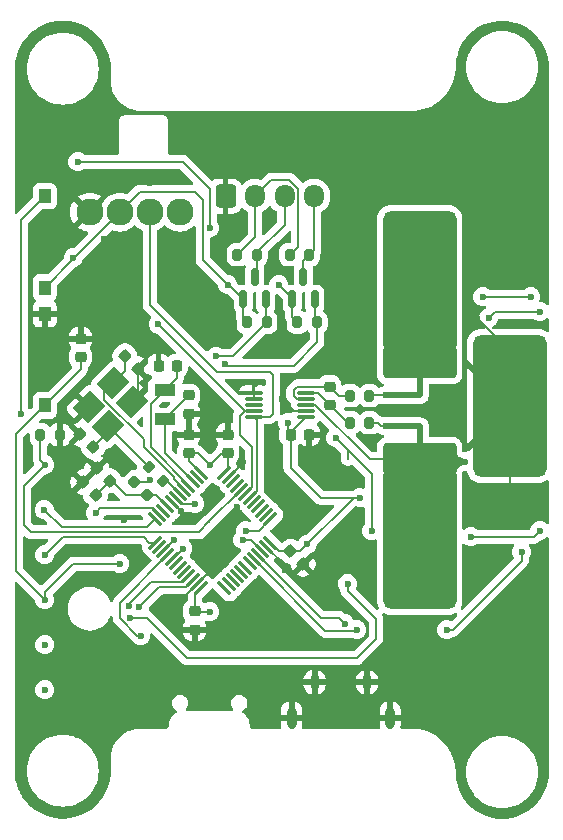
<source format=gbr>
%TF.GenerationSoftware,KiCad,Pcbnew,8.0.9-8.0.9-0~ubuntu24.04.1*%
%TF.CreationDate,2025-04-03T19:38:44-03:00*%
%TF.ProjectId,pm100,706d3130-302e-46b6-9963-61645f706362,rev?*%
%TF.SameCoordinates,Original*%
%TF.FileFunction,Copper,L1,Top*%
%TF.FilePolarity,Positive*%
%FSLAX46Y46*%
G04 Gerber Fmt 4.6, Leading zero omitted, Abs format (unit mm)*
G04 Created by KiCad (PCBNEW 8.0.9-8.0.9-0~ubuntu24.04.1) date 2025-04-03 19:38:44*
%MOMM*%
%LPD*%
G01*
G04 APERTURE LIST*
G04 Aperture macros list*
%AMRoundRect*
0 Rectangle with rounded corners*
0 $1 Rounding radius*
0 $2 $3 $4 $5 $6 $7 $8 $9 X,Y pos of 4 corners*
0 Add a 4 corners polygon primitive as box body*
4,1,4,$2,$3,$4,$5,$6,$7,$8,$9,$2,$3,0*
0 Add four circle primitives for the rounded corners*
1,1,$1+$1,$2,$3*
1,1,$1+$1,$4,$5*
1,1,$1+$1,$6,$7*
1,1,$1+$1,$8,$9*
0 Add four rect primitives between the rounded corners*
20,1,$1+$1,$2,$3,$4,$5,0*
20,1,$1+$1,$4,$5,$6,$7,0*
20,1,$1+$1,$6,$7,$8,$9,0*
20,1,$1+$1,$8,$9,$2,$3,0*%
%AMRotRect*
0 Rectangle, with rotation*
0 The origin of the aperture is its center*
0 $1 length*
0 $2 width*
0 $3 Rotation angle, in degrees counterclockwise*
0 Add horizontal line*
21,1,$1,$2,0,0,$3*%
G04 Aperture macros list end*
%TA.AperFunction,EtchedComponent*%
%ADD10C,0.500000*%
%TD*%
%TA.AperFunction,SMDPad,CuDef*%
%ADD11RoundRect,0.150000X0.150000X-0.587500X0.150000X0.587500X-0.150000X0.587500X-0.150000X-0.587500X0*%
%TD*%
%TA.AperFunction,SMDPad,CuDef*%
%ADD12RoundRect,0.225000X0.250000X-0.225000X0.250000X0.225000X-0.250000X0.225000X-0.250000X-0.225000X0*%
%TD*%
%TA.AperFunction,SMDPad,CuDef*%
%ADD13RoundRect,0.270000X2.830000X1.080000X-2.830000X1.080000X-2.830000X-1.080000X2.830000X-1.080000X0*%
%TD*%
%TA.AperFunction,SMDPad,CuDef*%
%ADD14R,1.500000X0.500000*%
%TD*%
%TA.AperFunction,SMDPad,CuDef*%
%ADD15RoundRect,0.225000X-0.335876X-0.017678X-0.017678X-0.335876X0.335876X0.017678X0.017678X0.335876X0*%
%TD*%
%TA.AperFunction,SMDPad,CuDef*%
%ADD16RoundRect,0.200000X0.200000X0.275000X-0.200000X0.275000X-0.200000X-0.275000X0.200000X-0.275000X0*%
%TD*%
%TA.AperFunction,SMDPad,CuDef*%
%ADD17R,1.000000X1.250000*%
%TD*%
%TA.AperFunction,SMDPad,CuDef*%
%ADD18RoundRect,0.620000X2.480000X5.380000X-2.480000X5.380000X-2.480000X-5.380000X2.480000X-5.380000X0*%
%TD*%
%TA.AperFunction,SMDPad,CuDef*%
%ADD19RoundRect,0.075000X-0.521491X0.415425X0.415425X-0.521491X0.521491X-0.415425X-0.415425X0.521491X0*%
%TD*%
%TA.AperFunction,SMDPad,CuDef*%
%ADD20RoundRect,0.075000X-0.521491X-0.415425X-0.415425X-0.521491X0.521491X0.415425X0.415425X0.521491X0*%
%TD*%
%TA.AperFunction,SMDPad,CuDef*%
%ADD21RoundRect,0.075000X-0.650000X-0.075000X0.650000X-0.075000X0.650000X0.075000X-0.650000X0.075000X0*%
%TD*%
%TA.AperFunction,SMDPad,CuDef*%
%ADD22RotRect,2.100000X1.800000X45.000000*%
%TD*%
%TA.AperFunction,SMDPad,CuDef*%
%ADD23RoundRect,0.225000X-0.250000X0.225000X-0.250000X-0.225000X0.250000X-0.225000X0.250000X0.225000X0*%
%TD*%
%TA.AperFunction,SMDPad,CuDef*%
%ADD24RoundRect,0.225000X0.225000X0.250000X-0.225000X0.250000X-0.225000X-0.250000X0.225000X-0.250000X0*%
%TD*%
%TA.AperFunction,ComponentPad*%
%ADD25C,2.286000*%
%TD*%
%TA.AperFunction,SMDPad,CuDef*%
%ADD26R,1.800000X1.000000*%
%TD*%
%TA.AperFunction,SMDPad,CuDef*%
%ADD27RoundRect,0.218750X-0.335876X-0.026517X-0.026517X-0.335876X0.335876X0.026517X0.026517X0.335876X0*%
%TD*%
%TA.AperFunction,SMDPad,CuDef*%
%ADD28RoundRect,0.200000X-0.335876X-0.053033X-0.053033X-0.335876X0.335876X0.053033X0.053033X0.335876X0*%
%TD*%
%TA.AperFunction,SMDPad,CuDef*%
%ADD29RoundRect,0.225000X0.335876X0.017678X0.017678X0.335876X-0.335876X-0.017678X-0.017678X-0.335876X0*%
%TD*%
%TA.AperFunction,SMDPad,CuDef*%
%ADD30RoundRect,0.225000X-0.225000X-0.250000X0.225000X-0.250000X0.225000X0.250000X-0.225000X0.250000X0*%
%TD*%
%TA.AperFunction,ComponentPad*%
%ADD31RoundRect,0.250000X-0.600000X-0.725000X0.600000X-0.725000X0.600000X0.725000X-0.600000X0.725000X0*%
%TD*%
%TA.AperFunction,ComponentPad*%
%ADD32O,1.700000X1.950000*%
%TD*%
%TA.AperFunction,ComponentPad*%
%ADD33O,0.800000X1.900000*%
%TD*%
%TA.AperFunction,ComponentPad*%
%ADD34O,0.900000X1.150000*%
%TD*%
%TA.AperFunction,ViaPad*%
%ADD35C,0.600000*%
%TD*%
%TA.AperFunction,Conductor*%
%ADD36C,0.200000*%
%TD*%
G04 APERTURE END LIST*
D10*
%TO.C,R1*%
X161290000Y-66518000D02*
X159690000Y-66518000D01*
X161290000Y-66518000D02*
X161290000Y-65068000D01*
X161290000Y-69118000D02*
X159690000Y-69118000D01*
X161290000Y-70568000D02*
X161290000Y-69118000D01*
%TD*%
D11*
%TO.P,Q8,1,G*%
%TO.N,+3V3*%
X150500000Y-58390000D03*
%TO.P,Q8,2,S*%
%TO.N,SLAVE_SDA*%
X152400000Y-58390000D03*
%TO.P,Q8,3,D*%
%TO.N,Net-(J5-Pin_4)*%
X151450000Y-56514999D03*
%TD*%
D12*
%TO.P,C6,1*%
%TO.N,Net-(J10-Pin_1)*%
X132588000Y-63259000D03*
%TO.P,C6,2*%
%TO.N,GND*%
X132588000Y-61709000D03*
%TD*%
D13*
%TO.P,R1,1,1*%
%TO.N,+BATT*%
X161290000Y-71918000D03*
D14*
%TO.P,R1,2,2*%
%TO.N,Net-(R1-Pad2)*%
X158940000Y-69118000D03*
%TO.P,R1,3,3*%
%TO.N,Net-(R1-Pad3)*%
X158940000Y-66518000D03*
D13*
%TO.P,R1,4,4*%
%TO.N,Net-(J2-Pin_1)*%
X161290000Y-63718000D03*
%TD*%
D15*
%TO.P,C20,1*%
%TO.N,GND*%
X132547992Y-69809992D03*
%TO.P,C20,2*%
%TO.N,Net-(C20-Pad2)*%
X133644008Y-70906008D03*
%TD*%
%TO.P,C15,1*%
%TO.N,GND*%
X133951992Y-72651992D03*
%TO.P,C15,2*%
%TO.N,Net-(U2-VDDA)*%
X135048008Y-73748008D03*
%TD*%
D11*
%TO.P,Q7,1,G*%
%TO.N,+3V3*%
X146370000Y-58390001D03*
%TO.P,Q7,2,S*%
%TO.N,SLAVE_SCL*%
X148270000Y-58390001D03*
%TO.P,Q7,3,D*%
%TO.N,Net-(J5-Pin_3)*%
X147320000Y-56515000D03*
%TD*%
D12*
%TO.P,C14,1*%
%TO.N,GND*%
X142240000Y-86360000D03*
%TO.P,C14,2*%
%TO.N,+3V3*%
X142240000Y-84810000D03*
%TD*%
D15*
%TO.P,C17,1*%
%TO.N,GND*%
X132751992Y-73851992D03*
%TO.P,C17,2*%
%TO.N,Net-(U2-VDDA)*%
X133848008Y-74948008D03*
%TD*%
D16*
%TO.P,R24,1*%
%TO.N,Net-(R1-Pad2)*%
X157035000Y-68834000D03*
%TO.P,R24,2*%
%TO.N,Net-(U8-Vin+)*%
X155385000Y-68834000D03*
%TD*%
%TO.P,R25,1*%
%TO.N,Net-(R1-Pad3)*%
X157035000Y-66548000D03*
%TO.P,R25,2*%
%TO.N,Net-(U8-Vin-)*%
X155385000Y-66548000D03*
%TD*%
D17*
%TO.P,SW2,1,1*%
%TO.N,+3V3*%
X129540000Y-57404000D03*
%TO.P,SW2,2,2*%
%TO.N,Net-(J14-Pin_1)*%
X129540000Y-49654000D03*
%TD*%
D18*
%TO.P,J4,1,Pin_1*%
%TO.N,GND*%
X168910000Y-67410000D03*
%TD*%
D19*
%TO.P,U2,1,VDD*%
%TO.N,+3V3*%
X142765212Y-73090124D03*
%TO.P,U2,2,PC13*%
%TO.N,unconnected-(U2-PC13-Pad2)*%
X142411658Y-73443678D03*
%TO.P,U2,3,PC14*%
%TO.N,Net-(U2-PC14)*%
X142058105Y-73797231D03*
%TO.P,U2,4,PC15*%
%TO.N,Net-(U2-PC15)*%
X141704551Y-74150785D03*
%TO.P,U2,5,PH0*%
%TO.N,Net-(U2-PH0)*%
X141350998Y-74504338D03*
%TO.P,U2,6,PH1*%
%TO.N,Net-(U2-PH1)*%
X140997445Y-74857891D03*
%TO.P,U2,7,NRST*%
%TO.N,Net-(J10-Pin_1)*%
X140643891Y-75211445D03*
%TO.P,U2,8,VSSA*%
%TO.N,GND*%
X140290338Y-75564998D03*
%TO.P,U2,9,VDDA*%
%TO.N,Net-(U2-VDDA)*%
X139936785Y-75918551D03*
%TO.P,U2,10,PA0*%
%TO.N,unconnected-(U2-PA0-Pad10)*%
X139583231Y-76272105D03*
%TO.P,U2,11,PA1*%
%TO.N,LED*%
X139229678Y-76625658D03*
%TO.P,U2,12,PA2*%
%TO.N,Net-(J12-Pin_1)*%
X138876124Y-76979212D03*
D20*
%TO.P,U2,13,PA3*%
%TO.N,Net-(J13-Pin_1)*%
X138876124Y-78976788D03*
%TO.P,U2,14,PA4*%
%TO.N,unconnected-(U2-PA4-Pad14)*%
X139229678Y-79330342D03*
%TO.P,U2,15,PA5*%
%TO.N,PWM-INPUT*%
X139583231Y-79683895D03*
%TO.P,U2,16,PA6*%
%TO.N,AN-CLASSE*%
X139936785Y-80037449D03*
%TO.P,U2,17,PA7*%
%TO.N,PWM-OUTPUT*%
X140290338Y-80391002D03*
%TO.P,U2,18,PB0*%
%TO.N,unconnected-(U2-PB0-Pad18)*%
X140643891Y-80744555D03*
%TO.P,U2,19,PB1*%
%TO.N,unconnected-(U2-PB1-Pad19)*%
X140997445Y-81098109D03*
%TO.P,U2,20,PB2*%
%TO.N,unconnected-(U2-PB2-Pad20)*%
X141350998Y-81451662D03*
%TO.P,U2,21,PB10*%
%TO.N,SLAVE_SCL*%
X141704551Y-81805215D03*
%TO.P,U2,22,PB11*%
%TO.N,SLAVE_SDA*%
X142058105Y-82158769D03*
%TO.P,U2,23,VSS*%
%TO.N,GND*%
X142411658Y-82512322D03*
%TO.P,U2,24,VDD*%
%TO.N,+3V3*%
X142765212Y-82865876D03*
D19*
%TO.P,U2,25,PB12*%
%TO.N,unconnected-(U2-PB12-Pad25)*%
X144762788Y-82865876D03*
%TO.P,U2,26,PB13*%
%TO.N,unconnected-(U2-PB13-Pad26)*%
X145116342Y-82512322D03*
%TO.P,U2,27,PB14*%
%TO.N,unconnected-(U2-PB14-Pad27)*%
X145469895Y-82158769D03*
%TO.P,U2,28,PB15*%
%TO.N,unconnected-(U2-PB15-Pad28)*%
X145823449Y-81805215D03*
%TO.P,U2,29,PA8*%
%TO.N,unconnected-(U2-PA8-Pad29)*%
X146177002Y-81451662D03*
%TO.P,U2,30,PA9*%
%TO.N,unconnected-(U2-PA9-Pad30)*%
X146530555Y-81098109D03*
%TO.P,U2,31,PA10*%
%TO.N,unconnected-(U2-PA10-Pad31)*%
X146884109Y-80744555D03*
%TO.P,U2,32,PA11*%
%TO.N,USB_DM*%
X147237662Y-80391002D03*
%TO.P,U2,33,PA12*%
%TO.N,USB_DP*%
X147591215Y-80037449D03*
%TO.P,U2,34,PA13*%
%TO.N,Net-(J8-Pin_1)*%
X147944769Y-79683895D03*
%TO.P,U2,35,VSS*%
%TO.N,GND*%
X148298322Y-79330342D03*
%TO.P,U2,36,VDD_USB*%
%TO.N,+3V3*%
X148651876Y-78976788D03*
D20*
%TO.P,U2,37,PA14*%
%TO.N,Net-(J9-Pin_1)*%
X148651876Y-76979212D03*
%TO.P,U2,38,PA15*%
%TO.N,unconnected-(U2-PA15-Pad38)*%
X148298322Y-76625658D03*
%TO.P,U2,39,PB3*%
%TO.N,unconnected-(U2-PB3-Pad39)*%
X147944769Y-76272105D03*
%TO.P,U2,40,PB4*%
%TO.N,unconnected-(U2-PB4-Pad40)*%
X147591215Y-75918551D03*
%TO.P,U2,41,PB5*%
%TO.N,unconnected-(U2-PB5-Pad41)*%
X147237662Y-75564998D03*
%TO.P,U2,42,PB6*%
%TO.N,I2C-SCL*%
X146884109Y-75211445D03*
%TO.P,U2,43,PB7*%
%TO.N,I2C-SDA*%
X146530555Y-74857891D03*
%TO.P,U2,44,BOOT0*%
%TO.N,Net-(J14-Pin_1)*%
X146177002Y-74504338D03*
%TO.P,U2,45,PB8*%
%TO.N,unconnected-(U2-PB8-Pad45)*%
X145823449Y-74150785D03*
%TO.P,U2,46,PB9*%
%TO.N,unconnected-(U2-PB9-Pad46)*%
X145469895Y-73797231D03*
%TO.P,U2,47,VSS*%
%TO.N,GND*%
X145116342Y-73443678D03*
%TO.P,U2,48,VDD*%
%TO.N,+3V3*%
X144762788Y-73090124D03*
%TD*%
D21*
%TO.P,U8,1,A1*%
%TO.N,GND*%
X147238000Y-66326000D03*
%TO.P,U8,2,A0*%
X147238000Y-66826000D03*
%TO.P,U8,3,~{Alert}*%
%TO.N,unconnected-(U8-~{Alert}-Pad3)*%
X147238000Y-67326000D03*
%TO.P,U8,4,SDA*%
%TO.N,I2C-SDA*%
X147238000Y-67826000D03*
%TO.P,U8,5,SCL*%
%TO.N,I2C-SCL*%
X147238000Y-68326000D03*
%TO.P,U8,6,VS*%
%TO.N,+3V3*%
X151638000Y-68326000D03*
%TO.P,U8,7,GND*%
%TO.N,GND*%
X151638000Y-67826000D03*
%TO.P,U8,8,Vbus*%
%TO.N,+BATT*%
X151638000Y-67326000D03*
%TO.P,U8,9,Vin-*%
%TO.N,Net-(U8-Vin-)*%
X151638000Y-66826000D03*
%TO.P,U8,10,Vin+*%
%TO.N,Net-(U8-Vin+)*%
X151638000Y-66326000D03*
%TD*%
D22*
%TO.P,Y3,1,1*%
%TO.N,Net-(C20-Pad2)*%
X134915868Y-69148478D03*
%TO.P,Y3,2,2*%
%TO.N,GND*%
X136966478Y-67097868D03*
%TO.P,Y3,3,3*%
%TO.N,Net-(U2-PH0)*%
X135340132Y-65471522D03*
%TO.P,Y3,4,4*%
%TO.N,GND*%
X133289522Y-67522132D03*
%TD*%
D18*
%TO.P,J1,1,Pin_1*%
%TO.N,+BATT*%
X161290000Y-78586000D03*
%TD*%
D23*
%TO.P,C13,1*%
%TO.N,GND*%
X145034000Y-69837000D03*
%TO.P,C13,2*%
%TO.N,+3V3*%
X145034000Y-71387000D03*
%TD*%
%TO.P,C12,1*%
%TO.N,GND*%
X141732000Y-69850000D03*
%TO.P,C12,2*%
%TO.N,+3V3*%
X141732000Y-71400000D03*
%TD*%
D24*
%TO.P,C22,1*%
%TO.N,Net-(U2-PC15)*%
X140729000Y-64008000D03*
%TO.P,C22,2*%
%TO.N,GND*%
X139179000Y-64008000D03*
%TD*%
D25*
%TO.P,J11,1,Pin_1*%
%TO.N,GND*%
X133350000Y-51000000D03*
%TO.P,J11,2,Pin_2*%
%TO.N,+3V3*%
X135890000Y-51000000D03*
%TO.P,J11,3,Pin_3*%
%TO.N,I2C-SCL*%
X138430000Y-51000000D03*
%TO.P,J11,4,Pin_4*%
%TO.N,I2C-SDA*%
X140970000Y-51000000D03*
%TD*%
D16*
%TO.P,R11,1*%
%TO.N,Net-(J5-Pin_4)*%
X151955000Y-54610000D03*
%TO.P,R11,2*%
%TO.N,Net-(J5-Pin_2)*%
X150305000Y-54610000D03*
%TD*%
D23*
%TO.P,C2,1*%
%TO.N,Net-(U8-Vin-)*%
X153670000Y-65773000D03*
%TO.P,C2,2*%
%TO.N,Net-(U8-Vin+)*%
X153670000Y-67323000D03*
%TD*%
D26*
%TO.P,Y1,1,1*%
%TO.N,Net-(U2-PC14)*%
X139700000Y-68559999D03*
%TO.P,Y1,2,2*%
%TO.N,Net-(U2-PC15)*%
X139700000Y-66060001D03*
%TD*%
D12*
%TO.P,C21,1*%
%TO.N,GND*%
X141732000Y-68072000D03*
%TO.P,C21,2*%
%TO.N,Net-(U2-PC14)*%
X141732000Y-66522000D03*
%TD*%
D27*
%TO.P,L1,1*%
%TO.N,+3V3*%
X137111153Y-73865153D03*
%TO.P,L1,2*%
%TO.N,Net-(U2-VDDA)*%
X138224847Y-74978847D03*
%TD*%
D18*
%TO.P,J2,1,Pin_1*%
%TO.N,Net-(J2-Pin_1)*%
X161290000Y-56896000D03*
%TD*%
D15*
%TO.P,C19,1*%
%TO.N,Net-(U2-PH0)*%
X136317984Y-63165984D03*
%TO.P,C19,2*%
%TO.N,GND*%
X137414000Y-64262000D03*
%TD*%
D28*
%TO.P,R27,1*%
%TO.N,Net-(C20-Pad2)*%
X138354637Y-72568637D03*
%TO.P,R27,2*%
%TO.N,Net-(U2-PH1)*%
X139521363Y-73735363D03*
%TD*%
D16*
%TO.P,R12,1*%
%TO.N,GND*%
X130810000Y-69850000D03*
%TO.P,R12,2*%
%TO.N,Net-(J14-Pin_1)*%
X129160000Y-69850000D03*
%TD*%
D17*
%TO.P,SW3,1,1*%
%TO.N,Net-(J10-Pin_1)*%
X129540000Y-67375000D03*
%TO.P,SW3,2,2*%
%TO.N,GND*%
X129540000Y-59625000D03*
%TD*%
D16*
%TO.P,R9,1*%
%TO.N,SLAVE_SCL*%
X148335000Y-60325000D03*
%TO.P,R9,2*%
%TO.N,+3V3*%
X146685000Y-60325000D03*
%TD*%
%TO.P,R8,1*%
%TO.N,Net-(J5-Pin_3)*%
X147510000Y-54610000D03*
%TO.P,R8,2*%
%TO.N,Net-(J5-Pin_2)*%
X145860000Y-54610000D03*
%TD*%
%TO.P,R10,1*%
%TO.N,SLAVE_SDA*%
X152590000Y-60325000D03*
%TO.P,R10,2*%
%TO.N,+3V3*%
X150940000Y-60325000D03*
%TD*%
D29*
%TO.P,C18,1*%
%TO.N,GND*%
X151424008Y-80812008D03*
%TO.P,C18,2*%
%TO.N,+3V3*%
X150327992Y-79715992D03*
%TD*%
D30*
%TO.P,C1,1*%
%TO.N,+3V3*%
X150355000Y-69850000D03*
%TO.P,C1,2*%
%TO.N,GND*%
X151905000Y-69850000D03*
%TD*%
D31*
%TO.P,J5,1,Pin_1*%
%TO.N,GND*%
X144850000Y-49650000D03*
D32*
%TO.P,J5,2,Pin_2*%
%TO.N,Net-(J5-Pin_2)*%
X147350000Y-49650000D03*
%TO.P,J5,3,Pin_3*%
%TO.N,Net-(J5-Pin_3)*%
X149850000Y-49650000D03*
%TO.P,J5,4,Pin_4*%
%TO.N,Net-(J5-Pin_4)*%
X152350000Y-49650000D03*
%TD*%
D33*
%TO.P,J3,6,Shield*%
%TO.N,GND*%
X158795000Y-93800000D03*
D34*
X156845000Y-90800000D03*
X152395000Y-90800000D03*
D33*
X150445000Y-93800000D03*
%TD*%
D35*
%TO.N,GND*%
X146304000Y-72136000D03*
X143510000Y-81534000D03*
X131812468Y-74846674D03*
X144780000Y-51562000D03*
X145796000Y-75946000D03*
X165354000Y-74168000D03*
X149606000Y-66802000D03*
X166116000Y-59944000D03*
X166116000Y-77470000D03*
X147320000Y-65532000D03*
X141224000Y-83566000D03*
X152400000Y-72136000D03*
X149606000Y-74168000D03*
X136266289Y-77028827D03*
X134544620Y-53264620D03*
X143764000Y-74930000D03*
X163322000Y-67818000D03*
X149860000Y-81280000D03*
X152400000Y-64516000D03*
X138430000Y-48514000D03*
X133096000Y-43942000D03*
X141110025Y-76340025D03*
X170942000Y-87122000D03*
X143256000Y-66040000D03*
X142494000Y-79248000D03*
%TO.N,+3V3*%
X151765000Y-79121000D03*
X145034000Y-57150000D03*
X156210000Y-75184000D03*
X143510000Y-84836000D03*
X150114000Y-68834000D03*
X131953000Y-54864000D03*
X143510000Y-72390000D03*
X149352000Y-57150000D03*
X138430000Y-73660000D03*
%TO.N,+5V*%
X136779000Y-85344000D03*
X154178000Y-70104000D03*
X157226000Y-77978000D03*
X155181000Y-82456000D03*
%TO.N,+BATT*%
X165100000Y-72136000D03*
%TO.N,PWM-INPUT*%
X140462000Y-78740000D03*
%TO.N,PWM-OUTPUT*%
X167132000Y-59944000D03*
X165608000Y-78486000D03*
X171450000Y-59436000D03*
X141224000Y-79502000D03*
X171450000Y-77978000D03*
%TO.N,AN-CLASSE*%
X137662400Y-86864501D03*
%TO.N,I2C-SDA*%
X139149295Y-60494705D03*
%TO.N,SLAVE_SDA*%
X144780000Y-63866000D03*
X137551532Y-84469073D03*
%TO.N,LED*%
X133858000Y-76454000D03*
%TO.N,SLAVE_SCL*%
X144054689Y-63216000D03*
X136709221Y-84354981D03*
%TO.N,Net-(J12-Pin_1)*%
X129511000Y-76200000D03*
%TO.N,Net-(J13-Pin_1)*%
X129540000Y-80010000D03*
%TO.N,Net-(J14-Pin_1)*%
X129540000Y-72390000D03*
X127508000Y-68072000D03*
%TO.N,VDC*%
X166624000Y-58166000D03*
X143510000Y-52324000D03*
X132334000Y-46736000D03*
X170688000Y-58166000D03*
X163576000Y-86360000D03*
X169926000Y-79756000D03*
%TO.N,USB_DM*%
X155956000Y-86360000D03*
%TO.N,USB_DP*%
X154940000Y-85852000D03*
%TO.N,Net-(J8-Pin_1)*%
X146304000Y-78740000D03*
X129540000Y-91440000D03*
%TO.N,Net-(J9-Pin_1)*%
X129540000Y-87630000D03*
X146558000Y-77978000D03*
%TO.N,Net-(J10-Pin_1)*%
X129540000Y-83820000D03*
X142240000Y-75692000D03*
X135890000Y-80772000D03*
%TD*%
D36*
%TO.N,GND*%
X136966478Y-67097868D02*
X137414000Y-66650346D01*
X137414000Y-66650346D02*
X137414000Y-64262000D01*
%TO.N,Net-(U2-PH0)*%
X136317984Y-63165984D02*
X136317984Y-64493670D01*
X136317984Y-64493670D02*
X135340132Y-65471522D01*
%TO.N,Net-(U2-PC15)*%
X141704551Y-74082865D02*
X141704551Y-74150785D01*
X139700000Y-66060001D02*
X139700000Y-66061404D01*
X138500000Y-70878314D02*
X141704551Y-74082865D01*
%TO.N,Net-(U2-PH0)*%
X134597670Y-66213984D02*
X134597670Y-66921090D01*
%TO.N,Net-(U2-PC15)*%
X138500000Y-67261404D02*
X138500000Y-70878314D01*
%TO.N,Net-(U2-PH0)*%
X137922000Y-70866000D02*
X140462000Y-73406000D01*
%TO.N,Net-(U2-PC15)*%
X139700000Y-66061404D02*
X138500000Y-67261404D01*
%TO.N,Net-(U2-PH0)*%
X135340132Y-65471522D02*
X134597670Y-66213984D01*
X134597670Y-66921090D02*
X137922000Y-70245420D01*
X137922000Y-70245420D02*
X137922000Y-70866000D01*
X140462000Y-73406000D02*
X140462000Y-73615340D01*
X140462000Y-73615340D02*
X141350998Y-74504338D01*
%TO.N,Net-(C20-Pad2)*%
X138354637Y-72568637D02*
X134934478Y-69148478D01*
X134934478Y-69148478D02*
X134915868Y-69148478D01*
X133644008Y-70906008D02*
X134915868Y-69634148D01*
X134915868Y-69634148D02*
X134915868Y-69148478D01*
%TO.N,GND*%
X140334998Y-75564998D02*
X141110025Y-76340025D01*
X141357980Y-83566000D02*
X141224000Y-83566000D01*
X142411658Y-82512322D02*
X141357980Y-83566000D01*
X168910000Y-74676000D02*
X166116000Y-77470000D01*
X150630000Y-67826000D02*
X149606000Y-66802000D01*
X140290338Y-75564998D02*
X140334998Y-75564998D01*
X147238000Y-65614000D02*
X147320000Y-65532000D01*
X147238000Y-66826000D02*
X147238000Y-66326000D01*
X147238000Y-66326000D02*
X147238000Y-65614000D01*
X143389980Y-81534000D02*
X143510000Y-81534000D01*
X149860000Y-80892020D02*
X149860000Y-81280000D01*
X168910000Y-62738000D02*
X166116000Y-59944000D01*
X142411658Y-82512322D02*
X143389980Y-81534000D01*
X148298322Y-79330342D02*
X149860000Y-80892020D01*
X145116342Y-73443678D02*
X146304000Y-72256020D01*
X168910000Y-67410000D02*
X168910000Y-74676000D01*
X151638000Y-67826000D02*
X150630000Y-67826000D01*
X168910000Y-67410000D02*
X168910000Y-62738000D01*
X146304000Y-72256020D02*
X146304000Y-72136000D01*
%TO.N,+3V3*%
X150114000Y-68834000D02*
X150114000Y-69609000D01*
X151638000Y-68326000D02*
X150355000Y-69609000D01*
X137614000Y-49276000D02*
X135890000Y-51000000D01*
X150500000Y-58390000D02*
X150500000Y-59885000D01*
X152908000Y-75184000D02*
X150355000Y-72631000D01*
X150355000Y-69609000D02*
X150355000Y-69850000D01*
X143510000Y-84836000D02*
X142266000Y-84836000D01*
X145129999Y-57150000D02*
X145034000Y-57150000D01*
X151170008Y-79715992D02*
X150327992Y-79715992D01*
X143510000Y-72390000D02*
X142520000Y-71400000D01*
X156210000Y-75184000D02*
X155702000Y-75184000D01*
X156210000Y-75184000D02*
X152908000Y-75184000D01*
X142910000Y-55026000D02*
X142910000Y-49946000D01*
X142520000Y-71400000D02*
X141732000Y-71400000D01*
X149391080Y-79715992D02*
X148651876Y-78976788D01*
X150500000Y-59885000D02*
X150940000Y-60325000D01*
X141732000Y-72056912D02*
X141732000Y-71400000D01*
X142910000Y-49946000D02*
X142240000Y-49276000D01*
X142240000Y-83391088D02*
X142765212Y-82865876D01*
X129540000Y-57404000D02*
X131953000Y-54991000D01*
X146370000Y-60010000D02*
X146685000Y-60325000D01*
X144513000Y-71387000D02*
X145034000Y-71387000D01*
X150500000Y-58390000D02*
X150500000Y-58298000D01*
X146370000Y-58390001D02*
X146370000Y-60010000D01*
X131953000Y-54864000D02*
X132026000Y-54864000D01*
X155702000Y-75184000D02*
X151170008Y-79715992D01*
X146370000Y-58390001D02*
X145129999Y-57150000D01*
X150355000Y-72631000D02*
X150355000Y-69850000D01*
X143510000Y-72390000D02*
X144513000Y-71387000D01*
X142240000Y-84810000D02*
X142240000Y-83391088D01*
X138224847Y-73865153D02*
X138430000Y-73660000D01*
X137111153Y-73865153D02*
X138224847Y-73865153D01*
X150327992Y-79715992D02*
X149391080Y-79715992D01*
X142240000Y-49276000D02*
X137614000Y-49276000D01*
X131953000Y-54991000D02*
X131953000Y-54864000D01*
X145034000Y-71387000D02*
X145034000Y-72818912D01*
X132026000Y-54864000D02*
X135890000Y-51000000D01*
X150500000Y-58298000D02*
X149352000Y-57150000D01*
X142266000Y-84836000D02*
X142240000Y-84810000D01*
X145034000Y-72818912D02*
X144762788Y-73090124D01*
X145034000Y-57150000D02*
X142910000Y-55026000D01*
X150114000Y-69609000D02*
X150355000Y-69850000D01*
X142765212Y-73090124D02*
X141732000Y-72056912D01*
%TO.N,+5V*%
X138176000Y-85344000D02*
X141605000Y-88773000D01*
X155194000Y-71120000D02*
X157226000Y-73152000D01*
X141605000Y-88773000D02*
X155956000Y-88773000D01*
X157607000Y-85471000D02*
X155181000Y-83045000D01*
X155194000Y-71882000D02*
X155194000Y-71120000D01*
X155194000Y-71120000D02*
X154178000Y-70104000D01*
X136779000Y-85344000D02*
X138176000Y-85344000D01*
X155956000Y-88773000D02*
X157607000Y-87122000D01*
X157607000Y-87122000D02*
X157607000Y-85471000D01*
X157226000Y-73152000D02*
X157226000Y-77978000D01*
X155181000Y-83045000D02*
X155181000Y-82456000D01*
%TO.N,+BATT*%
X165100000Y-72136000D02*
X164882000Y-71918000D01*
X152449304Y-67326000D02*
X157041304Y-71918000D01*
X157041304Y-71918000D02*
X161290000Y-71918000D01*
X164882000Y-71918000D02*
X161290000Y-71918000D01*
X151638000Y-67326000D02*
X152449304Y-67326000D01*
%TO.N,Net-(J5-Pin_3)*%
X147510000Y-54420000D02*
X149850000Y-52080000D01*
X147510000Y-54610000D02*
X147510000Y-54420000D01*
X147510000Y-56325000D02*
X147320000Y-56515000D01*
X149850000Y-52080000D02*
X149850000Y-49650000D01*
X147510000Y-54610000D02*
X147510000Y-56325000D01*
%TO.N,Net-(J5-Pin_4)*%
X152350000Y-54215000D02*
X151955000Y-54610000D01*
X151450000Y-55115000D02*
X151955000Y-54610000D01*
X151450000Y-56514999D02*
X151450000Y-55115000D01*
X152350000Y-49650000D02*
X152350000Y-54215000D01*
%TO.N,Net-(J5-Pin_2)*%
X150211346Y-48260000D02*
X148740000Y-48260000D01*
X147350000Y-49650000D02*
X147350000Y-53120000D01*
X151000000Y-49048654D02*
X150211346Y-48260000D01*
X150305000Y-54610000D02*
X151000000Y-53915000D01*
X148740000Y-48260000D02*
X147350000Y-49650000D01*
X151000000Y-53915000D02*
X151000000Y-49048654D01*
X147350000Y-53120000D02*
X145860000Y-54610000D01*
%TO.N,PWM-INPUT*%
X140462000Y-78740000D02*
X140462000Y-78805126D01*
X140462000Y-78805126D02*
X139583231Y-79683895D01*
%TO.N,PWM-OUTPUT*%
X170942000Y-78486000D02*
X171450000Y-77978000D01*
X140334998Y-80391002D02*
X141224000Y-79502000D01*
X140290338Y-80391002D02*
X140334998Y-80391002D01*
X171450000Y-59436000D02*
X167640000Y-59436000D01*
X165608000Y-78486000D02*
X170942000Y-78486000D01*
X167640000Y-59436000D02*
X167132000Y-59944000D01*
%TO.N,Net-(U8-Vin+)*%
X153670000Y-67170000D02*
X153276000Y-67170000D01*
X153670000Y-67323000D02*
X155181000Y-68834000D01*
X155181000Y-68834000D02*
X155385000Y-68834000D01*
X152673000Y-66326000D02*
X153670000Y-67323000D01*
X151638000Y-66326000D02*
X152673000Y-66326000D01*
%TO.N,Net-(U8-Vin-)*%
X150613000Y-66093590D02*
X150933590Y-65773000D01*
X150880590Y-66826000D02*
X150613000Y-66558410D01*
X155385000Y-66548000D02*
X154445000Y-66548000D01*
X150613000Y-66558410D02*
X150613000Y-66093590D01*
X151638000Y-66826000D02*
X150880590Y-66826000D01*
X154445000Y-66548000D02*
X153670000Y-65773000D01*
X150933590Y-65773000D02*
X153670000Y-65773000D01*
%TO.N,AN-CLASSE*%
X139936785Y-80037449D02*
X135900234Y-84074000D01*
X137380262Y-86864501D02*
X137662400Y-86864501D01*
X135900234Y-84074000D02*
X135900234Y-85384473D01*
X135900234Y-85384473D02*
X137380262Y-86864501D01*
%TO.N,I2C-SCL*%
X138430000Y-57658000D02*
X138430000Y-58674000D01*
X148590000Y-64516000D02*
X144114762Y-64516000D01*
X146884109Y-75211445D02*
X147474963Y-74620591D01*
X138430000Y-51000000D02*
X138430000Y-57658000D01*
X147474963Y-74620591D02*
X147474963Y-68562963D01*
X148844000Y-64770000D02*
X148590000Y-64516000D01*
X148590000Y-68326000D02*
X148844000Y-68072000D01*
X144114762Y-64516000D02*
X144066381Y-64467619D01*
X138430000Y-57658000D02*
X138430000Y-58831238D01*
X138430000Y-58831238D02*
X138859381Y-59260619D01*
X147474963Y-68562963D02*
X147238000Y-68326000D01*
X148844000Y-68072000D02*
X148844000Y-64770000D01*
X147238000Y-68326000D02*
X148590000Y-68326000D01*
X138859381Y-59260619D02*
X144066381Y-64467619D01*
%TO.N,I2C-SDA*%
X146050000Y-68256590D02*
X146480590Y-67826000D01*
X139276295Y-60621705D02*
X139149295Y-60494705D01*
X147074963Y-70874963D02*
X146050000Y-69850000D01*
X147074963Y-74313483D02*
X147074963Y-70874963D01*
X146530555Y-74857891D02*
X147074963Y-74313483D01*
X146050000Y-69850000D02*
X146050000Y-68256590D01*
X146480590Y-67826000D02*
X147238000Y-67826000D01*
X146480590Y-67826000D02*
X139276295Y-60621705D01*
%TO.N,SLAVE_SDA*%
X142058105Y-82158769D02*
X141467251Y-82749623D01*
X152590000Y-62040000D02*
X150622000Y-64008000D01*
X137551532Y-84444468D02*
X137551532Y-84469073D01*
X152590000Y-60325000D02*
X152590000Y-62040000D01*
X139246377Y-82749623D02*
X137551532Y-84444468D01*
X150622000Y-64008000D02*
X144922000Y-64008000D01*
X141467251Y-82749623D02*
X139246377Y-82749623D01*
X152400000Y-60135000D02*
X152590000Y-60325000D01*
X144922000Y-64008000D02*
X144780000Y-63866000D01*
X152400000Y-58390000D02*
X152400000Y-60135000D01*
%TO.N,LED*%
X134230749Y-76081251D02*
X133858000Y-76454000D01*
X139229678Y-76625658D02*
X138685271Y-76081251D01*
X138685271Y-76081251D02*
X134230749Y-76081251D01*
%TO.N,SLAVE_SCL*%
X148335000Y-60325000D02*
X145444000Y-63216000D01*
X148270000Y-60260000D02*
X148335000Y-60325000D01*
X138569898Y-82349623D02*
X136709221Y-84210300D01*
X141160143Y-82349623D02*
X138569898Y-82349623D01*
X148270000Y-58390001D02*
X148270000Y-60260000D01*
X145444000Y-63216000D02*
X144054689Y-63216000D01*
X141704551Y-81805215D02*
X141160143Y-82349623D01*
X136709221Y-84210300D02*
X136709221Y-84354981D01*
%TO.N,Net-(J12-Pin_1)*%
X130989827Y-77678827D02*
X129511000Y-76200000D01*
X138876124Y-76979212D02*
X138176509Y-77678827D01*
X138176509Y-77678827D02*
X130989827Y-77678827D01*
%TO.N,Net-(J13-Pin_1)*%
X138412788Y-78976788D02*
X137922000Y-78486000D01*
X138876124Y-78976788D02*
X138412788Y-78976788D01*
X137922000Y-78486000D02*
X131064000Y-78486000D01*
X131064000Y-78486000D02*
X129540000Y-80010000D01*
%TO.N,Net-(J14-Pin_1)*%
X128370827Y-78078827D02*
X127762000Y-77470000D01*
X143487670Y-77193670D02*
X143465340Y-77216000D01*
X127762000Y-74168000D02*
X129540000Y-72390000D01*
X129160000Y-69850000D02*
X129160000Y-72010000D01*
X127508000Y-51686000D02*
X127508000Y-68072000D01*
X129540000Y-49654000D02*
X127508000Y-51686000D01*
X127762000Y-77470000D02*
X127762000Y-74168000D01*
X140716000Y-78078827D02*
X142602513Y-78078827D01*
X140716000Y-78078827D02*
X128370827Y-78078827D01*
X142602513Y-78078827D02*
X143487670Y-77193670D01*
X129160000Y-72010000D02*
X129540000Y-72390000D01*
X141123173Y-78078827D02*
X140716000Y-78078827D01*
X146177002Y-74504338D02*
X143487670Y-77193670D01*
%TO.N,Net-(R1-Pad3)*%
X158940000Y-66518000D02*
X157065000Y-66518000D01*
X157065000Y-66518000D02*
X157035000Y-66548000D01*
%TO.N,Net-(R1-Pad2)*%
X157734000Y-68834000D02*
X158018000Y-69118000D01*
X157035000Y-68834000D02*
X157734000Y-68834000D01*
X158018000Y-69118000D02*
X158940000Y-69118000D01*
%TO.N,VDC*%
X143510000Y-52324000D02*
X143510000Y-50546000D01*
X143510000Y-49022000D02*
X143002000Y-48514000D01*
X141224000Y-46736000D02*
X132334000Y-46736000D01*
X163576000Y-86360000D02*
X164084000Y-86360000D01*
X143002000Y-48514000D02*
X141224000Y-46736000D01*
X143510000Y-50546000D02*
X143510000Y-49022000D01*
X164084000Y-86360000D02*
X169926000Y-80518000D01*
X170688000Y-58166000D02*
X166624000Y-58166000D01*
X169926000Y-80518000D02*
X169926000Y-79756000D01*
%TO.N,USB_DM*%
X155864000Y-86452000D02*
X155956000Y-86360000D01*
X147237662Y-80391002D02*
X153298660Y-86452000D01*
X153298660Y-86452000D02*
X155864000Y-86452000D01*
%TO.N,USB_DP*%
X147591215Y-80037449D02*
X152897766Y-85344000D01*
X152897766Y-85344000D02*
X154432000Y-85344000D01*
X154432000Y-85344000D02*
X154940000Y-85852000D01*
%TO.N,Net-(U2-VDDA)*%
X135168008Y-73700008D02*
X136446847Y-74978847D01*
X136446847Y-74978847D02*
X138224847Y-74978847D01*
X139936785Y-75918551D02*
X138997081Y-74978847D01*
X138997081Y-74978847D02*
X138224847Y-74978847D01*
X133898008Y-74970008D02*
X135168008Y-73700008D01*
%TO.N,Net-(U2-PC14)*%
X142058105Y-73797231D02*
X139700000Y-71439126D01*
X139700000Y-71439126D02*
X139700000Y-68559999D01*
X139700000Y-68559999D02*
X139700000Y-68554000D01*
X139700000Y-68554000D02*
X141732000Y-66522000D01*
%TO.N,Net-(U2-PC15)*%
X140729000Y-64008000D02*
X140729000Y-65031001D01*
X140729000Y-65031001D02*
X139700000Y-66060001D01*
%TO.N,Net-(J8-Pin_1)*%
X146304000Y-78740000D02*
X147000874Y-78740000D01*
X147000874Y-78740000D02*
X147944769Y-79683895D01*
%TO.N,Net-(J9-Pin_1)*%
X148651876Y-76979212D02*
X147653088Y-77978000D01*
X147653088Y-77978000D02*
X146558000Y-77978000D01*
%TO.N,Net-(J10-Pin_1)*%
X140714603Y-75211445D02*
X141259010Y-75755852D01*
X131970000Y-80772000D02*
X130755000Y-81987000D01*
X129540000Y-83202000D02*
X129540000Y-83820000D01*
X135890000Y-80772000D02*
X131970000Y-80772000D01*
X127097436Y-81377436D02*
X129540000Y-83820000D01*
X142176148Y-75755852D02*
X142240000Y-75692000D01*
X141259010Y-75755852D02*
X142176148Y-75755852D01*
X129540000Y-67375000D02*
X127097436Y-69817564D01*
X132588000Y-64327000D02*
X129540000Y-67375000D01*
X140643891Y-75211445D02*
X140714603Y-75211445D01*
X127097436Y-69817564D02*
X127097436Y-81377436D01*
X132588000Y-63259000D02*
X132588000Y-64327000D01*
X130755000Y-81987000D02*
X129540000Y-83202000D01*
%TO.N,Net-(U2-PH1)*%
X139521363Y-73735363D02*
X139874917Y-73735363D01*
X139874917Y-73735363D02*
X140997445Y-74857891D01*
%TD*%
%TA.AperFunction,Conductor*%
%TO.N,+BATT*%
G36*
X160491066Y-70592685D02*
G01*
X160536821Y-70645489D01*
X160545644Y-70672808D01*
X160568340Y-70786907D01*
X160568343Y-70786917D01*
X160624912Y-70923488D01*
X160624919Y-70923501D01*
X160707048Y-71046415D01*
X160707051Y-71046419D01*
X160811580Y-71150948D01*
X160811584Y-71150951D01*
X160934498Y-71233080D01*
X160934511Y-71233087D01*
X161071082Y-71289656D01*
X161071087Y-71289658D01*
X161071091Y-71289658D01*
X161071092Y-71289659D01*
X161216079Y-71318500D01*
X161216082Y-71318500D01*
X161363920Y-71318500D01*
X161461462Y-71299096D01*
X161508913Y-71289658D01*
X161645495Y-71233084D01*
X161768416Y-71150951D01*
X161872951Y-71046416D01*
X161955084Y-70923495D01*
X161959872Y-70911937D01*
X161987750Y-70844631D01*
X162011658Y-70786913D01*
X162026464Y-70712481D01*
X162034356Y-70672808D01*
X162066741Y-70610897D01*
X162127457Y-70576323D01*
X162155973Y-70573000D01*
X162164500Y-70573000D01*
X164005907Y-70573000D01*
X164018061Y-70573597D01*
X164194939Y-70591018D01*
X164218765Y-70595756D01*
X164229529Y-70599021D01*
X164259507Y-70612687D01*
X164274445Y-70622073D01*
X164296151Y-70639384D01*
X164318613Y-70661846D01*
X164335926Y-70683555D01*
X164352836Y-70710467D01*
X164364883Y-70735484D01*
X164375375Y-70765468D01*
X164381554Y-70792539D01*
X164384219Y-70816191D01*
X164384999Y-70830075D01*
X164384999Y-71203455D01*
X164386750Y-71245494D01*
X164388469Y-71266081D01*
X164393712Y-71307820D01*
X164437523Y-71444880D01*
X164459173Y-71489449D01*
X164468048Y-71507719D01*
X164468052Y-71507727D01*
X164548697Y-71626881D01*
X164659646Y-71718489D01*
X164719306Y-71754854D01*
X164851565Y-71811492D01*
X164882670Y-71819827D01*
X164908770Y-71824261D01*
X164971564Y-71854896D01*
X165007829Y-71914617D01*
X165012000Y-71946509D01*
X165012000Y-72316663D01*
X164992315Y-72383702D01*
X164939511Y-72429457D01*
X164913732Y-72437964D01*
X164817856Y-72458301D01*
X164688870Y-72522034D01*
X164688864Y-72522038D01*
X164634787Y-72559170D01*
X164631873Y-72561026D01*
X164525455Y-72659082D01*
X164525454Y-72659083D01*
X164451396Y-72782441D01*
X164451395Y-72782443D01*
X164424325Y-72846849D01*
X164388019Y-72986078D01*
X164386294Y-73001382D01*
X164383285Y-73044690D01*
X164382724Y-73065941D01*
X164383441Y-73109326D01*
X164384780Y-73131799D01*
X164384999Y-73139170D01*
X164384999Y-77772080D01*
X164385319Y-77790062D01*
X164385638Y-77798978D01*
X164386602Y-77816964D01*
X164386604Y-77816979D01*
X164417185Y-77957556D01*
X164417187Y-77957563D01*
X164422154Y-77970881D01*
X164427136Y-78040573D01*
X164393649Y-78101894D01*
X164341966Y-78132871D01*
X164218775Y-78170240D01*
X164194934Y-78174982D01*
X164018061Y-78192403D01*
X164005907Y-78193000D01*
X159922093Y-78193000D01*
X159909939Y-78192403D01*
X159733065Y-78174982D01*
X159709224Y-78170240D01*
X159545001Y-78120424D01*
X159522543Y-78111121D01*
X159371201Y-78030227D01*
X159350989Y-78016722D01*
X159218333Y-77907854D01*
X159201145Y-77890666D01*
X159125899Y-77798978D01*
X159092276Y-77758008D01*
X159078772Y-77737798D01*
X158997878Y-77586456D01*
X158988575Y-77563998D01*
X158938757Y-77399769D01*
X158934018Y-77375941D01*
X158916597Y-77199061D01*
X158916000Y-77186907D01*
X158916000Y-71579092D01*
X158916597Y-71566938D01*
X158922428Y-71507734D01*
X158934018Y-71390056D01*
X158938757Y-71366232D01*
X158988577Y-71201994D01*
X158997875Y-71179549D01*
X159078775Y-71028195D01*
X159092272Y-71007995D01*
X159201149Y-70875328D01*
X159218328Y-70858149D01*
X159350995Y-70749272D01*
X159371195Y-70735775D01*
X159522549Y-70654875D01*
X159544994Y-70645577D01*
X159709232Y-70595757D01*
X159733056Y-70591018D01*
X159909939Y-70573597D01*
X159922093Y-70573000D01*
X160424027Y-70573000D01*
X160491066Y-70592685D01*
G37*
%TD.AperFunction*%
%TD*%
%TA.AperFunction,Conductor*%
%TO.N,GND*%
G36*
X127903139Y-78460821D02*
G01*
X127909617Y-78466853D01*
X128002111Y-78559347D01*
X128002113Y-78559348D01*
X128002117Y-78559351D01*
X128104978Y-78618737D01*
X128139043Y-78638404D01*
X128250846Y-78668361D01*
X128291769Y-78679327D01*
X128291770Y-78679327D01*
X129722076Y-78679327D01*
X129789115Y-78699012D01*
X129834870Y-78751816D01*
X129844814Y-78820974D01*
X129815789Y-78884530D01*
X129809775Y-78890988D01*
X129588653Y-79112111D01*
X129521465Y-79179299D01*
X129460142Y-79212783D01*
X129447668Y-79214837D01*
X129360750Y-79224630D01*
X129190478Y-79284210D01*
X129037737Y-79380184D01*
X128910184Y-79507737D01*
X128814211Y-79660476D01*
X128754631Y-79830745D01*
X128754630Y-79830750D01*
X128734435Y-80009996D01*
X128734435Y-80010003D01*
X128754630Y-80189249D01*
X128754631Y-80189254D01*
X128814211Y-80359523D01*
X128895083Y-80488229D01*
X128910184Y-80512262D01*
X129037738Y-80639816D01*
X129190478Y-80735789D01*
X129309304Y-80777368D01*
X129360745Y-80795368D01*
X129360750Y-80795369D01*
X129539996Y-80815565D01*
X129540000Y-80815565D01*
X129540004Y-80815565D01*
X129719249Y-80795369D01*
X129719252Y-80795368D01*
X129719255Y-80795368D01*
X129889522Y-80735789D01*
X130042262Y-80639816D01*
X130169816Y-80512262D01*
X130265789Y-80359522D01*
X130325368Y-80189255D01*
X130335161Y-80102329D01*
X130362226Y-80037918D01*
X130370690Y-80028543D01*
X131276416Y-79122819D01*
X131337739Y-79089334D01*
X131364097Y-79086500D01*
X137621903Y-79086500D01*
X137688942Y-79106185D01*
X137709584Y-79122819D01*
X137754754Y-79167989D01*
X137788239Y-79229312D01*
X137790012Y-79271855D01*
X137774167Y-79392211D01*
X137774167Y-79392213D01*
X137793945Y-79542447D01*
X137793947Y-79542452D01*
X137851932Y-79682444D01*
X137851934Y-79682447D01*
X137921021Y-79772481D01*
X137921029Y-79772490D01*
X138080422Y-79931883D01*
X138080430Y-79931890D01*
X138176915Y-80005927D01*
X138175041Y-80008368D01*
X138198107Y-80031418D01*
X138200540Y-80029552D01*
X138274575Y-80126035D01*
X138274583Y-80126044D01*
X138433976Y-80285437D01*
X138433984Y-80285444D01*
X138433985Y-80285445D01*
X138456101Y-80302415D01*
X138530468Y-80359480D01*
X138528594Y-80361921D01*
X138551662Y-80384973D01*
X138554095Y-80383107D01*
X138569432Y-80403095D01*
X138594625Y-80468264D01*
X138580586Y-80536709D01*
X138558736Y-80566261D01*
X135531520Y-83593478D01*
X135419715Y-83705282D01*
X135419713Y-83705285D01*
X135387215Y-83761575D01*
X135387214Y-83761577D01*
X135340656Y-83842215D01*
X135340655Y-83842218D01*
X135319672Y-83920527D01*
X135283307Y-83980187D01*
X135220460Y-84010715D01*
X135151084Y-84002420D01*
X135097207Y-83957934D01*
X135085337Y-83935884D01*
X135013229Y-83761799D01*
X135013226Y-83761793D01*
X135013224Y-83761788D01*
X134891936Y-83551711D01*
X134786049Y-83413716D01*
X134744266Y-83359263D01*
X134744260Y-83359256D01*
X134572743Y-83187739D01*
X134572736Y-83187733D01*
X134380293Y-83040067D01*
X134380292Y-83040066D01*
X134380289Y-83040064D01*
X134170212Y-82918776D01*
X134088013Y-82884728D01*
X133946104Y-82825947D01*
X133711785Y-82763161D01*
X133471289Y-82731500D01*
X133471288Y-82731500D01*
X133228712Y-82731500D01*
X133228711Y-82731500D01*
X132988214Y-82763161D01*
X132753895Y-82825947D01*
X132529794Y-82918773D01*
X132529785Y-82918777D01*
X132319706Y-83040067D01*
X132127263Y-83187733D01*
X132127256Y-83187739D01*
X131955739Y-83359256D01*
X131955733Y-83359263D01*
X131808067Y-83551706D01*
X131686777Y-83761785D01*
X131686773Y-83761794D01*
X131593947Y-83985895D01*
X131531161Y-84220214D01*
X131499500Y-84460711D01*
X131499500Y-84703288D01*
X131531161Y-84943785D01*
X131593947Y-85178104D01*
X131682522Y-85391943D01*
X131686776Y-85402212D01*
X131808064Y-85612289D01*
X131808066Y-85612292D01*
X131808067Y-85612293D01*
X131955733Y-85804736D01*
X131955739Y-85804743D01*
X132127256Y-85976260D01*
X132127262Y-85976265D01*
X132319711Y-86123936D01*
X132529788Y-86245224D01*
X132753900Y-86338054D01*
X132988211Y-86400838D01*
X133168586Y-86424584D01*
X133228711Y-86432500D01*
X133228712Y-86432500D01*
X133471289Y-86432500D01*
X133519388Y-86426167D01*
X133711789Y-86400838D01*
X133946100Y-86338054D01*
X134170212Y-86245224D01*
X134380289Y-86123936D01*
X134572738Y-85976265D01*
X134744265Y-85804738D01*
X134891936Y-85612289D01*
X135013224Y-85402212D01*
X135017478Y-85391941D01*
X135061172Y-85286456D01*
X135105013Y-85232052D01*
X135171307Y-85209987D01*
X135239006Y-85227266D01*
X135286617Y-85278403D01*
X135299733Y-85333908D01*
X135299733Y-85463527D01*
X135299732Y-85463527D01*
X135308354Y-85495705D01*
X135340657Y-85616258D01*
X135355268Y-85641565D01*
X135369592Y-85666373D01*
X135369593Y-85666377D01*
X135369594Y-85666377D01*
X135418074Y-85750349D01*
X135419713Y-85753187D01*
X135419715Y-85753190D01*
X135538583Y-85872058D01*
X135538589Y-85872063D01*
X137017293Y-87350769D01*
X137017077Y-87350984D01*
X137030528Y-87364185D01*
X137032581Y-87366760D01*
X137032583Y-87366762D01*
X137032584Y-87366763D01*
X137160138Y-87494317D01*
X137312878Y-87590290D01*
X137483145Y-87649869D01*
X137483150Y-87649870D01*
X137662396Y-87670066D01*
X137662400Y-87670066D01*
X137662404Y-87670066D01*
X137841649Y-87649870D01*
X137841652Y-87649869D01*
X137841655Y-87649869D01*
X138011922Y-87590290D01*
X138164662Y-87494317D01*
X138292216Y-87366763D01*
X138388189Y-87214023D01*
X138447768Y-87043756D01*
X138448447Y-87037732D01*
X138467965Y-86864504D01*
X138467965Y-86864498D01*
X138459478Y-86789179D01*
X138471532Y-86720357D01*
X138518881Y-86668978D01*
X138586491Y-86651353D01*
X138652897Y-86673079D01*
X138670379Y-86687614D01*
X141120139Y-89137374D01*
X141120149Y-89137385D01*
X141124479Y-89141715D01*
X141124480Y-89141716D01*
X141236284Y-89253520D01*
X141323095Y-89303639D01*
X141323097Y-89303641D01*
X141373213Y-89332576D01*
X141373215Y-89332577D01*
X141525942Y-89373500D01*
X141525943Y-89373500D01*
X155869331Y-89373500D01*
X155869347Y-89373501D01*
X155876943Y-89373501D01*
X156035054Y-89373501D01*
X156035057Y-89373501D01*
X156187785Y-89332577D01*
X156237904Y-89303639D01*
X156324716Y-89253520D01*
X156436520Y-89141716D01*
X156436520Y-89141714D01*
X156446728Y-89131507D01*
X156446729Y-89131504D01*
X158087520Y-87490716D01*
X158166577Y-87353784D01*
X158207501Y-87201057D01*
X158207501Y-87042942D01*
X158207501Y-87035347D01*
X158207500Y-87035329D01*
X158207500Y-85391945D01*
X158207499Y-85391941D01*
X158196191Y-85349738D01*
X158187291Y-85316520D01*
X158166577Y-85239215D01*
X158131292Y-85178100D01*
X158098986Y-85122145D01*
X158082515Y-85054246D01*
X158105368Y-84988219D01*
X158160290Y-84945029D01*
X158229843Y-84938388D01*
X158265809Y-84951319D01*
X158270553Y-84953909D01*
X158270559Y-84953913D01*
X158467271Y-85038150D01*
X158467279Y-85038151D01*
X158467280Y-85038152D01*
X158676364Y-85083636D01*
X158676365Y-85083636D01*
X158676370Y-85083637D01*
X158724433Y-85086500D01*
X163855566Y-85086499D01*
X163903630Y-85083637D01*
X164112729Y-85038150D01*
X164297632Y-84958969D01*
X164367006Y-84950675D01*
X164429853Y-84981204D01*
X164466218Y-85040864D01*
X164464555Y-85110714D01*
X164434124Y-85160639D01*
X164006566Y-85588197D01*
X163945243Y-85621682D01*
X163877930Y-85617557D01*
X163755262Y-85574633D01*
X163755249Y-85574630D01*
X163576004Y-85554435D01*
X163575996Y-85554435D01*
X163396750Y-85574630D01*
X163396745Y-85574631D01*
X163226476Y-85634211D01*
X163073737Y-85730184D01*
X162946184Y-85857737D01*
X162850211Y-86010476D01*
X162790631Y-86180745D01*
X162790630Y-86180750D01*
X162770435Y-86359996D01*
X162770435Y-86360003D01*
X162790630Y-86539249D01*
X162790631Y-86539254D01*
X162850211Y-86709523D01*
X162935105Y-86844630D01*
X162946184Y-86862262D01*
X163073738Y-86989816D01*
X163149996Y-87037732D01*
X163173500Y-87052501D01*
X163226478Y-87085789D01*
X163396745Y-87145368D01*
X163396750Y-87145369D01*
X163575996Y-87165565D01*
X163576000Y-87165565D01*
X163576004Y-87165565D01*
X163755249Y-87145369D01*
X163755252Y-87145368D01*
X163755255Y-87145368D01*
X163925522Y-87085789D01*
X164078262Y-86989816D01*
X164078266Y-86989811D01*
X164081097Y-86987555D01*
X164083275Y-86986665D01*
X164084158Y-86986111D01*
X164084255Y-86986265D01*
X164145784Y-86961146D01*
X164158411Y-86960501D01*
X164163054Y-86960501D01*
X164163057Y-86960501D01*
X164315785Y-86919577D01*
X164315787Y-86919575D01*
X164315789Y-86919575D01*
X164315790Y-86919574D01*
X164366640Y-86890216D01*
X164366641Y-86890215D01*
X164452716Y-86840520D01*
X164564520Y-86728716D01*
X164564520Y-86728714D01*
X164574724Y-86718511D01*
X164574727Y-86718506D01*
X170406520Y-80886716D01*
X170485577Y-80749784D01*
X170526501Y-80597057D01*
X170526501Y-80438942D01*
X170526501Y-80431347D01*
X170526500Y-80431329D01*
X170526500Y-80338412D01*
X170546185Y-80271373D01*
X170553555Y-80261097D01*
X170555810Y-80258267D01*
X170555816Y-80258262D01*
X170651789Y-80105522D01*
X170711368Y-79935255D01*
X170712972Y-79921019D01*
X170731565Y-79756003D01*
X170731565Y-79755996D01*
X170711369Y-79576750D01*
X170711368Y-79576745D01*
X170685215Y-79502003D01*
X170651789Y-79406478D01*
X170642826Y-79392213D01*
X170570101Y-79276472D01*
X170551101Y-79209235D01*
X170571469Y-79142400D01*
X170624737Y-79097186D01*
X170675095Y-79086500D01*
X170855331Y-79086500D01*
X170855347Y-79086501D01*
X170862943Y-79086501D01*
X171021054Y-79086501D01*
X171021057Y-79086501D01*
X171173785Y-79045577D01*
X171253180Y-78999738D01*
X171310716Y-78966520D01*
X171422520Y-78854716D01*
X171422520Y-78854714D01*
X171432724Y-78844511D01*
X171432728Y-78844506D01*
X171468535Y-78808698D01*
X171529856Y-78775215D01*
X171542311Y-78773163D01*
X171629255Y-78763368D01*
X171799522Y-78703789D01*
X171952262Y-78607816D01*
X172007820Y-78552258D01*
X172069143Y-78518773D01*
X172138835Y-78523757D01*
X172194768Y-78565629D01*
X172219185Y-78631093D01*
X172219501Y-78639939D01*
X172219501Y-98421948D01*
X172219352Y-98428033D01*
X172200805Y-98805548D01*
X172199612Y-98817657D01*
X172144603Y-99188505D01*
X172142229Y-99200441D01*
X172051132Y-99564117D01*
X172047600Y-99575761D01*
X171921296Y-99928759D01*
X171916639Y-99940002D01*
X171756341Y-100278923D01*
X171750604Y-100289655D01*
X171557867Y-100611217D01*
X171551107Y-100621335D01*
X171327770Y-100922471D01*
X171320050Y-100931878D01*
X171068273Y-101209669D01*
X171059669Y-101218273D01*
X170781878Y-101470050D01*
X170772471Y-101477770D01*
X170471335Y-101701107D01*
X170461217Y-101707867D01*
X170139655Y-101900604D01*
X170128923Y-101906341D01*
X169790002Y-102066639D01*
X169778759Y-102071296D01*
X169425761Y-102197600D01*
X169414117Y-102201132D01*
X169050441Y-102292229D01*
X169038505Y-102294603D01*
X168667657Y-102349612D01*
X168655548Y-102350805D01*
X168281085Y-102369202D01*
X168268915Y-102369202D01*
X167894451Y-102350805D01*
X167882342Y-102349612D01*
X167511494Y-102294603D01*
X167499558Y-102292229D01*
X167135882Y-102201132D01*
X167124238Y-102197600D01*
X166771240Y-102071296D01*
X166759997Y-102066639D01*
X166421076Y-101906341D01*
X166410349Y-101900606D01*
X166088782Y-101707867D01*
X166078664Y-101701107D01*
X165777528Y-101477770D01*
X165768121Y-101470050D01*
X165747260Y-101451143D01*
X165490330Y-101218273D01*
X165481726Y-101209669D01*
X165368503Y-101084748D01*
X165229945Y-100931873D01*
X165222229Y-100922471D01*
X165145707Y-100819293D01*
X164998890Y-100621332D01*
X164992132Y-100611217D01*
X164972430Y-100578346D01*
X164799388Y-100289643D01*
X164793664Y-100278935D01*
X164633355Y-99939991D01*
X164628707Y-99928770D01*
X164502397Y-99575755D01*
X164498867Y-99564117D01*
X164407767Y-99200428D01*
X164405398Y-99188518D01*
X164350386Y-98817653D01*
X164349194Y-98805547D01*
X164347249Y-98765964D01*
X164330648Y-98428032D01*
X164330574Y-98425000D01*
X165229709Y-98425000D01*
X165248856Y-98765959D01*
X165248858Y-98765971D01*
X165306060Y-99102637D01*
X165306062Y-99102646D01*
X165364012Y-99303792D01*
X165400601Y-99430796D01*
X165458273Y-99570028D01*
X165531287Y-99746300D01*
X165696480Y-100045196D01*
X165696483Y-100045201D01*
X165873614Y-100294842D01*
X165894096Y-100323708D01*
X166121654Y-100578346D01*
X166376292Y-100805904D01*
X166376295Y-100805906D01*
X166376296Y-100805907D01*
X166654798Y-101003516D01*
X166654803Y-101003519D01*
X166654806Y-101003520D01*
X166654808Y-101003522D01*
X166953698Y-101168712D01*
X167269204Y-101299399D01*
X167597359Y-101393939D01*
X167934036Y-101451143D01*
X168275000Y-101470291D01*
X168615964Y-101451143D01*
X168952641Y-101393939D01*
X169280796Y-101299399D01*
X169596302Y-101168712D01*
X169895192Y-101003522D01*
X169895197Y-101003518D01*
X169895201Y-101003516D01*
X170074181Y-100876522D01*
X170173708Y-100805904D01*
X170428346Y-100578346D01*
X170655904Y-100323708D01*
X170808360Y-100108842D01*
X170853516Y-100045201D01*
X170853519Y-100045196D01*
X170853522Y-100045192D01*
X171018712Y-99746302D01*
X171149399Y-99430796D01*
X171243939Y-99102641D01*
X171301143Y-98765964D01*
X171320291Y-98425000D01*
X171301143Y-98084036D01*
X171243939Y-97747359D01*
X171149399Y-97419204D01*
X171018712Y-97103698D01*
X170853522Y-96804808D01*
X170853520Y-96804806D01*
X170853519Y-96804803D01*
X170853516Y-96804798D01*
X170655907Y-96526296D01*
X170655906Y-96526295D01*
X170655904Y-96526292D01*
X170428346Y-96271654D01*
X170173708Y-96044096D01*
X170173705Y-96044094D01*
X170173703Y-96044092D01*
X169895201Y-95846483D01*
X169895196Y-95846480D01*
X169596300Y-95681287D01*
X169530956Y-95654221D01*
X169280796Y-95550601D01*
X169196448Y-95526300D01*
X168952646Y-95456062D01*
X168952637Y-95456060D01*
X168615971Y-95398858D01*
X168615959Y-95398856D01*
X168275000Y-95379709D01*
X167934040Y-95398856D01*
X167934028Y-95398858D01*
X167597362Y-95456060D01*
X167597353Y-95456062D01*
X167269207Y-95550600D01*
X167269204Y-95550601D01*
X167260303Y-95554288D01*
X166953699Y-95681287D01*
X166654803Y-95846480D01*
X166654798Y-95846483D01*
X166376296Y-96044092D01*
X166121654Y-96271654D01*
X165894092Y-96526296D01*
X165696483Y-96804798D01*
X165696480Y-96804803D01*
X165531287Y-97103699D01*
X165400600Y-97419207D01*
X165306062Y-97747353D01*
X165306060Y-97747362D01*
X165248858Y-98084028D01*
X165248856Y-98084040D01*
X165229709Y-98425000D01*
X164330574Y-98425000D01*
X164330499Y-98421948D01*
X164330499Y-98244437D01*
X164314701Y-98084040D01*
X164295102Y-97885042D01*
X164267716Y-97747362D01*
X164224654Y-97530869D01*
X164224651Y-97530858D01*
X164224650Y-97530855D01*
X164224649Y-97530849D01*
X164119818Y-97185268D01*
X163981619Y-96851626D01*
X163931295Y-96757477D01*
X163811389Y-96533148D01*
X163811388Y-96533146D01*
X163811383Y-96533137D01*
X163610749Y-96232867D01*
X163381650Y-95953709D01*
X163381649Y-95953708D01*
X163381645Y-95953703D01*
X163126296Y-95698354D01*
X162847138Y-95469255D01*
X162847137Y-95469254D01*
X162847133Y-95469251D01*
X162609488Y-95310462D01*
X162546869Y-95268621D01*
X162546868Y-95268620D01*
X162546863Y-95268617D01*
X162546858Y-95268614D01*
X162546851Y-95268610D01*
X162228381Y-95098384D01*
X162228376Y-95098382D01*
X161894733Y-94960182D01*
X161549141Y-94855348D01*
X161549130Y-94855345D01*
X161194957Y-94784897D01*
X160924279Y-94758238D01*
X160835566Y-94749501D01*
X160835563Y-94749501D01*
X160720892Y-94749501D01*
X159784261Y-94749500D01*
X159717221Y-94729815D01*
X159671467Y-94677011D01*
X159661523Y-94607853D01*
X159662644Y-94601309D01*
X159694999Y-94438645D01*
X159695000Y-94438643D01*
X159695000Y-94050000D01*
X159095000Y-94050000D01*
X159095000Y-93550000D01*
X159695000Y-93550000D01*
X159695000Y-93161357D01*
X159694999Y-93161353D01*
X159660415Y-92987487D01*
X159660413Y-92987479D01*
X159592571Y-92823692D01*
X159592566Y-92823683D01*
X159494076Y-92676283D01*
X159494073Y-92676279D01*
X159368720Y-92550926D01*
X159368716Y-92550923D01*
X159221316Y-92452433D01*
X159221307Y-92452428D01*
X159057519Y-92384585D01*
X159045000Y-92382094D01*
X159045000Y-93283011D01*
X159035060Y-93265795D01*
X158979205Y-93209940D01*
X158910796Y-93170444D01*
X158834496Y-93150000D01*
X158755504Y-93150000D01*
X158679204Y-93170444D01*
X158610795Y-93209940D01*
X158554940Y-93265795D01*
X158545000Y-93283011D01*
X158545000Y-92382095D01*
X158544999Y-92382094D01*
X158532480Y-92384585D01*
X158368692Y-92452428D01*
X158368683Y-92452433D01*
X158221283Y-92550923D01*
X158221279Y-92550926D01*
X158095926Y-92676279D01*
X158095923Y-92676283D01*
X157997433Y-92823683D01*
X157997428Y-92823692D01*
X157929586Y-92987479D01*
X157929584Y-92987487D01*
X157895000Y-93161353D01*
X157895000Y-93550000D01*
X158495000Y-93550000D01*
X158495000Y-94050000D01*
X157895000Y-94050000D01*
X157895000Y-94438646D01*
X157927355Y-94601308D01*
X157921128Y-94670900D01*
X157878264Y-94726077D01*
X157812374Y-94749321D01*
X157805738Y-94749499D01*
X151434261Y-94749499D01*
X151367222Y-94729814D01*
X151321467Y-94677010D01*
X151311523Y-94607852D01*
X151312644Y-94601308D01*
X151344999Y-94438645D01*
X151345000Y-94438643D01*
X151345000Y-94050000D01*
X150745000Y-94050000D01*
X150745000Y-93550000D01*
X151345000Y-93550000D01*
X151345000Y-93161357D01*
X151344999Y-93161353D01*
X151310415Y-92987487D01*
X151310413Y-92987479D01*
X151242571Y-92823692D01*
X151242566Y-92823683D01*
X151144076Y-92676283D01*
X151144073Y-92676279D01*
X151018720Y-92550926D01*
X151018716Y-92550923D01*
X150871316Y-92452433D01*
X150871307Y-92452428D01*
X150707519Y-92384585D01*
X150695000Y-92382094D01*
X150695000Y-93283011D01*
X150685060Y-93265795D01*
X150629205Y-93209940D01*
X150560796Y-93170444D01*
X150484496Y-93150000D01*
X150405504Y-93150000D01*
X150329204Y-93170444D01*
X150260795Y-93209940D01*
X150204940Y-93265795D01*
X150195000Y-93283011D01*
X150195000Y-92382095D01*
X150194999Y-92382094D01*
X150182480Y-92384585D01*
X150018692Y-92452428D01*
X150018683Y-92452433D01*
X149871283Y-92550923D01*
X149871279Y-92550926D01*
X149745926Y-92676279D01*
X149745923Y-92676283D01*
X149647433Y-92823683D01*
X149647428Y-92823692D01*
X149579586Y-92987479D01*
X149579584Y-92987487D01*
X149545000Y-93161353D01*
X149545000Y-93550000D01*
X150145000Y-93550000D01*
X150145000Y-94050000D01*
X149545000Y-94050000D01*
X149545000Y-94438646D01*
X149577355Y-94601308D01*
X149571128Y-94670900D01*
X149528264Y-94726077D01*
X149462374Y-94749321D01*
X149455738Y-94749499D01*
X147171955Y-94749499D01*
X147152556Y-94747972D01*
X147128731Y-94744198D01*
X147100784Y-94739771D01*
X147063890Y-94727782D01*
X147025989Y-94708470D01*
X146994604Y-94685667D01*
X146979837Y-94670900D01*
X146964527Y-94655590D01*
X146941726Y-94624206D01*
X146941723Y-94624201D01*
X146922953Y-94587361D01*
X146922414Y-94586303D01*
X146910426Y-94549410D01*
X146902224Y-94497622D01*
X146900699Y-94478228D01*
X146900699Y-94388638D01*
X146877043Y-94239286D01*
X146869611Y-94192360D01*
X146808201Y-94003363D01*
X146717982Y-93826299D01*
X146717980Y-93826296D01*
X146717979Y-93826294D01*
X146601177Y-93665534D01*
X146601176Y-93665532D01*
X146460655Y-93525013D01*
X146460653Y-93525011D01*
X146299880Y-93408205D01*
X146299878Y-93408204D01*
X146299252Y-93407749D01*
X146256586Y-93352419D01*
X146250607Y-93282806D01*
X146283212Y-93221010D01*
X146324684Y-93192868D01*
X146341811Y-93185775D01*
X146456542Y-93109114D01*
X146554114Y-93011542D01*
X146630775Y-92896811D01*
X146683580Y-92769328D01*
X146710500Y-92633993D01*
X146710500Y-92496007D01*
X146710500Y-92496004D01*
X146683581Y-92360677D01*
X146683580Y-92360676D01*
X146683580Y-92360672D01*
X146683578Y-92360667D01*
X146630778Y-92233195D01*
X146630771Y-92233182D01*
X146554114Y-92118458D01*
X146554111Y-92118454D01*
X146456545Y-92020888D01*
X146456541Y-92020885D01*
X146341817Y-91944228D01*
X146341804Y-91944221D01*
X146214332Y-91891421D01*
X146214322Y-91891418D01*
X146078995Y-91864500D01*
X146078993Y-91864500D01*
X145941007Y-91864500D01*
X145941005Y-91864500D01*
X145805677Y-91891418D01*
X145805667Y-91891421D01*
X145678195Y-91944221D01*
X145678182Y-91944228D01*
X145563458Y-92020885D01*
X145563454Y-92020888D01*
X145465888Y-92118454D01*
X145465885Y-92118458D01*
X145389228Y-92233182D01*
X145389221Y-92233195D01*
X145336421Y-92360667D01*
X145336418Y-92360677D01*
X145309500Y-92496004D01*
X145309500Y-92496007D01*
X145309500Y-92633993D01*
X145309500Y-92633995D01*
X145309499Y-92633995D01*
X145336418Y-92769322D01*
X145336421Y-92769332D01*
X145389221Y-92896804D01*
X145389228Y-92896817D01*
X145465885Y-93011541D01*
X145465888Y-93011545D01*
X145468162Y-93013819D01*
X145468972Y-93015303D01*
X145469751Y-93016252D01*
X145469571Y-93016399D01*
X145501647Y-93075142D01*
X145496663Y-93144834D01*
X145454791Y-93200767D01*
X145389327Y-93225184D01*
X145380481Y-93225500D01*
X141639519Y-93225500D01*
X141572480Y-93205815D01*
X141526725Y-93153011D01*
X141516781Y-93083853D01*
X141545806Y-93020297D01*
X141551838Y-93013819D01*
X141554111Y-93011545D01*
X141554114Y-93011542D01*
X141630775Y-92896811D01*
X141683580Y-92769328D01*
X141710500Y-92633993D01*
X141710500Y-92496007D01*
X141710500Y-92496004D01*
X141683581Y-92360677D01*
X141683580Y-92360676D01*
X141683580Y-92360672D01*
X141683578Y-92360667D01*
X141630778Y-92233195D01*
X141630771Y-92233182D01*
X141554114Y-92118458D01*
X141554111Y-92118454D01*
X141456545Y-92020888D01*
X141456541Y-92020885D01*
X141341817Y-91944228D01*
X141341804Y-91944221D01*
X141214332Y-91891421D01*
X141214322Y-91891418D01*
X141078995Y-91864500D01*
X141078993Y-91864500D01*
X140941007Y-91864500D01*
X140941005Y-91864500D01*
X140805677Y-91891418D01*
X140805667Y-91891421D01*
X140678195Y-91944221D01*
X140678182Y-91944228D01*
X140563458Y-92020885D01*
X140563454Y-92020888D01*
X140465888Y-92118454D01*
X140465885Y-92118458D01*
X140389228Y-92233182D01*
X140389221Y-92233195D01*
X140336421Y-92360667D01*
X140336418Y-92360677D01*
X140309500Y-92496004D01*
X140309500Y-92496007D01*
X140309500Y-92633993D01*
X140309500Y-92633995D01*
X140309499Y-92633995D01*
X140336418Y-92769322D01*
X140336421Y-92769332D01*
X140389221Y-92896804D01*
X140389228Y-92896817D01*
X140465885Y-93011541D01*
X140465888Y-93011545D01*
X140563457Y-93109114D01*
X140682625Y-93188739D01*
X140727430Y-93242351D01*
X140736137Y-93311676D01*
X140705983Y-93374703D01*
X140670035Y-93402323D01*
X140658483Y-93408209D01*
X140497716Y-93525015D01*
X140357202Y-93665532D01*
X140357198Y-93665536D01*
X140240395Y-93826305D01*
X140150178Y-94003368D01*
X140088771Y-94192360D01*
X140088771Y-94192363D01*
X140057685Y-94388634D01*
X140057685Y-94478243D01*
X140056158Y-94497642D01*
X140047959Y-94549405D01*
X140035971Y-94586301D01*
X140016660Y-94624201D01*
X139993856Y-94655587D01*
X139963784Y-94685659D01*
X139932393Y-94708465D01*
X139894497Y-94727772D01*
X139857603Y-94739759D01*
X139805738Y-94747973D01*
X139786340Y-94749499D01*
X139738448Y-94749498D01*
X139730303Y-94749498D01*
X139730302Y-94749498D01*
X139722719Y-94749498D01*
X139722685Y-94749500D01*
X137602108Y-94749501D01*
X137514809Y-94749501D01*
X137332326Y-94771658D01*
X137210670Y-94786430D01*
X137012354Y-94835310D01*
X136913196Y-94859751D01*
X136913191Y-94859752D01*
X136687748Y-94945251D01*
X136626730Y-94968393D01*
X136626727Y-94968394D01*
X136626723Y-94968396D01*
X136626722Y-94968396D01*
X136355451Y-95110771D01*
X136103299Y-95284819D01*
X135873980Y-95487978D01*
X135873978Y-95487980D01*
X135670819Y-95717299D01*
X135496771Y-95969451D01*
X135354396Y-96240722D01*
X135354396Y-96240723D01*
X135354394Y-96240727D01*
X135354393Y-96240730D01*
X135331476Y-96301158D01*
X135245752Y-96527191D01*
X135245751Y-96527196D01*
X135224317Y-96614158D01*
X135172430Y-96824670D01*
X135169157Y-96851626D01*
X135135501Y-97128809D01*
X135135501Y-97216108D01*
X135135500Y-98232107D01*
X135135500Y-98295038D01*
X135135360Y-98300938D01*
X135117344Y-98679123D01*
X135116222Y-98690870D01*
X135062763Y-99062687D01*
X135060530Y-99074274D01*
X134971967Y-99439339D01*
X134968642Y-99450661D01*
X134845781Y-99805644D01*
X134841395Y-99816600D01*
X134685349Y-100158292D01*
X134679942Y-100168780D01*
X134492116Y-100494105D01*
X134485736Y-100504032D01*
X134267844Y-100810017D01*
X134260550Y-100819293D01*
X134014550Y-101103193D01*
X134006407Y-101111733D01*
X133734537Y-101370960D01*
X133725619Y-101378687D01*
X133430349Y-101610891D01*
X133420736Y-101617737D01*
X133104719Y-101820828D01*
X133094500Y-101826728D01*
X132760611Y-101998860D01*
X132749877Y-102003762D01*
X132401136Y-102143377D01*
X132389985Y-102147236D01*
X132029559Y-102253067D01*
X132018091Y-102255849D01*
X131649241Y-102326938D01*
X131637561Y-102328618D01*
X131263605Y-102364327D01*
X131251818Y-102364888D01*
X130876182Y-102364888D01*
X130864395Y-102364327D01*
X130490438Y-102328618D01*
X130478758Y-102326938D01*
X130109908Y-102255849D01*
X130098440Y-102253067D01*
X129738014Y-102147236D01*
X129726863Y-102143377D01*
X129378122Y-102003762D01*
X129367388Y-101998860D01*
X129033499Y-101826728D01*
X129023280Y-101820828D01*
X128707263Y-101617737D01*
X128697650Y-101610891D01*
X128518863Y-101470291D01*
X128402378Y-101378685D01*
X128393462Y-101370960D01*
X128364442Y-101343290D01*
X128121592Y-101111733D01*
X128113449Y-101103193D01*
X127867449Y-100819293D01*
X127860155Y-100810017D01*
X127740831Y-100642451D01*
X127642259Y-100504027D01*
X127635883Y-100494105D01*
X127616045Y-100459745D01*
X127448057Y-100168780D01*
X127442650Y-100158292D01*
X127412015Y-100091210D01*
X127286595Y-99816579D01*
X127282223Y-99805657D01*
X127159353Y-99450647D01*
X127156036Y-99439352D01*
X127067468Y-99074273D01*
X127065236Y-99062687D01*
X127011777Y-98690870D01*
X127010655Y-98679124D01*
X127008742Y-98638959D01*
X126997290Y-98398576D01*
X127000151Y-98371977D01*
X126999449Y-98371885D01*
X127000507Y-98363831D01*
X127000509Y-98363825D01*
X127000500Y-98298000D01*
X128018709Y-98298000D01*
X128037856Y-98638959D01*
X128037858Y-98638971D01*
X128095060Y-98975637D01*
X128095062Y-98975646D01*
X128156386Y-99188505D01*
X128189601Y-99303796D01*
X128293221Y-99553956D01*
X128320287Y-99619300D01*
X128485480Y-99918196D01*
X128485483Y-99918201D01*
X128683092Y-100196703D01*
X128683096Y-100196708D01*
X128910654Y-100451346D01*
X129165292Y-100678904D01*
X129165295Y-100678906D01*
X129165296Y-100678907D01*
X129443798Y-100876516D01*
X129443803Y-100876519D01*
X129443806Y-100876520D01*
X129443808Y-100876522D01*
X129742698Y-101041712D01*
X130058204Y-101172399D01*
X130386359Y-101266939D01*
X130723036Y-101324143D01*
X131064000Y-101343291D01*
X131404964Y-101324143D01*
X131741641Y-101266939D01*
X132069796Y-101172399D01*
X132385302Y-101041712D01*
X132684192Y-100876522D01*
X132684197Y-100876518D01*
X132684201Y-100876516D01*
X132799310Y-100794840D01*
X132962708Y-100678904D01*
X133217346Y-100451346D01*
X133444904Y-100196708D01*
X133560840Y-100033310D01*
X133642516Y-99918201D01*
X133642519Y-99918196D01*
X133642522Y-99918192D01*
X133807712Y-99619302D01*
X133938399Y-99303796D01*
X134032939Y-98975641D01*
X134090143Y-98638964D01*
X134109291Y-98298000D01*
X134090143Y-97957036D01*
X134032939Y-97620359D01*
X133938399Y-97292204D01*
X133807712Y-96976698D01*
X133642522Y-96677808D01*
X133642520Y-96677806D01*
X133642519Y-96677803D01*
X133642516Y-96677798D01*
X133444907Y-96399296D01*
X133444906Y-96399295D01*
X133444904Y-96399292D01*
X133217346Y-96144654D01*
X132962708Y-95917096D01*
X132962705Y-95917094D01*
X132962703Y-95917092D01*
X132684201Y-95719483D01*
X132684196Y-95719480D01*
X132385300Y-95554287D01*
X132225220Y-95487980D01*
X132069796Y-95423601D01*
X131917444Y-95379709D01*
X131741646Y-95329062D01*
X131741637Y-95329060D01*
X131404971Y-95271858D01*
X131404959Y-95271856D01*
X131064000Y-95252709D01*
X130723040Y-95271856D01*
X130723028Y-95271858D01*
X130386362Y-95329060D01*
X130386353Y-95329062D01*
X130058207Y-95423600D01*
X130058204Y-95423601D01*
X129992127Y-95450971D01*
X129742699Y-95554287D01*
X129443803Y-95719480D01*
X129443798Y-95719483D01*
X129165296Y-95917092D01*
X128910654Y-96144654D01*
X128683092Y-96399296D01*
X128485483Y-96677798D01*
X128485480Y-96677803D01*
X128320287Y-96976699D01*
X128189600Y-97292207D01*
X128095062Y-97620353D01*
X128095060Y-97620362D01*
X128037858Y-97957028D01*
X128037856Y-97957040D01*
X128018709Y-98298000D01*
X127000500Y-98298000D01*
X126999577Y-91439996D01*
X128734435Y-91439996D01*
X128734435Y-91440003D01*
X128754630Y-91619249D01*
X128754631Y-91619254D01*
X128814211Y-91789523D01*
X128878238Y-91891420D01*
X128910184Y-91942262D01*
X129037738Y-92069816D01*
X129190478Y-92165789D01*
X129360745Y-92225368D01*
X129360750Y-92225369D01*
X129539996Y-92245565D01*
X129540000Y-92245565D01*
X129540004Y-92245565D01*
X129719249Y-92225369D01*
X129719252Y-92225368D01*
X129719255Y-92225368D01*
X129889522Y-92165789D01*
X130042262Y-92069816D01*
X130169816Y-91942262D01*
X130265789Y-91789522D01*
X130325368Y-91619255D01*
X130345565Y-91440000D01*
X130338241Y-91375000D01*
X130325369Y-91260750D01*
X130325368Y-91260745D01*
X130265788Y-91090476D01*
X130169815Y-90937737D01*
X130042262Y-90810184D01*
X129889523Y-90714211D01*
X129719254Y-90654631D01*
X129719249Y-90654630D01*
X129540004Y-90634435D01*
X129539996Y-90634435D01*
X129360750Y-90654630D01*
X129360745Y-90654631D01*
X129190476Y-90714211D01*
X129037737Y-90810184D01*
X128910184Y-90937737D01*
X128814211Y-91090476D01*
X128754631Y-91260745D01*
X128754630Y-91260750D01*
X128734435Y-91439996D01*
X126999577Y-91439996D01*
X126999457Y-90549999D01*
X151451251Y-90549999D01*
X151451252Y-90550000D01*
X152120758Y-90550000D01*
X152115444Y-90559204D01*
X152095000Y-90635504D01*
X152095000Y-90964496D01*
X152115444Y-91040796D01*
X152120758Y-91050000D01*
X151451252Y-91050000D01*
X151481506Y-91202097D01*
X151481508Y-91202105D01*
X151553119Y-91374991D01*
X151553124Y-91375000D01*
X151657086Y-91530589D01*
X151657089Y-91530593D01*
X151789406Y-91662910D01*
X151789410Y-91662913D01*
X151944999Y-91766875D01*
X151945012Y-91766882D01*
X152117889Y-91838489D01*
X152117896Y-91838491D01*
X152145000Y-91843882D01*
X152145000Y-91091988D01*
X152154940Y-91109205D01*
X152210795Y-91165060D01*
X152279204Y-91204556D01*
X152355504Y-91225000D01*
X152434496Y-91225000D01*
X152510796Y-91204556D01*
X152579205Y-91165060D01*
X152635060Y-91109205D01*
X152645000Y-91091988D01*
X152645000Y-91843881D01*
X152672103Y-91838491D01*
X152672110Y-91838489D01*
X152844987Y-91766882D01*
X152845000Y-91766875D01*
X153000589Y-91662913D01*
X153000593Y-91662910D01*
X153132910Y-91530593D01*
X153132913Y-91530589D01*
X153236875Y-91375000D01*
X153236880Y-91374991D01*
X153308491Y-91202105D01*
X153308493Y-91202097D01*
X153338748Y-91050000D01*
X152669242Y-91050000D01*
X152674556Y-91040796D01*
X152695000Y-90964496D01*
X152695000Y-90635504D01*
X152674556Y-90559204D01*
X152669242Y-90550000D01*
X153338748Y-90550000D01*
X153338748Y-90549999D01*
X155901251Y-90549999D01*
X155901252Y-90550000D01*
X156570758Y-90550000D01*
X156565444Y-90559204D01*
X156545000Y-90635504D01*
X156545000Y-90964496D01*
X156565444Y-91040796D01*
X156570758Y-91050000D01*
X155901252Y-91050000D01*
X155931506Y-91202097D01*
X155931508Y-91202105D01*
X156003119Y-91374991D01*
X156003124Y-91375000D01*
X156107086Y-91530589D01*
X156107089Y-91530593D01*
X156239406Y-91662910D01*
X156239410Y-91662913D01*
X156394999Y-91766875D01*
X156395012Y-91766882D01*
X156567889Y-91838489D01*
X156567896Y-91838491D01*
X156595000Y-91843882D01*
X156595000Y-91091988D01*
X156604940Y-91109205D01*
X156660795Y-91165060D01*
X156729204Y-91204556D01*
X156805504Y-91225000D01*
X156884496Y-91225000D01*
X156960796Y-91204556D01*
X157029205Y-91165060D01*
X157085060Y-91109205D01*
X157095000Y-91091988D01*
X157095000Y-91843881D01*
X157122103Y-91838491D01*
X157122110Y-91838489D01*
X157294987Y-91766882D01*
X157295000Y-91766875D01*
X157450589Y-91662913D01*
X157450593Y-91662910D01*
X157582910Y-91530593D01*
X157582913Y-91530589D01*
X157686875Y-91375000D01*
X157686880Y-91374991D01*
X157758491Y-91202105D01*
X157758493Y-91202097D01*
X157788748Y-91050000D01*
X157119242Y-91050000D01*
X157124556Y-91040796D01*
X157145000Y-90964496D01*
X157145000Y-90635504D01*
X157124556Y-90559204D01*
X157119242Y-90550000D01*
X157788748Y-90550000D01*
X157788748Y-90549999D01*
X157758493Y-90397902D01*
X157758491Y-90397894D01*
X157686880Y-90225008D01*
X157686875Y-90224999D01*
X157582913Y-90069410D01*
X157582910Y-90069406D01*
X157450593Y-89937089D01*
X157450589Y-89937086D01*
X157295000Y-89833124D01*
X157294991Y-89833119D01*
X157122103Y-89761507D01*
X157122100Y-89761506D01*
X157095000Y-89756115D01*
X157095000Y-90508011D01*
X157085060Y-90490795D01*
X157029205Y-90434940D01*
X156960796Y-90395444D01*
X156884496Y-90375000D01*
X156805504Y-90375000D01*
X156729204Y-90395444D01*
X156660795Y-90434940D01*
X156604940Y-90490795D01*
X156595000Y-90508011D01*
X156595000Y-89756116D01*
X156594999Y-89756115D01*
X156567899Y-89761506D01*
X156567896Y-89761507D01*
X156395008Y-89833119D01*
X156394999Y-89833124D01*
X156239410Y-89937086D01*
X156239406Y-89937089D01*
X156107089Y-90069406D01*
X156107086Y-90069410D01*
X156003124Y-90224999D01*
X156003119Y-90225008D01*
X155931508Y-90397894D01*
X155931506Y-90397902D01*
X155901251Y-90549999D01*
X153338748Y-90549999D01*
X153308493Y-90397902D01*
X153308491Y-90397894D01*
X153236880Y-90225008D01*
X153236875Y-90224999D01*
X153132913Y-90069410D01*
X153132910Y-90069406D01*
X153000593Y-89937089D01*
X153000589Y-89937086D01*
X152845000Y-89833124D01*
X152844991Y-89833119D01*
X152672103Y-89761507D01*
X152672100Y-89761506D01*
X152645000Y-89756115D01*
X152645000Y-90508011D01*
X152635060Y-90490795D01*
X152579205Y-90434940D01*
X152510796Y-90395444D01*
X152434496Y-90375000D01*
X152355504Y-90375000D01*
X152279204Y-90395444D01*
X152210795Y-90434940D01*
X152154940Y-90490795D01*
X152145000Y-90508011D01*
X152145000Y-89756116D01*
X152144999Y-89756115D01*
X152117899Y-89761506D01*
X152117896Y-89761507D01*
X151945008Y-89833119D01*
X151944999Y-89833124D01*
X151789410Y-89937086D01*
X151789406Y-89937089D01*
X151657089Y-90069406D01*
X151657086Y-90069410D01*
X151553124Y-90224999D01*
X151553119Y-90225008D01*
X151481508Y-90397894D01*
X151481506Y-90397902D01*
X151451251Y-90549999D01*
X126999457Y-90549999D01*
X126999064Y-87629996D01*
X128734435Y-87629996D01*
X128734435Y-87630003D01*
X128754630Y-87809249D01*
X128754631Y-87809254D01*
X128814211Y-87979523D01*
X128910184Y-88132262D01*
X129037738Y-88259816D01*
X129190478Y-88355789D01*
X129360745Y-88415368D01*
X129360750Y-88415369D01*
X129539996Y-88435565D01*
X129540000Y-88435565D01*
X129540004Y-88435565D01*
X129719249Y-88415369D01*
X129719252Y-88415368D01*
X129719255Y-88415368D01*
X129889522Y-88355789D01*
X130042262Y-88259816D01*
X130169816Y-88132262D01*
X130265789Y-87979522D01*
X130325368Y-87809255D01*
X130341051Y-87670066D01*
X130345565Y-87630003D01*
X130345565Y-87629996D01*
X130325369Y-87450750D01*
X130325368Y-87450745D01*
X130290385Y-87350769D01*
X130265789Y-87280478D01*
X130169816Y-87127738D01*
X130042262Y-87000184D01*
X129889523Y-86904211D01*
X129719254Y-86844631D01*
X129719249Y-86844630D01*
X129540004Y-86824435D01*
X129539996Y-86824435D01*
X129360750Y-86844630D01*
X129360745Y-86844631D01*
X129190476Y-86904211D01*
X129037737Y-87000184D01*
X128910184Y-87127737D01*
X128814211Y-87280476D01*
X128754631Y-87450745D01*
X128754630Y-87450750D01*
X128734435Y-87629996D01*
X126999064Y-87629996D01*
X126998363Y-82426975D01*
X127018039Y-82359935D01*
X127070836Y-82314173D01*
X127139994Y-82304220D01*
X127203553Y-82333236D01*
X127210044Y-82339279D01*
X128709298Y-83838533D01*
X128742783Y-83899856D01*
X128744837Y-83912330D01*
X128754630Y-83999249D01*
X128754631Y-83999254D01*
X128754632Y-83999255D01*
X128758642Y-84010715D01*
X128814210Y-84169521D01*
X128837247Y-84206184D01*
X128910184Y-84322262D01*
X129037738Y-84449816D01*
X129055079Y-84460712D01*
X129175928Y-84536647D01*
X129190478Y-84545789D01*
X129360745Y-84605368D01*
X129360750Y-84605369D01*
X129539996Y-84625565D01*
X129540000Y-84625565D01*
X129540004Y-84625565D01*
X129719249Y-84605369D01*
X129719252Y-84605368D01*
X129719255Y-84605368D01*
X129889522Y-84545789D01*
X130042262Y-84449816D01*
X130169816Y-84322262D01*
X130265789Y-84169522D01*
X130325368Y-83999255D01*
X130326873Y-83985900D01*
X130345565Y-83820003D01*
X130345565Y-83819996D01*
X130325369Y-83640750D01*
X130325366Y-83640737D01*
X130265790Y-83470481D01*
X130265788Y-83470476D01*
X130262437Y-83465143D01*
X130243434Y-83397907D01*
X130263799Y-83331071D01*
X130279742Y-83311491D01*
X131235519Y-82355716D01*
X132182416Y-81408819D01*
X132243739Y-81375334D01*
X132270097Y-81372500D01*
X135307588Y-81372500D01*
X135374627Y-81392185D01*
X135384903Y-81399555D01*
X135387736Y-81401814D01*
X135387738Y-81401816D01*
X135540478Y-81497789D01*
X135661819Y-81540248D01*
X135710745Y-81557368D01*
X135710750Y-81557369D01*
X135889996Y-81577565D01*
X135890000Y-81577565D01*
X135890004Y-81577565D01*
X136069249Y-81557369D01*
X136069252Y-81557368D01*
X136069255Y-81557368D01*
X136239522Y-81497789D01*
X136392262Y-81401816D01*
X136519816Y-81274262D01*
X136615789Y-81121522D01*
X136675368Y-80951255D01*
X136682641Y-80886709D01*
X136695565Y-80772003D01*
X136695565Y-80771996D01*
X136675369Y-80592750D01*
X136675368Y-80592745D01*
X136638796Y-80488229D01*
X136615789Y-80422478D01*
X136612481Y-80417214D01*
X136549194Y-80316493D01*
X136519816Y-80269738D01*
X136392262Y-80142184D01*
X136373400Y-80130332D01*
X136239523Y-80046211D01*
X136069254Y-79986631D01*
X136069249Y-79986630D01*
X135890004Y-79966435D01*
X135889996Y-79966435D01*
X135710750Y-79986630D01*
X135710745Y-79986631D01*
X135540476Y-80046211D01*
X135387736Y-80142185D01*
X135384903Y-80144445D01*
X135382724Y-80145334D01*
X135381842Y-80145889D01*
X135381744Y-80145734D01*
X135320217Y-80170855D01*
X135307588Y-80171500D01*
X131890941Y-80171500D01*
X131863347Y-80178893D01*
X131863348Y-80178894D01*
X131738214Y-80212423D01*
X131738209Y-80212426D01*
X131601290Y-80291475D01*
X131601282Y-80291481D01*
X131489478Y-80403286D01*
X130386284Y-81506481D01*
X129318681Y-82574084D01*
X129257358Y-82607569D01*
X129187666Y-82602585D01*
X129143319Y-82574084D01*
X127734255Y-81165020D01*
X127700770Y-81103697D01*
X127697936Y-81077339D01*
X127697936Y-78554534D01*
X127717621Y-78487495D01*
X127770425Y-78441740D01*
X127839583Y-78431796D01*
X127903139Y-78460821D01*
G37*
%TD.AperFunction*%
%TA.AperFunction,Conductor*%
G36*
X155908068Y-75926442D02*
G01*
X156030737Y-75969366D01*
X156030743Y-75969367D01*
X156030745Y-75969368D01*
X156030746Y-75969368D01*
X156030750Y-75969369D01*
X156209996Y-75989565D01*
X156210000Y-75989565D01*
X156210004Y-75989565D01*
X156389249Y-75969369D01*
X156389251Y-75969368D01*
X156389255Y-75969368D01*
X156389258Y-75969366D01*
X156389262Y-75969366D01*
X156460545Y-75944423D01*
X156530323Y-75940860D01*
X156590951Y-75975589D01*
X156623179Y-76037582D01*
X156625500Y-76061464D01*
X156625500Y-77395587D01*
X156605815Y-77462626D01*
X156598450Y-77472896D01*
X156596186Y-77475734D01*
X156500211Y-77628476D01*
X156440631Y-77798745D01*
X156440630Y-77798750D01*
X156420435Y-77977996D01*
X156420435Y-77978003D01*
X156440630Y-78157249D01*
X156440631Y-78157254D01*
X156500211Y-78327523D01*
X156539769Y-78390478D01*
X156596184Y-78480262D01*
X156723738Y-78607816D01*
X156798220Y-78654616D01*
X156860467Y-78693729D01*
X156876478Y-78703789D01*
X157037100Y-78759993D01*
X157046745Y-78763368D01*
X157046750Y-78763369D01*
X157225996Y-78783565D01*
X157226000Y-78783565D01*
X157226004Y-78783565D01*
X157405249Y-78763369D01*
X157405251Y-78763368D01*
X157405255Y-78763368D01*
X157405258Y-78763366D01*
X157405262Y-78763366D01*
X157524545Y-78721627D01*
X157594324Y-78718065D01*
X157654951Y-78752793D01*
X157687179Y-78814786D01*
X157689500Y-78838668D01*
X157689500Y-84051553D01*
X157689501Y-84051562D01*
X157692362Y-84099621D01*
X157692363Y-84099634D01*
X157737847Y-84308719D01*
X157737849Y-84308726D01*
X157737850Y-84308729D01*
X157737851Y-84308732D01*
X157737852Y-84308734D01*
X157817029Y-84493632D01*
X157825324Y-84563007D01*
X157794795Y-84625854D01*
X157735134Y-84662219D01*
X157665284Y-84660556D01*
X157615360Y-84630125D01*
X155931286Y-82946051D01*
X155897801Y-82884728D01*
X155902785Y-82815036D01*
X155906550Y-82806202D01*
X155906788Y-82805523D01*
X155906789Y-82805522D01*
X155966368Y-82635255D01*
X155966369Y-82635249D01*
X155986565Y-82456003D01*
X155986565Y-82455996D01*
X155966369Y-82276750D01*
X155966368Y-82276745D01*
X155914165Y-82127558D01*
X155906789Y-82106478D01*
X155810816Y-81953738D01*
X155683262Y-81826184D01*
X155662307Y-81813017D01*
X155530523Y-81730211D01*
X155360254Y-81670631D01*
X155360249Y-81670630D01*
X155181004Y-81650435D01*
X155180996Y-81650435D01*
X155001750Y-81670630D01*
X155001745Y-81670631D01*
X154831476Y-81730211D01*
X154678737Y-81826184D01*
X154551184Y-81953737D01*
X154455211Y-82106476D01*
X154395631Y-82276745D01*
X154395630Y-82276750D01*
X154375435Y-82455996D01*
X154375435Y-82456003D01*
X154395630Y-82635249D01*
X154395631Y-82635254D01*
X154455211Y-82805523D01*
X154551182Y-82958259D01*
X154553441Y-82961091D01*
X154554330Y-82963268D01*
X154554889Y-82964158D01*
X154554733Y-82964255D01*
X154579854Y-83025776D01*
X154580499Y-83038410D01*
X154580499Y-83124054D01*
X154580498Y-83124054D01*
X154580499Y-83124057D01*
X154621423Y-83276785D01*
X154639459Y-83308024D01*
X154650358Y-83326900D01*
X154650359Y-83326904D01*
X154650360Y-83326904D01*
X154681828Y-83381410D01*
X154700479Y-83413714D01*
X154700481Y-83413717D01*
X154819349Y-83532585D01*
X154819355Y-83532590D01*
X156970181Y-85683416D01*
X157003666Y-85744739D01*
X157006500Y-85771097D01*
X157006500Y-86325832D01*
X156997160Y-86357638D01*
X157004640Y-86372773D01*
X157006500Y-86394167D01*
X157006500Y-86821902D01*
X156986815Y-86888941D01*
X156970181Y-86909583D01*
X155743584Y-88136181D01*
X155682261Y-88169666D01*
X155655903Y-88172500D01*
X141905097Y-88172500D01*
X141838058Y-88152815D01*
X141817416Y-88136181D01*
X140314557Y-86633322D01*
X141265001Y-86633322D01*
X141275144Y-86732607D01*
X141328452Y-86893481D01*
X141328457Y-86893492D01*
X141417424Y-87037728D01*
X141417427Y-87037732D01*
X141537267Y-87157572D01*
X141537271Y-87157575D01*
X141681507Y-87246542D01*
X141681518Y-87246547D01*
X141842393Y-87299855D01*
X141941683Y-87309999D01*
X142490000Y-87309999D01*
X142538308Y-87309999D01*
X142538322Y-87309998D01*
X142637607Y-87299855D01*
X142798481Y-87246547D01*
X142798492Y-87246542D01*
X142942728Y-87157575D01*
X142942732Y-87157572D01*
X143062572Y-87037732D01*
X143062575Y-87037728D01*
X143151542Y-86893492D01*
X143151547Y-86893481D01*
X143204855Y-86732606D01*
X143214999Y-86633322D01*
X143215000Y-86633309D01*
X143215000Y-86610000D01*
X142490000Y-86610000D01*
X142490000Y-87309999D01*
X141941683Y-87309999D01*
X141989999Y-87309998D01*
X141990000Y-87309998D01*
X141990000Y-86610000D01*
X141265001Y-86610000D01*
X141265001Y-86633322D01*
X140314557Y-86633322D01*
X138663590Y-84982355D01*
X138663588Y-84982352D01*
X138544717Y-84863481D01*
X138544716Y-84863480D01*
X138457600Y-84813184D01*
X138457599Y-84813183D01*
X138400746Y-84780358D01*
X138401934Y-84778299D01*
X138356975Y-84742067D01*
X138334913Y-84675772D01*
X138336848Y-84655329D01*
X138336121Y-84655248D01*
X138349818Y-84533675D01*
X138376884Y-84469261D01*
X138385347Y-84459887D01*
X139458794Y-83386442D01*
X139520117Y-83352957D01*
X139546475Y-83350123D01*
X141380582Y-83350123D01*
X141380598Y-83350124D01*
X141515499Y-83350124D01*
X141582538Y-83369809D01*
X141628293Y-83422613D01*
X141636423Y-83459987D01*
X141637812Y-83459756D01*
X141637813Y-83459762D01*
X141638696Y-83470433D01*
X141639499Y-83474124D01*
X141639499Y-83480134D01*
X141639500Y-83480147D01*
X141639500Y-83879574D01*
X141619815Y-83946613D01*
X141580598Y-83985112D01*
X141536957Y-84012030D01*
X141417029Y-84131959D01*
X141328001Y-84276294D01*
X141327996Y-84276305D01*
X141274651Y-84437290D01*
X141264500Y-84536647D01*
X141264500Y-85083337D01*
X141264501Y-85083344D01*
X141266218Y-85100158D01*
X141274650Y-85182707D01*
X141274651Y-85182710D01*
X141327996Y-85343694D01*
X141328001Y-85343705D01*
X141417029Y-85488040D01*
X141417032Y-85488044D01*
X141426660Y-85497672D01*
X141460145Y-85558995D01*
X141455161Y-85628687D01*
X141426663Y-85673031D01*
X141417428Y-85682265D01*
X141417424Y-85682271D01*
X141328457Y-85826507D01*
X141328452Y-85826518D01*
X141275144Y-85987393D01*
X141265000Y-86086677D01*
X141265000Y-86110000D01*
X143214999Y-86110000D01*
X143214999Y-86086692D01*
X143214998Y-86086677D01*
X143204855Y-85987392D01*
X143151547Y-85826518D01*
X143151544Y-85826511D01*
X143124447Y-85782581D01*
X143106006Y-85715188D01*
X143126928Y-85648525D01*
X143180570Y-85603755D01*
X143249900Y-85595093D01*
X143270940Y-85600442D01*
X143330737Y-85621366D01*
X143330743Y-85621367D01*
X143330745Y-85621368D01*
X143330746Y-85621368D01*
X143330750Y-85621369D01*
X143509996Y-85641565D01*
X143510000Y-85641565D01*
X143510004Y-85641565D01*
X143689249Y-85621369D01*
X143689252Y-85621368D01*
X143689255Y-85621368D01*
X143859522Y-85561789D01*
X144012262Y-85465816D01*
X144139816Y-85338262D01*
X144235789Y-85185522D01*
X144295368Y-85015255D01*
X144295369Y-85015249D01*
X144315565Y-84836003D01*
X144315565Y-84835996D01*
X144295369Y-84656750D01*
X144295368Y-84656745D01*
X144277390Y-84605368D01*
X144235789Y-84486478D01*
X144219074Y-84459877D01*
X144139815Y-84333737D01*
X144012262Y-84206184D01*
X143859523Y-84110211D01*
X143689254Y-84050631D01*
X143689249Y-84050630D01*
X143510004Y-84030435D01*
X143509996Y-84030435D01*
X143330750Y-84050630D01*
X143330737Y-84050633D01*
X143160474Y-84110211D01*
X143159244Y-84110804D01*
X143158370Y-84110947D01*
X143153906Y-84112510D01*
X143153632Y-84111727D01*
X143090302Y-84122150D01*
X143026170Y-84094422D01*
X143017782Y-84086770D01*
X142943044Y-84012032D01*
X142943043Y-84012031D01*
X142943042Y-84012030D01*
X142899402Y-83985112D01*
X142852678Y-83933163D01*
X142840500Y-83879574D01*
X142840500Y-83761896D01*
X142860185Y-83694857D01*
X142876819Y-83674215D01*
X143274249Y-83276785D01*
X143676320Y-82874713D01*
X143737641Y-82841230D01*
X143807332Y-82846214D01*
X143851680Y-82874715D01*
X144797939Y-83820974D01*
X144797946Y-83820980D01*
X144887981Y-83890066D01*
X144887980Y-83890066D01*
X144961521Y-83920527D01*
X145027978Y-83948054D01*
X145178213Y-83967833D01*
X145178214Y-83967833D01*
X145253403Y-83957934D01*
X145328449Y-83948054D01*
X145468446Y-83890066D01*
X145558481Y-83820979D01*
X145558485Y-83820974D01*
X145558490Y-83820971D01*
X145717883Y-83661578D01*
X145717886Y-83661573D01*
X145717891Y-83661569D01*
X145786978Y-83571534D01*
X145791927Y-83565085D01*
X145794372Y-83566961D01*
X145817427Y-83543906D01*
X145815551Y-83541461D01*
X145845817Y-83518236D01*
X145912035Y-83467425D01*
X145912039Y-83467420D01*
X145912044Y-83467417D01*
X146071437Y-83308024D01*
X146071440Y-83308019D01*
X146071445Y-83308015D01*
X146140532Y-83217980D01*
X146145481Y-83211531D01*
X146147903Y-83213389D01*
X146170962Y-83190330D01*
X146169104Y-83187908D01*
X146199370Y-83164683D01*
X146265588Y-83113872D01*
X146265592Y-83113867D01*
X146265597Y-83113864D01*
X146424990Y-82954471D01*
X146424993Y-82954466D01*
X146424998Y-82954462D01*
X146494085Y-82864427D01*
X146499034Y-82857978D01*
X146501479Y-82859854D01*
X146524534Y-82836799D01*
X146522658Y-82834354D01*
X146560230Y-82805523D01*
X146619142Y-82760318D01*
X146619146Y-82760313D01*
X146619151Y-82760310D01*
X146778544Y-82600917D01*
X146778547Y-82600912D01*
X146778552Y-82600908D01*
X146847639Y-82510873D01*
X146852588Y-82504424D01*
X146855010Y-82506282D01*
X146878069Y-82483223D01*
X146876211Y-82480801D01*
X146946354Y-82426977D01*
X146972695Y-82406765D01*
X146972699Y-82406760D01*
X146972704Y-82406757D01*
X147132097Y-82247364D01*
X147132100Y-82247359D01*
X147132105Y-82247355D01*
X147201192Y-82157320D01*
X147206141Y-82150871D01*
X147208563Y-82152729D01*
X147231622Y-82129670D01*
X147229764Y-82127248D01*
X147260030Y-82104023D01*
X147326248Y-82053212D01*
X147326252Y-82053207D01*
X147326257Y-82053204D01*
X147485650Y-81893811D01*
X147485653Y-81893806D01*
X147485658Y-81893802D01*
X147554745Y-81803767D01*
X147559694Y-81797318D01*
X147562139Y-81799194D01*
X147585190Y-81776143D01*
X147583313Y-81773697D01*
X147589764Y-81768746D01*
X147589767Y-81768745D01*
X147603305Y-81758356D01*
X147668469Y-81733161D01*
X147736915Y-81747195D01*
X147766473Y-81769048D01*
X152929944Y-86932520D01*
X152929946Y-86932521D01*
X152929950Y-86932524D01*
X153066869Y-87011573D01*
X153066876Y-87011577D01*
X153219603Y-87052501D01*
X153219605Y-87052501D01*
X153385314Y-87052501D01*
X153385330Y-87052500D01*
X155517775Y-87052500D01*
X155583748Y-87071507D01*
X155606475Y-87085788D01*
X155776745Y-87145368D01*
X155776750Y-87145369D01*
X155955996Y-87165565D01*
X155956000Y-87165565D01*
X155956004Y-87165565D01*
X156135249Y-87145369D01*
X156135252Y-87145368D01*
X156135255Y-87145368D01*
X156305522Y-87085789D01*
X156458262Y-86989816D01*
X156585816Y-86862262D01*
X156681789Y-86709522D01*
X156741368Y-86539255D01*
X156741369Y-86539249D01*
X156759280Y-86380284D01*
X156765916Y-86364490D01*
X156763523Y-86360767D01*
X156759280Y-86339715D01*
X156741369Y-86180750D01*
X156741368Y-86180745D01*
X156681788Y-86010476D01*
X156590375Y-85864994D01*
X156585816Y-85857738D01*
X156458262Y-85730184D01*
X156405455Y-85697003D01*
X156305523Y-85634211D01*
X156135254Y-85574631D01*
X156135249Y-85574630D01*
X155956004Y-85554435D01*
X155955996Y-85554435D01*
X155791887Y-85572925D01*
X155723065Y-85560870D01*
X155671686Y-85513521D01*
X155666278Y-85503495D01*
X155665790Y-85502482D01*
X155665789Y-85502478D01*
X155662769Y-85497672D01*
X155569815Y-85349737D01*
X155442262Y-85222184D01*
X155289521Y-85126210D01*
X155119249Y-85066630D01*
X155032330Y-85056837D01*
X154967916Y-85029770D01*
X154958533Y-85021298D01*
X154919590Y-84982355D01*
X154919588Y-84982352D01*
X154800717Y-84863481D01*
X154800716Y-84863480D01*
X154713600Y-84813184D01*
X154713599Y-84813183D01*
X154663790Y-84784425D01*
X154663787Y-84784423D01*
X154602693Y-84768053D01*
X154511057Y-84743499D01*
X154352943Y-84743499D01*
X154345347Y-84743499D01*
X154345331Y-84743500D01*
X153197863Y-84743500D01*
X153130824Y-84723815D01*
X153110182Y-84707181D01*
X150081214Y-81678213D01*
X150911356Y-81678213D01*
X150927839Y-81694696D01*
X150927855Y-81694710D01*
X151005222Y-81757734D01*
X151005229Y-81757739D01*
X151156673Y-81833797D01*
X151321592Y-81872884D01*
X151491069Y-81872884D01*
X151655987Y-81833797D01*
X151807431Y-81757739D01*
X151807438Y-81757734D01*
X151884815Y-81694702D01*
X151884829Y-81694690D01*
X151918982Y-81660536D01*
X151918982Y-81660534D01*
X151424009Y-81165561D01*
X151424008Y-81165561D01*
X150911356Y-81678213D01*
X150081214Y-81678213D01*
X148969262Y-80566261D01*
X148935777Y-80504938D01*
X148940761Y-80435246D01*
X148958569Y-80403093D01*
X148968959Y-80389553D01*
X148968958Y-80389553D01*
X148973912Y-80383099D01*
X148975342Y-80384196D01*
X148997628Y-80358775D01*
X149071331Y-80302222D01*
X149136500Y-80277029D01*
X149178905Y-80280823D01*
X149312022Y-80316492D01*
X149312023Y-80316492D01*
X149497565Y-80316492D01*
X149564604Y-80336177D01*
X149585246Y-80352811D01*
X149712024Y-80479588D01*
X149831493Y-80599057D01*
X149875899Y-80635231D01*
X149908929Y-80662139D01*
X149908937Y-80662144D01*
X150003412Y-80709591D01*
X150060489Y-80738256D01*
X150225515Y-80777368D01*
X150225517Y-80777368D01*
X150239132Y-80777368D01*
X150306171Y-80797053D01*
X150351926Y-80849857D01*
X150363132Y-80901368D01*
X150363132Y-80914424D01*
X150402218Y-81079342D01*
X150478276Y-81230786D01*
X150478281Y-81230793D01*
X150541314Y-81308171D01*
X150541317Y-81308175D01*
X150557802Y-81324658D01*
X151070453Y-80812008D01*
X151777561Y-80812008D01*
X152272534Y-81306982D01*
X152272535Y-81306982D01*
X152306692Y-81272825D01*
X152306707Y-81272808D01*
X152369734Y-81195439D01*
X152369739Y-81195431D01*
X152445797Y-81043987D01*
X152484884Y-80879069D01*
X152484884Y-80709591D01*
X152445797Y-80544673D01*
X152369739Y-80393229D01*
X152369734Y-80393222D01*
X152306701Y-80315844D01*
X152306689Y-80315831D01*
X152290213Y-80299355D01*
X152290213Y-80299356D01*
X151777561Y-80812008D01*
X151070453Y-80812008D01*
X151247231Y-80635231D01*
X151972978Y-79909483D01*
X151976231Y-79912736D01*
X152009148Y-79884215D01*
X152019705Y-79879967D01*
X152040252Y-79872777D01*
X152114522Y-79846789D01*
X152267262Y-79750816D01*
X152394816Y-79623262D01*
X152490789Y-79470522D01*
X152550368Y-79300255D01*
X152560161Y-79213329D01*
X152587226Y-79148918D01*
X152595690Y-79139543D01*
X155779434Y-75955800D01*
X155840755Y-75922317D01*
X155908068Y-75926442D01*
G37*
%TD.AperFunction*%
%TA.AperFunction,Conductor*%
G36*
X145779203Y-75853884D02*
G01*
X145811356Y-75871691D01*
X145831346Y-75887030D01*
X145829472Y-75889471D01*
X145852538Y-75912521D01*
X145854971Y-75910655D01*
X145929006Y-76007138D01*
X145929014Y-76007147D01*
X146088407Y-76166540D01*
X146088415Y-76166547D01*
X146184899Y-76240583D01*
X146183025Y-76243024D01*
X146206091Y-76266074D01*
X146208524Y-76264208D01*
X146282559Y-76360691D01*
X146282567Y-76360700D01*
X146441960Y-76520093D01*
X146441968Y-76520100D01*
X146538452Y-76594136D01*
X146536578Y-76596577D01*
X146559644Y-76619627D01*
X146562077Y-76617761D01*
X146636112Y-76714244D01*
X146636120Y-76714253D01*
X146795513Y-76873646D01*
X146795521Y-76873653D01*
X146892006Y-76947690D01*
X146890132Y-76950131D01*
X146913198Y-76973181D01*
X146915631Y-76971315D01*
X146960161Y-77029347D01*
X146985356Y-77094516D01*
X146971318Y-77162961D01*
X146922504Y-77212951D01*
X146854413Y-77228615D01*
X146820832Y-77221876D01*
X146737257Y-77192632D01*
X146737249Y-77192630D01*
X146558004Y-77172435D01*
X146557996Y-77172435D01*
X146378750Y-77192630D01*
X146378745Y-77192631D01*
X146208476Y-77252211D01*
X146055737Y-77348184D01*
X145928184Y-77475737D01*
X145832211Y-77628476D01*
X145772631Y-77798745D01*
X145772630Y-77798750D01*
X145752435Y-77977996D01*
X145752435Y-77978003D01*
X145764126Y-78081769D01*
X145752071Y-78150591D01*
X145728588Y-78183333D01*
X145674184Y-78237737D01*
X145578211Y-78390476D01*
X145518631Y-78560745D01*
X145518630Y-78560750D01*
X145498435Y-78739996D01*
X145498435Y-78740003D01*
X145518630Y-78919249D01*
X145518631Y-78919254D01*
X145578211Y-79089523D01*
X145663105Y-79224630D01*
X145674184Y-79242262D01*
X145801738Y-79369816D01*
X145954478Y-79465789D01*
X146119635Y-79523580D01*
X146176412Y-79564302D01*
X146202159Y-79629255D01*
X146188703Y-79697816D01*
X146154169Y-79738996D01*
X146088418Y-79789450D01*
X146088407Y-79789460D01*
X145929006Y-79948861D01*
X145854971Y-80045345D01*
X145852606Y-80043530D01*
X145829530Y-80066606D01*
X145831345Y-80068971D01*
X145734861Y-80143006D01*
X145575460Y-80302407D01*
X145575458Y-80302408D01*
X145501417Y-80398899D01*
X145499051Y-80397084D01*
X145475977Y-80420158D01*
X145477792Y-80422524D01*
X145381301Y-80496565D01*
X145381300Y-80496567D01*
X145221907Y-80655960D01*
X145221905Y-80655961D01*
X145147864Y-80752452D01*
X145145498Y-80750637D01*
X145122424Y-80773711D01*
X145124239Y-80776077D01*
X145027748Y-80850118D01*
X145027747Y-80850120D01*
X144868346Y-81009521D01*
X144794311Y-81106005D01*
X144791946Y-81104190D01*
X144768870Y-81127266D01*
X144770685Y-81129631D01*
X144674201Y-81203666D01*
X144514800Y-81363067D01*
X144514798Y-81363068D01*
X144440757Y-81459559D01*
X144438391Y-81457744D01*
X144415317Y-81480818D01*
X144417132Y-81483184D01*
X144320641Y-81557225D01*
X144320640Y-81557227D01*
X144161239Y-81716628D01*
X144087204Y-81813112D01*
X144084839Y-81811297D01*
X144061763Y-81834373D01*
X144063578Y-81836738D01*
X143967094Y-81910773D01*
X143851681Y-82026186D01*
X143790358Y-82059671D01*
X143720666Y-82054687D01*
X143676319Y-82026186D01*
X143560914Y-81910781D01*
X143560905Y-81910773D01*
X143464422Y-81836738D01*
X143465512Y-81835316D01*
X143440093Y-81813017D01*
X143389295Y-81746816D01*
X143386434Y-81746629D01*
X143331821Y-81776450D01*
X143289278Y-81778221D01*
X143275819Y-81776450D01*
X143256787Y-81773944D01*
X143192891Y-81745676D01*
X143154421Y-81687351D01*
X143150036Y-81667191D01*
X143145758Y-81634697D01*
X143156523Y-81565661D01*
X143177260Y-81536171D01*
X143177162Y-81534683D01*
X143110964Y-81483889D01*
X143088674Y-81458462D01*
X143087244Y-81459560D01*
X143013207Y-81363075D01*
X143013200Y-81363067D01*
X142853807Y-81203674D01*
X142853798Y-81203666D01*
X142757315Y-81129631D01*
X142759181Y-81127198D01*
X142736131Y-81104132D01*
X142733690Y-81106006D01*
X142659653Y-81009521D01*
X142659646Y-81009513D01*
X142500253Y-80850120D01*
X142500244Y-80850112D01*
X142403761Y-80776077D01*
X142405627Y-80773644D01*
X142382577Y-80750578D01*
X142380136Y-80752452D01*
X142306100Y-80655968D01*
X142306093Y-80655960D01*
X142146700Y-80496567D01*
X142146691Y-80496559D01*
X142050208Y-80422524D01*
X142052074Y-80420091D01*
X142029024Y-80397025D01*
X142026583Y-80398899D01*
X141952547Y-80302415D01*
X141899688Y-80249556D01*
X141841784Y-80191652D01*
X141808301Y-80130332D01*
X141813285Y-80060640D01*
X141841786Y-80016291D01*
X141853816Y-80004262D01*
X141949789Y-79851522D01*
X142009368Y-79681255D01*
X142011709Y-79660478D01*
X142029565Y-79502003D01*
X142029565Y-79501996D01*
X142009369Y-79322750D01*
X142009368Y-79322745D01*
X141971083Y-79213333D01*
X141949789Y-79152478D01*
X141933267Y-79126184D01*
X141890231Y-79057692D01*
X141853816Y-78999738D01*
X141745086Y-78891008D01*
X141711601Y-78829685D01*
X141716585Y-78759993D01*
X141758457Y-78704060D01*
X141823921Y-78679643D01*
X141832767Y-78679327D01*
X142515844Y-78679327D01*
X142515860Y-78679328D01*
X142523456Y-78679328D01*
X142681567Y-78679328D01*
X142681570Y-78679328D01*
X142834298Y-78638404D01*
X142916930Y-78590696D01*
X142971229Y-78559347D01*
X143083033Y-78447543D01*
X143083033Y-78447541D01*
X143093237Y-78437338D01*
X143093240Y-78437333D01*
X143968189Y-77562386D01*
X144026748Y-77503827D01*
X144026761Y-77503812D01*
X145648190Y-75882383D01*
X145709511Y-75848900D01*
X145779203Y-75853884D01*
G37*
%TD.AperFunction*%
%TA.AperFunction,Conductor*%
G36*
X149236768Y-68630979D02*
G01*
X149292701Y-68672851D01*
X149317118Y-68738315D01*
X149316654Y-68761043D01*
X149308435Y-68833994D01*
X149308435Y-68834003D01*
X149328630Y-69013249D01*
X149328631Y-69013254D01*
X149388211Y-69183523D01*
X149432734Y-69254380D01*
X149451734Y-69321616D01*
X149445446Y-69359355D01*
X149414651Y-69452288D01*
X149404500Y-69551647D01*
X149404500Y-70148337D01*
X149404501Y-70148355D01*
X149414650Y-70247707D01*
X149414651Y-70247710D01*
X149467996Y-70408694D01*
X149468001Y-70408705D01*
X149557029Y-70553040D01*
X149557032Y-70553044D01*
X149676956Y-70672968D01*
X149695596Y-70684465D01*
X149742321Y-70736412D01*
X149754500Y-70790004D01*
X149754500Y-72544330D01*
X149754499Y-72544348D01*
X149754499Y-72710054D01*
X149754498Y-72710054D01*
X149791676Y-72848804D01*
X149795423Y-72862785D01*
X149812441Y-72892261D01*
X149812442Y-72892263D01*
X149812443Y-72892263D01*
X149867028Y-72986809D01*
X149874479Y-72999714D01*
X149874481Y-72999717D01*
X149993349Y-73118585D01*
X149993355Y-73118590D01*
X152423139Y-75548374D01*
X152423149Y-75548385D01*
X152427479Y-75552715D01*
X152427480Y-75552716D01*
X152539284Y-75664520D01*
X152596820Y-75697738D01*
X152676215Y-75743577D01*
X152828942Y-75784500D01*
X152828943Y-75784500D01*
X153952902Y-75784500D01*
X154019941Y-75804185D01*
X154065696Y-75856989D01*
X154075640Y-75926147D01*
X154046615Y-75989703D01*
X154040583Y-75996181D01*
X151746465Y-78290298D01*
X151685142Y-78323783D01*
X151672668Y-78325837D01*
X151585750Y-78335630D01*
X151415478Y-78395210D01*
X151262737Y-78491184D01*
X151135184Y-78618737D01*
X151039209Y-78771479D01*
X151032802Y-78789791D01*
X150992080Y-78846567D01*
X150927127Y-78872313D01*
X150858565Y-78858856D01*
X150828080Y-78836516D01*
X150824498Y-78832934D01*
X150824491Y-78832927D01*
X150785771Y-78801385D01*
X150747054Y-78769844D01*
X150747046Y-78769839D01*
X150595498Y-78693729D01*
X150595496Y-78693728D01*
X150595495Y-78693728D01*
X150430469Y-78654616D01*
X150260871Y-78654616D01*
X150095845Y-78693728D01*
X150095841Y-78693729D01*
X149944291Y-78769840D01*
X149944290Y-78769841D01*
X149944288Y-78769842D01*
X149944287Y-78769843D01*
X149896587Y-78808700D01*
X149866850Y-78832924D01*
X149735085Y-78964689D01*
X149673762Y-78998173D01*
X149604070Y-78993189D01*
X149559723Y-78964688D01*
X148660716Y-78065681D01*
X148627231Y-78004358D01*
X148632215Y-77934666D01*
X148660716Y-77890319D01*
X149606974Y-76944060D01*
X149606979Y-76944055D01*
X149676066Y-76854019D01*
X149734054Y-76714022D01*
X149753833Y-76563787D01*
X149748081Y-76520100D01*
X149734054Y-76413552D01*
X149734052Y-76413547D01*
X149718234Y-76375359D01*
X149710311Y-76356229D01*
X149676067Y-76273555D01*
X149676065Y-76273552D01*
X149606978Y-76183518D01*
X149606971Y-76183510D01*
X149447578Y-76024117D01*
X149447569Y-76024109D01*
X149351086Y-75950074D01*
X149352952Y-75947641D01*
X149329902Y-75924575D01*
X149327461Y-75926449D01*
X149253424Y-75829964D01*
X149253417Y-75829956D01*
X149094024Y-75670563D01*
X149094015Y-75670555D01*
X148997532Y-75596520D01*
X148999398Y-75594087D01*
X148976348Y-75571021D01*
X148973907Y-75572895D01*
X148899871Y-75476411D01*
X148899864Y-75476403D01*
X148740471Y-75317010D01*
X148740462Y-75317002D01*
X148643979Y-75242967D01*
X148645845Y-75240534D01*
X148622795Y-75217468D01*
X148620354Y-75219342D01*
X148546317Y-75122857D01*
X148546310Y-75122849D01*
X148386917Y-74963456D01*
X148386908Y-74963448D01*
X148290425Y-74889413D01*
X148292291Y-74886980D01*
X148269241Y-74863914D01*
X148266800Y-74865788D01*
X148192764Y-74769304D01*
X148192757Y-74769296D01*
X148111783Y-74688322D01*
X148078298Y-74626999D01*
X148075464Y-74600641D01*
X148075464Y-74533938D01*
X148075463Y-74533920D01*
X148075463Y-69050500D01*
X148095148Y-68983461D01*
X148147952Y-68937706D01*
X148199463Y-68926500D01*
X148503331Y-68926500D01*
X148503347Y-68926501D01*
X148510943Y-68926501D01*
X148669054Y-68926501D01*
X148669057Y-68926501D01*
X148821785Y-68885577D01*
X148871904Y-68856639D01*
X148958716Y-68806520D01*
X149070520Y-68694716D01*
X149070520Y-68694714D01*
X149080728Y-68684507D01*
X149080730Y-68684504D01*
X149105755Y-68659478D01*
X149167076Y-68625995D01*
X149236768Y-68630979D01*
G37*
%TD.AperFunction*%
%TA.AperFunction,Conductor*%
G36*
X165269159Y-72942314D02*
G01*
X165320539Y-72989663D01*
X165335387Y-73027122D01*
X165358326Y-73132572D01*
X165358328Y-73132579D01*
X165442525Y-73329195D01*
X165562415Y-73506334D01*
X165562419Y-73506339D01*
X165713660Y-73657580D01*
X165713665Y-73657584D01*
X165890804Y-73777474D01*
X166087420Y-73861671D01*
X166087426Y-73861673D01*
X166296424Y-73907136D01*
X166344485Y-73909999D01*
X171475513Y-73909999D01*
X171475516Y-73909998D01*
X171523574Y-73907136D01*
X171732573Y-73861673D01*
X171732579Y-73861671D01*
X171929195Y-73777474D01*
X172025998Y-73711957D01*
X172092550Y-73690683D01*
X172160039Y-73708767D01*
X172207038Y-73760467D01*
X172219501Y-73814648D01*
X172219501Y-77316061D01*
X172199816Y-77383100D01*
X172147012Y-77428855D01*
X172077854Y-77438799D01*
X172014298Y-77409774D01*
X172007820Y-77403742D01*
X171952262Y-77348184D01*
X171799523Y-77252211D01*
X171629254Y-77192631D01*
X171629249Y-77192630D01*
X171450004Y-77172435D01*
X171449996Y-77172435D01*
X171270750Y-77192630D01*
X171270745Y-77192631D01*
X171100476Y-77252211D01*
X170947737Y-77348184D01*
X170820184Y-77475737D01*
X170724210Y-77628478D01*
X170698963Y-77700632D01*
X170664632Y-77798745D01*
X170664631Y-77798748D01*
X170663335Y-77802454D01*
X170622613Y-77859230D01*
X170557661Y-77884978D01*
X170546293Y-77885500D01*
X166190412Y-77885500D01*
X166123373Y-77865815D01*
X166113097Y-77858445D01*
X166110263Y-77856185D01*
X166110262Y-77856184D01*
X166053496Y-77820515D01*
X165957523Y-77760211D01*
X165787254Y-77700631D01*
X165787249Y-77700630D01*
X165608004Y-77680435D01*
X165607996Y-77680435D01*
X165428750Y-77700630D01*
X165428745Y-77700631D01*
X165258476Y-77760211D01*
X165105737Y-77856184D01*
X165102180Y-77859742D01*
X165040857Y-77893227D01*
X164971165Y-77888243D01*
X164915232Y-77846371D01*
X164890815Y-77780907D01*
X164890499Y-77772061D01*
X164890499Y-73120447D01*
X164890499Y-73120434D01*
X164888048Y-73079280D01*
X164888609Y-73058040D01*
X164890337Y-73042716D01*
X164917409Y-72978304D01*
X164975007Y-72938754D01*
X165027439Y-72933390D01*
X165099996Y-72941565D01*
X165100000Y-72941565D01*
X165100003Y-72941565D01*
X165200337Y-72930260D01*
X165269159Y-72942314D01*
G37*
%TD.AperFunction*%
%TA.AperFunction,Conductor*%
G36*
X168655553Y-34809194D02*
G01*
X168667653Y-34810386D01*
X169038518Y-34865398D01*
X169050428Y-34867767D01*
X169414123Y-34958869D01*
X169425755Y-34962397D01*
X169778770Y-35088707D01*
X169789991Y-35093355D01*
X170128935Y-35253664D01*
X170139643Y-35259388D01*
X170461217Y-35452132D01*
X170471332Y-35458890D01*
X170592977Y-35549108D01*
X170772471Y-35682229D01*
X170781873Y-35689945D01*
X170816690Y-35721501D01*
X171059669Y-35941726D01*
X171068273Y-35950330D01*
X171157038Y-36048266D01*
X171234699Y-36133952D01*
X171320050Y-36228121D01*
X171327768Y-36237526D01*
X171411171Y-36349982D01*
X171551107Y-36538664D01*
X171557867Y-36548782D01*
X171747495Y-36865158D01*
X171750604Y-36870344D01*
X171756339Y-36881072D01*
X171813395Y-37001707D01*
X171916639Y-37219997D01*
X171921296Y-37231240D01*
X172047600Y-37584238D01*
X172051132Y-37595882D01*
X172142229Y-37959558D01*
X172144603Y-37971494D01*
X172199612Y-38342342D01*
X172200805Y-38354451D01*
X172219352Y-38731966D01*
X172219501Y-38738051D01*
X172219501Y-58774061D01*
X172199816Y-58841100D01*
X172147012Y-58886855D01*
X172077854Y-58896799D01*
X172014298Y-58867774D01*
X172007820Y-58861742D01*
X171952262Y-58806184D01*
X171799523Y-58710211D01*
X171629254Y-58650631D01*
X171629249Y-58650630D01*
X171530992Y-58639560D01*
X171466578Y-58612494D01*
X171427023Y-58554899D01*
X171424885Y-58485062D01*
X171427834Y-58475385D01*
X171473366Y-58345262D01*
X171473369Y-58345249D01*
X171493565Y-58166003D01*
X171493565Y-58165996D01*
X171473369Y-57986750D01*
X171473368Y-57986745D01*
X171460517Y-57950019D01*
X171413789Y-57816478D01*
X171409693Y-57809960D01*
X171340558Y-57699932D01*
X171317816Y-57663738D01*
X171190262Y-57536184D01*
X171131915Y-57499522D01*
X171037523Y-57440211D01*
X170867254Y-57380631D01*
X170867249Y-57380630D01*
X170688004Y-57360435D01*
X170687996Y-57360435D01*
X170508750Y-57380630D01*
X170508745Y-57380631D01*
X170338476Y-57440211D01*
X170185736Y-57536185D01*
X170182903Y-57538445D01*
X170180724Y-57539334D01*
X170179842Y-57539889D01*
X170179744Y-57539734D01*
X170118217Y-57564855D01*
X170105588Y-57565500D01*
X167206412Y-57565500D01*
X167139373Y-57545815D01*
X167129097Y-57538445D01*
X167126263Y-57536185D01*
X167126262Y-57536184D01*
X167067913Y-57499521D01*
X166973523Y-57440211D01*
X166803254Y-57380631D01*
X166803249Y-57380630D01*
X166624004Y-57360435D01*
X166623996Y-57360435D01*
X166444750Y-57380630D01*
X166444745Y-57380631D01*
X166274476Y-57440211D01*
X166121737Y-57536184D01*
X165994184Y-57663737D01*
X165898211Y-57816476D01*
X165838631Y-57986745D01*
X165838630Y-57986750D01*
X165818435Y-58165996D01*
X165818435Y-58166003D01*
X165838630Y-58345249D01*
X165838631Y-58345254D01*
X165898211Y-58515523D01*
X165963119Y-58618822D01*
X165994184Y-58668262D01*
X166121738Y-58795816D01*
X166138239Y-58806184D01*
X166266625Y-58886855D01*
X166274478Y-58891789D01*
X166444579Y-58951310D01*
X166444745Y-58951368D01*
X166444750Y-58951369D01*
X166623996Y-58971565D01*
X166624000Y-58971565D01*
X166624003Y-58971565D01*
X166717483Y-58961032D01*
X166803255Y-58951368D01*
X166803256Y-58951367D01*
X166803767Y-58951310D01*
X166872589Y-58963364D01*
X166923969Y-59010713D01*
X166941593Y-59078324D01*
X166919867Y-59144729D01*
X166865688Y-59188847D01*
X166858606Y-59191571D01*
X166782480Y-59218208D01*
X166629737Y-59314184D01*
X166502184Y-59441737D01*
X166406211Y-59594476D01*
X166346631Y-59764745D01*
X166346630Y-59764750D01*
X166326435Y-59943996D01*
X166326435Y-59944003D01*
X166346630Y-60123249D01*
X166346631Y-60123254D01*
X166406211Y-60293523D01*
X166446335Y-60357379D01*
X166502184Y-60446262D01*
X166629738Y-60573816D01*
X166782478Y-60669789D01*
X166782483Y-60669792D01*
X166788753Y-60672812D01*
X166787910Y-60674561D01*
X166836870Y-60709667D01*
X166862626Y-60774616D01*
X166849180Y-60843179D01*
X166800799Y-60893589D01*
X166739150Y-60910000D01*
X166344486Y-60910000D01*
X166344483Y-60910001D01*
X166296425Y-60912863D01*
X166087426Y-60958326D01*
X166087420Y-60958328D01*
X165890804Y-61042525D01*
X165713665Y-61162415D01*
X165713660Y-61162419D01*
X165562419Y-61313660D01*
X165562415Y-61313665D01*
X165442525Y-61490804D01*
X165358328Y-61687420D01*
X165358326Y-61687426D01*
X165312863Y-61896424D01*
X165310000Y-61944485D01*
X165310000Y-63550000D01*
X165329336Y-63558009D01*
X165330417Y-63557420D01*
X165400109Y-63562404D01*
X165444456Y-63590905D01*
X168999094Y-67145543D01*
X169032579Y-67206866D01*
X169027595Y-67276558D01*
X168999095Y-67320905D01*
X168910000Y-67410000D01*
X168999095Y-67499095D01*
X169032580Y-67560418D01*
X169027596Y-67630110D01*
X168999095Y-67674457D01*
X165444457Y-71229094D01*
X165383134Y-71262579D01*
X165336046Y-71259211D01*
X165291727Y-71277568D01*
X165290315Y-71282379D01*
X165237511Y-71328134D01*
X165172117Y-71338560D01*
X165100004Y-71330435D01*
X165099997Y-71330435D01*
X165059487Y-71334999D01*
X165013509Y-71331553D01*
X164982404Y-71323218D01*
X164922744Y-71286853D01*
X164892216Y-71224005D01*
X164890499Y-71203444D01*
X164890499Y-70794733D01*
X164890498Y-70794725D01*
X164875936Y-70665467D01*
X164875932Y-70665455D01*
X164872780Y-70656447D01*
X165310000Y-70656447D01*
X168556447Y-67410000D01*
X168556447Y-67409999D01*
X165310000Y-64163552D01*
X165310000Y-70656447D01*
X164872780Y-70656447D01*
X164818589Y-70501577D01*
X164726213Y-70354562D01*
X164603438Y-70231787D01*
X164523592Y-70181616D01*
X164456423Y-70139410D01*
X164456419Y-70139409D01*
X164292544Y-70082066D01*
X164292531Y-70082063D01*
X164163273Y-70067500D01*
X164163267Y-70067500D01*
X162164500Y-70067500D01*
X162097461Y-70047815D01*
X162051706Y-69995011D01*
X162040500Y-69943500D01*
X162040500Y-69044079D01*
X162011659Y-68899092D01*
X162011658Y-68899091D01*
X162011658Y-68899087D01*
X162006652Y-68887001D01*
X161955087Y-68762511D01*
X161955080Y-68762498D01*
X161872951Y-68639584D01*
X161872948Y-68639580D01*
X161768419Y-68535051D01*
X161768415Y-68535048D01*
X161645501Y-68452919D01*
X161645488Y-68452912D01*
X161508917Y-68396343D01*
X161508907Y-68396340D01*
X161363920Y-68367500D01*
X161363918Y-68367500D01*
X159616082Y-68367500D01*
X159616081Y-68367500D01*
X158160227Y-68367500D01*
X158098228Y-68350888D01*
X158016641Y-68303785D01*
X158000935Y-68294717D01*
X158000934Y-68294716D01*
X157965790Y-68274425D01*
X157965781Y-68274421D01*
X157913433Y-68260394D01*
X157853773Y-68224029D01*
X157839411Y-68204770D01*
X157822947Y-68177535D01*
X157790472Y-68123815D01*
X157790470Y-68123813D01*
X157790469Y-68123811D01*
X157670188Y-68003530D01*
X157612554Y-67968689D01*
X157524606Y-67915522D01*
X157362196Y-67864914D01*
X157362194Y-67864913D01*
X157362192Y-67864913D01*
X157312778Y-67860423D01*
X157291616Y-67858500D01*
X156778384Y-67858500D01*
X156759145Y-67860248D01*
X156707807Y-67864913D01*
X156545393Y-67915522D01*
X156399811Y-68003530D01*
X156399810Y-68003531D01*
X156297681Y-68105661D01*
X156236358Y-68139146D01*
X156166666Y-68134162D01*
X156122319Y-68105661D01*
X156020188Y-68003530D01*
X155962554Y-67968689D01*
X155874606Y-67915522D01*
X155712196Y-67864914D01*
X155712194Y-67864913D01*
X155712192Y-67864913D01*
X155662778Y-67860423D01*
X155641616Y-67858500D01*
X155128384Y-67858500D01*
X155118700Y-67859380D01*
X155050155Y-67845839D01*
X155019804Y-67823569D01*
X154913119Y-67716884D01*
X154879634Y-67655561D01*
X154884618Y-67585869D01*
X154926490Y-67529936D01*
X154991954Y-67505519D01*
X155037687Y-67510817D01*
X155057804Y-67517086D01*
X155128384Y-67523500D01*
X155128387Y-67523500D01*
X155641613Y-67523500D01*
X155641616Y-67523500D01*
X155712196Y-67517086D01*
X155874606Y-67466478D01*
X156020185Y-67378472D01*
X156058196Y-67340461D01*
X156122319Y-67276339D01*
X156183642Y-67242854D01*
X156253334Y-67247838D01*
X156297681Y-67276339D01*
X156399811Y-67378469D01*
X156399813Y-67378470D01*
X156399815Y-67378472D01*
X156545394Y-67466478D01*
X156707804Y-67517086D01*
X156778384Y-67523500D01*
X156778387Y-67523500D01*
X157291613Y-67523500D01*
X157291616Y-67523500D01*
X157362196Y-67517086D01*
X157524606Y-67466478D01*
X157670185Y-67378472D01*
X157790472Y-67258185D01*
X157790475Y-67258178D01*
X157795099Y-67252279D01*
X157796647Y-67253492D01*
X157840678Y-67213153D01*
X157909534Y-67201299D01*
X157938666Y-67210552D01*
X157939359Y-67208697D01*
X158082517Y-67262091D01*
X158082516Y-67262091D01*
X158089444Y-67262835D01*
X158142127Y-67268500D01*
X159609947Y-67268499D01*
X159609969Y-67268500D01*
X159616082Y-67268500D01*
X161363920Y-67268500D01*
X161467790Y-67247838D01*
X161508913Y-67239658D01*
X161645495Y-67183084D01*
X161768416Y-67100951D01*
X161872951Y-66996416D01*
X161955084Y-66873495D01*
X162011658Y-66736913D01*
X162036465Y-66612202D01*
X162040500Y-66591920D01*
X162040500Y-65692499D01*
X162060185Y-65625460D01*
X162112989Y-65579705D01*
X162164500Y-65568499D01*
X164163267Y-65568499D01*
X164163270Y-65568498D01*
X164187102Y-65565813D01*
X164292532Y-65553936D01*
X164292533Y-65553935D01*
X164292537Y-65553935D01*
X164456423Y-65496589D01*
X164603438Y-65404213D01*
X164726213Y-65281438D01*
X164818589Y-65134423D01*
X164849739Y-65045400D01*
X164875933Y-64970544D01*
X164875936Y-64970531D01*
X164890365Y-64842463D01*
X164890500Y-64841267D01*
X164890499Y-62594734D01*
X164878069Y-62484405D01*
X164880123Y-62444166D01*
X164887637Y-62409630D01*
X164890500Y-62361567D01*
X164890499Y-51430434D01*
X164887637Y-51382370D01*
X164842150Y-51173271D01*
X164793952Y-51060718D01*
X164757915Y-50976562D01*
X164637975Y-50799349D01*
X164637967Y-50799340D01*
X164486659Y-50648032D01*
X164486650Y-50648024D01*
X164350779Y-50556065D01*
X164309441Y-50528087D01*
X164309439Y-50528086D01*
X164309436Y-50528084D01*
X164309437Y-50528084D01*
X164112734Y-50443852D01*
X164112732Y-50443851D01*
X164112729Y-50443850D01*
X164112726Y-50443849D01*
X164112719Y-50443847D01*
X163903635Y-50398363D01*
X163889493Y-50397520D01*
X163855567Y-50395500D01*
X163855555Y-50395500D01*
X158724446Y-50395500D01*
X158724437Y-50395500D01*
X158724434Y-50395501D01*
X158712212Y-50396228D01*
X158676378Y-50398362D01*
X158676365Y-50398363D01*
X158467280Y-50443847D01*
X158467265Y-50443852D01*
X158270562Y-50528084D01*
X158093349Y-50648024D01*
X158093340Y-50648032D01*
X157942032Y-50799340D01*
X157942024Y-50799349D01*
X157822084Y-50976562D01*
X157737852Y-51173265D01*
X157737847Y-51173280D01*
X157692363Y-51382364D01*
X157691352Y-51399333D01*
X157689500Y-51430433D01*
X157689500Y-51430437D01*
X157689500Y-51430444D01*
X157689500Y-62361553D01*
X157689501Y-62361562D01*
X157692362Y-62409623D01*
X157692362Y-62409626D01*
X157692363Y-62409630D01*
X157696932Y-62430632D01*
X157699876Y-62444167D01*
X157701929Y-62484405D01*
X157689500Y-62594724D01*
X157689500Y-64841266D01*
X157689501Y-64841274D01*
X157704063Y-64970532D01*
X157704065Y-64970537D01*
X157755139Y-65116500D01*
X157761412Y-65134425D01*
X157807474Y-65207731D01*
X157853787Y-65281438D01*
X157976562Y-65404213D01*
X158025768Y-65435131D01*
X158123573Y-65496587D01*
X158123577Y-65496589D01*
X158208941Y-65526459D01*
X158265716Y-65567179D01*
X158291464Y-65632132D01*
X158278008Y-65700694D01*
X158229621Y-65751097D01*
X158167990Y-65767500D01*
X158142131Y-65767500D01*
X158142123Y-65767501D01*
X158082516Y-65773908D01*
X157947671Y-65824202D01*
X157947670Y-65824203D01*
X157935999Y-65832940D01*
X157870534Y-65857355D01*
X157802261Y-65842502D01*
X157774011Y-65821354D01*
X157670185Y-65717528D01*
X157524606Y-65629522D01*
X157362196Y-65578914D01*
X157362194Y-65578913D01*
X157362192Y-65578913D01*
X157312778Y-65574423D01*
X157291616Y-65572500D01*
X156778384Y-65572500D01*
X156759145Y-65574248D01*
X156707807Y-65578913D01*
X156545393Y-65629522D01*
X156399811Y-65717530D01*
X156399810Y-65717531D01*
X156297681Y-65819661D01*
X156236358Y-65853146D01*
X156166666Y-65848162D01*
X156122319Y-65819661D01*
X156020188Y-65717530D01*
X155999229Y-65704860D01*
X155874606Y-65629522D01*
X155712196Y-65578914D01*
X155712194Y-65578913D01*
X155712192Y-65578913D01*
X155662778Y-65574423D01*
X155641616Y-65572500D01*
X155128384Y-65572500D01*
X155109145Y-65574248D01*
X155057807Y-65578913D01*
X154895391Y-65629523D01*
X154833648Y-65666848D01*
X154766093Y-65684684D01*
X154699620Y-65663166D01*
X154655332Y-65609125D01*
X154645499Y-65560731D01*
X154645499Y-65499662D01*
X154645498Y-65499644D01*
X154635349Y-65400292D01*
X154635348Y-65400289D01*
X154624533Y-65367651D01*
X154582003Y-65239303D01*
X154581999Y-65239297D01*
X154581998Y-65239294D01*
X154492970Y-65094959D01*
X154492967Y-65094955D01*
X154373044Y-64975032D01*
X154373040Y-64975029D01*
X154228705Y-64886001D01*
X154228699Y-64885998D01*
X154228697Y-64885997D01*
X154206972Y-64878798D01*
X154067709Y-64832651D01*
X153968346Y-64822500D01*
X153371662Y-64822500D01*
X153371644Y-64822501D01*
X153272292Y-64832650D01*
X153272289Y-64832651D01*
X153111305Y-64885996D01*
X153111294Y-64886001D01*
X152966959Y-64975029D01*
X152966955Y-64975032D01*
X152847031Y-65094956D01*
X152835535Y-65113596D01*
X152783588Y-65160321D01*
X152729996Y-65172500D01*
X151020260Y-65172500D01*
X151020244Y-65172499D01*
X151012648Y-65172499D01*
X150854533Y-65172499D01*
X150792993Y-65188989D01*
X150701804Y-65213423D01*
X150701799Y-65213426D01*
X150564880Y-65292475D01*
X150564872Y-65292481D01*
X150237217Y-65620136D01*
X150237214Y-65620138D01*
X150237215Y-65620139D01*
X150132477Y-65724877D01*
X150107871Y-65767499D01*
X150107870Y-65767501D01*
X150080646Y-65814653D01*
X150053423Y-65861804D01*
X150053423Y-65861805D01*
X150012499Y-66014533D01*
X150012499Y-66014535D01*
X150012499Y-66182636D01*
X150012500Y-66182649D01*
X150012500Y-66471740D01*
X150012499Y-66471758D01*
X150012499Y-66637464D01*
X150012498Y-66637464D01*
X150039144Y-66736907D01*
X150053423Y-66790195D01*
X150078373Y-66833409D01*
X150082358Y-66840310D01*
X150082359Y-66840314D01*
X150082360Y-66840314D01*
X150132479Y-66927124D01*
X150132481Y-66927127D01*
X150251349Y-67045995D01*
X150251355Y-67046000D01*
X150376181Y-67170826D01*
X150409666Y-67232149D01*
X150412500Y-67258507D01*
X150412500Y-67438727D01*
X150428374Y-67559293D01*
X150426593Y-67559527D01*
X150428804Y-67593270D01*
X150417911Y-67675999D01*
X150419801Y-67678154D01*
X150479503Y-67695685D01*
X150510838Y-67724512D01*
X150524364Y-67742139D01*
X150530791Y-67750515D01*
X150555984Y-67815684D01*
X150541945Y-67884129D01*
X150530791Y-67901484D01*
X150510839Y-67927486D01*
X150454413Y-67968689D01*
X150418893Y-67974879D01*
X150391456Y-68006166D01*
X150332454Y-68043590D01*
X150284345Y-68047627D01*
X150114004Y-68028435D01*
X150113996Y-68028435D01*
X149934750Y-68048630D01*
X149934745Y-68048631D01*
X149764476Y-68108211D01*
X149634472Y-68189899D01*
X149567235Y-68208899D01*
X149500400Y-68188531D01*
X149455186Y-68135263D01*
X149444500Y-68084905D01*
X149444500Y-64732500D01*
X149464185Y-64665461D01*
X149516989Y-64619706D01*
X149568500Y-64608500D01*
X150535331Y-64608500D01*
X150535347Y-64608501D01*
X150542943Y-64608501D01*
X150701054Y-64608501D01*
X150701057Y-64608501D01*
X150853785Y-64567577D01*
X150853787Y-64567575D01*
X150853789Y-64567575D01*
X150853790Y-64567574D01*
X150904640Y-64538216D01*
X150904641Y-64538215D01*
X150990716Y-64488520D01*
X151102520Y-64376716D01*
X151102520Y-64376714D01*
X151112724Y-64366511D01*
X151112728Y-64366506D01*
X152948506Y-62530728D01*
X152948511Y-62530724D01*
X152958714Y-62520520D01*
X152958716Y-62520520D01*
X153070520Y-62408716D01*
X153132376Y-62301577D01*
X153149577Y-62271785D01*
X153190500Y-62119058D01*
X153190500Y-61960943D01*
X153190500Y-61241519D01*
X153210185Y-61174480D01*
X153226814Y-61153842D01*
X153345472Y-61035185D01*
X153433478Y-60889606D01*
X153484086Y-60727196D01*
X153490500Y-60656616D01*
X153490500Y-59993384D01*
X153484086Y-59922804D01*
X153433478Y-59760394D01*
X153345472Y-59614815D01*
X153345470Y-59614813D01*
X153345469Y-59614811D01*
X153225189Y-59494531D01*
X153225185Y-59494528D01*
X153164379Y-59457769D01*
X153117192Y-59406241D01*
X153105354Y-59337382D01*
X153121797Y-59288534D01*
X153151744Y-59237898D01*
X153197598Y-59080069D01*
X153200500Y-59043194D01*
X153200500Y-57736806D01*
X153197598Y-57699931D01*
X153151744Y-57542102D01*
X153068081Y-57400635D01*
X153068079Y-57400633D01*
X153068076Y-57400629D01*
X152951870Y-57284423D01*
X152951862Y-57284417D01*
X152810396Y-57200755D01*
X152810393Y-57200754D01*
X152652573Y-57154902D01*
X152652567Y-57154901D01*
X152615701Y-57152000D01*
X152615694Y-57152000D01*
X152374500Y-57152000D01*
X152307461Y-57132315D01*
X152261706Y-57079511D01*
X152250500Y-57028000D01*
X152250500Y-55861812D01*
X152250499Y-55861797D01*
X152247598Y-55824931D01*
X152247597Y-55824925D01*
X152218908Y-55726177D01*
X152219107Y-55656308D01*
X152257049Y-55597638D01*
X152301091Y-55573198D01*
X152444606Y-55528478D01*
X152590185Y-55440472D01*
X152710472Y-55320185D01*
X152798478Y-55174606D01*
X152849086Y-55012196D01*
X152855500Y-54941616D01*
X152855500Y-54573673D01*
X152872112Y-54511674D01*
X152909577Y-54446784D01*
X152942285Y-54324717D01*
X152950500Y-54294058D01*
X152950500Y-54135943D01*
X152950500Y-51060718D01*
X152970185Y-50993679D01*
X153018207Y-50950233D01*
X153057815Y-50930052D01*
X153057815Y-50930051D01*
X153057816Y-50930051D01*
X153177160Y-50843343D01*
X153229786Y-50805109D01*
X153229788Y-50805106D01*
X153229792Y-50805104D01*
X153380104Y-50654792D01*
X153380106Y-50654788D01*
X153380109Y-50654786D01*
X153505048Y-50482820D01*
X153505047Y-50482820D01*
X153505051Y-50482816D01*
X153601557Y-50293412D01*
X153667246Y-50091243D01*
X153700500Y-49881287D01*
X153700500Y-49418713D01*
X153667246Y-49208757D01*
X153601557Y-49006588D01*
X153505051Y-48817184D01*
X153505049Y-48817181D01*
X153505048Y-48817179D01*
X153380109Y-48645213D01*
X153229786Y-48494890D01*
X153057820Y-48369951D01*
X152868414Y-48273444D01*
X152868413Y-48273443D01*
X152868412Y-48273443D01*
X152666243Y-48207754D01*
X152666241Y-48207753D01*
X152666240Y-48207753D01*
X152504957Y-48182208D01*
X152456287Y-48174500D01*
X152243713Y-48174500D01*
X152195042Y-48182208D01*
X152033760Y-48207753D01*
X151831585Y-48273444D01*
X151642179Y-48369951D01*
X151470213Y-48494890D01*
X151466512Y-48498053D01*
X151465767Y-48497181D01*
X151409181Y-48528069D01*
X151339490Y-48523074D01*
X151295161Y-48494580D01*
X150698936Y-47898355D01*
X150698934Y-47898352D01*
X150580063Y-47779481D01*
X150580062Y-47779480D01*
X150493250Y-47729360D01*
X150493250Y-47729359D01*
X150493246Y-47729358D01*
X150443131Y-47700423D01*
X150290403Y-47659499D01*
X150132289Y-47659499D01*
X150124693Y-47659499D01*
X150124677Y-47659500D01*
X148826669Y-47659500D01*
X148826653Y-47659499D01*
X148819057Y-47659499D01*
X148660943Y-47659499D01*
X148553587Y-47688265D01*
X148508210Y-47700424D01*
X148508209Y-47700425D01*
X148458096Y-47729359D01*
X148458095Y-47729360D01*
X148414689Y-47754420D01*
X148371285Y-47779479D01*
X148371282Y-47779481D01*
X148259478Y-47891286D01*
X147928867Y-48221896D01*
X147867544Y-48255381D01*
X147802868Y-48252146D01*
X147666240Y-48207753D01*
X147504957Y-48182208D01*
X147456287Y-48174500D01*
X147243713Y-48174500D01*
X147195042Y-48182208D01*
X147033760Y-48207753D01*
X146831585Y-48273444D01*
X146642179Y-48369951D01*
X146470215Y-48494889D01*
X146331035Y-48634069D01*
X146269712Y-48667553D01*
X146200020Y-48662569D01*
X146144087Y-48620697D01*
X146137815Y-48611484D01*
X146042315Y-48456654D01*
X145918345Y-48332684D01*
X145769124Y-48240643D01*
X145769119Y-48240641D01*
X145602697Y-48185494D01*
X145602690Y-48185493D01*
X145499986Y-48175000D01*
X145100000Y-48175000D01*
X145100000Y-49245854D01*
X145033343Y-49207370D01*
X144912535Y-49175000D01*
X144787465Y-49175000D01*
X144666657Y-49207370D01*
X144600000Y-49245854D01*
X144600000Y-48175000D01*
X144200028Y-48175000D01*
X144200012Y-48175001D01*
X144097302Y-48185494D01*
X143930880Y-48240641D01*
X143930871Y-48240645D01*
X143795993Y-48323839D01*
X143728601Y-48342279D01*
X143661938Y-48321356D01*
X143643216Y-48305981D01*
X143489590Y-48152355D01*
X143489588Y-48152352D01*
X141711590Y-46374355D01*
X141711588Y-46374352D01*
X141592717Y-46255481D01*
X141592709Y-46255475D01*
X141490936Y-46196717D01*
X141490934Y-46196716D01*
X141455790Y-46176425D01*
X141455789Y-46176424D01*
X141443263Y-46173067D01*
X141303057Y-46135499D01*
X141144943Y-46135499D01*
X141137347Y-46135499D01*
X141137331Y-46135500D01*
X140146500Y-46135500D01*
X140079461Y-46115815D01*
X140033706Y-46063011D01*
X140022500Y-46011500D01*
X140022500Y-43238110D01*
X140022500Y-43238108D01*
X139988392Y-43110814D01*
X139922500Y-42996686D01*
X139829314Y-42903500D01*
X139772250Y-42870554D01*
X139715187Y-42837608D01*
X139651539Y-42820554D01*
X139587892Y-42803500D01*
X136387892Y-42803500D01*
X136256108Y-42803500D01*
X136128812Y-42837608D01*
X136014686Y-42903500D01*
X136014683Y-42903502D01*
X135921502Y-42996683D01*
X135921500Y-42996686D01*
X135855608Y-43110812D01*
X135821500Y-43238108D01*
X135821500Y-46011500D01*
X135801815Y-46078539D01*
X135749011Y-46124294D01*
X135697500Y-46135500D01*
X132916412Y-46135500D01*
X132849373Y-46115815D01*
X132839097Y-46108445D01*
X132836263Y-46106185D01*
X132836262Y-46106184D01*
X132727920Y-46038108D01*
X132683523Y-46010211D01*
X132513254Y-45950631D01*
X132513249Y-45950630D01*
X132334004Y-45930435D01*
X132333996Y-45930435D01*
X132154750Y-45950630D01*
X132154745Y-45950631D01*
X131984476Y-46010211D01*
X131831737Y-46106184D01*
X131704184Y-46233737D01*
X131608211Y-46386476D01*
X131548631Y-46556745D01*
X131548630Y-46556750D01*
X131528435Y-46735996D01*
X131528435Y-46736003D01*
X131548630Y-46915249D01*
X131548631Y-46915254D01*
X131608211Y-47085523D01*
X131704184Y-47238262D01*
X131831738Y-47365816D01*
X131984478Y-47461789D01*
X132154745Y-47521368D01*
X132154750Y-47521369D01*
X132333996Y-47541565D01*
X132334000Y-47541565D01*
X132334004Y-47541565D01*
X132513249Y-47521369D01*
X132513252Y-47521368D01*
X132513255Y-47521368D01*
X132683522Y-47461789D01*
X132836262Y-47365816D01*
X132836267Y-47365810D01*
X132839097Y-47363555D01*
X132841275Y-47362665D01*
X132842158Y-47362111D01*
X132842255Y-47362265D01*
X132903783Y-47337145D01*
X132916412Y-47336500D01*
X140923903Y-47336500D01*
X140990942Y-47356185D01*
X141011584Y-47372819D01*
X142102583Y-48463819D01*
X142136068Y-48525142D01*
X142131084Y-48594834D01*
X142089212Y-48650767D01*
X142023748Y-48675184D01*
X142014902Y-48675500D01*
X137693057Y-48675500D01*
X137534943Y-48675500D01*
X137382215Y-48716423D01*
X137382214Y-48716423D01*
X137382212Y-48716424D01*
X137382209Y-48716425D01*
X137340479Y-48740519D01*
X137340477Y-48740520D01*
X137245290Y-48795475D01*
X137245282Y-48795481D01*
X137133478Y-48907286D01*
X136605966Y-49434797D01*
X136544643Y-49468282D01*
X136474951Y-49463298D01*
X136470848Y-49461683D01*
X136399440Y-49432105D01*
X136399436Y-49432104D01*
X136399430Y-49432102D01*
X136147898Y-49371715D01*
X135890000Y-49351418D01*
X135632101Y-49371715D01*
X135380569Y-49432102D01*
X135380557Y-49432106D01*
X135141558Y-49531102D01*
X134920990Y-49666267D01*
X134920985Y-49666270D01*
X134724276Y-49834276D01*
X134556270Y-50030985D01*
X134556267Y-50030990D01*
X134421106Y-50251552D01*
X134421103Y-50251558D01*
X134408697Y-50281508D01*
X134381818Y-50321733D01*
X133891342Y-50812210D01*
X133882553Y-50779409D01*
X133807313Y-50649091D01*
X133700909Y-50542687D01*
X133570591Y-50467447D01*
X133537788Y-50458657D01*
X134324679Y-49671767D01*
X134324679Y-49671766D01*
X134318719Y-49666676D01*
X134318714Y-49666673D01*
X134098213Y-49531549D01*
X133859285Y-49432582D01*
X133607820Y-49372211D01*
X133350000Y-49351920D01*
X133092179Y-49372211D01*
X132840714Y-49432582D01*
X132601786Y-49531549D01*
X132381289Y-49666670D01*
X132381273Y-49666682D01*
X132375320Y-49671766D01*
X133162211Y-50458657D01*
X133129409Y-50467447D01*
X132999091Y-50542687D01*
X132892687Y-50649091D01*
X132817447Y-50779409D01*
X132808657Y-50812210D01*
X132021766Y-50025320D01*
X132016682Y-50031273D01*
X132016670Y-50031289D01*
X131881549Y-50251786D01*
X131782582Y-50490714D01*
X131722211Y-50742179D01*
X131701920Y-51000000D01*
X131722211Y-51257820D01*
X131782582Y-51509285D01*
X131881549Y-51748213D01*
X132016673Y-51968714D01*
X132016676Y-51968719D01*
X132021767Y-51974679D01*
X132808657Y-51187789D01*
X132817447Y-51220591D01*
X132892687Y-51350909D01*
X132999091Y-51457313D01*
X133129409Y-51532553D01*
X133162210Y-51541342D01*
X132375319Y-52328232D01*
X132381283Y-52333325D01*
X132601786Y-52468450D01*
X132840714Y-52567417D01*
X133092181Y-52627788D01*
X133092179Y-52627788D01*
X133121420Y-52630089D01*
X133186709Y-52654972D01*
X133228181Y-52711203D01*
X133232668Y-52780928D01*
X133199374Y-52841388D01*
X132016734Y-54024029D01*
X131955411Y-54057514D01*
X131942937Y-54059568D01*
X131773749Y-54078630D01*
X131773745Y-54078631D01*
X131603476Y-54138211D01*
X131450737Y-54234184D01*
X131323184Y-54361737D01*
X131227211Y-54514476D01*
X131167631Y-54684745D01*
X131167630Y-54684750D01*
X131147435Y-54863996D01*
X131147435Y-54864001D01*
X131149187Y-54879550D01*
X131137133Y-54948372D01*
X131113648Y-54981115D01*
X129852582Y-56242181D01*
X129791259Y-56275666D01*
X129764901Y-56278500D01*
X128992129Y-56278500D01*
X128992123Y-56278501D01*
X128932516Y-56284908D01*
X128797671Y-56335202D01*
X128797664Y-56335206D01*
X128682455Y-56421452D01*
X128682452Y-56421455D01*
X128596206Y-56536664D01*
X128596202Y-56536671D01*
X128545908Y-56671517D01*
X128539501Y-56731116D01*
X128539500Y-56731135D01*
X128539500Y-58076870D01*
X128539501Y-58076876D01*
X128545908Y-58136483D01*
X128596202Y-58271328D01*
X128596206Y-58271335D01*
X128682452Y-58386544D01*
X128682453Y-58386544D01*
X128682454Y-58386546D01*
X128703655Y-58402417D01*
X128721193Y-58415546D01*
X128763063Y-58471480D01*
X128768047Y-58541172D01*
X128734561Y-58602494D01*
X128721193Y-58614078D01*
X128682809Y-58642812D01*
X128596649Y-58757906D01*
X128596645Y-58757913D01*
X128546403Y-58892620D01*
X128546401Y-58892627D01*
X128540000Y-58952155D01*
X128540000Y-59375000D01*
X130540000Y-59375000D01*
X130540000Y-58952172D01*
X130539999Y-58952155D01*
X130533598Y-58892627D01*
X130533596Y-58892620D01*
X130483354Y-58757913D01*
X130483350Y-58757906D01*
X130397190Y-58642813D01*
X130358807Y-58614079D01*
X130316936Y-58558145D01*
X130311952Y-58488453D01*
X130345437Y-58427130D01*
X130358798Y-58415552D01*
X130397546Y-58386546D01*
X130483796Y-58271331D01*
X130534091Y-58136483D01*
X130540500Y-58076873D01*
X130540499Y-57304095D01*
X130560183Y-57237057D01*
X130576813Y-57216420D01*
X132130105Y-55663128D01*
X132176829Y-55633770D01*
X132302522Y-55589789D01*
X132455262Y-55493816D01*
X132582816Y-55366262D01*
X132678789Y-55213522D01*
X132738368Y-55043255D01*
X132738891Y-55038608D01*
X132765951Y-54974195D01*
X132774421Y-54964812D01*
X135174033Y-52565200D01*
X135235354Y-52531717D01*
X135305046Y-52536701D01*
X135309165Y-52538322D01*
X135380560Y-52567895D01*
X135632105Y-52628285D01*
X135890000Y-52648582D01*
X136147895Y-52628285D01*
X136399440Y-52567895D01*
X136638441Y-52468897D01*
X136859012Y-52333731D01*
X137055724Y-52165724D01*
X137065708Y-52154033D01*
X137124215Y-52115840D01*
X137194083Y-52115340D01*
X137253129Y-52152693D01*
X137254286Y-52154027D01*
X137264276Y-52165724D01*
X137390191Y-52273265D01*
X137460985Y-52333729D01*
X137460990Y-52333732D01*
X137681559Y-52468897D01*
X137681561Y-52468898D01*
X137752952Y-52498469D01*
X137807356Y-52542309D01*
X137829421Y-52608603D01*
X137829500Y-52613030D01*
X137829500Y-58744568D01*
X137829499Y-58744586D01*
X137829499Y-58910292D01*
X137829498Y-58910292D01*
X137840720Y-58952172D01*
X137870423Y-59063023D01*
X137870424Y-59063024D01*
X137883964Y-59086478D01*
X137883965Y-59086479D01*
X137949475Y-59199947D01*
X137949481Y-59199955D01*
X138068349Y-59318823D01*
X138068355Y-59318828D01*
X138543042Y-59793515D01*
X138576527Y-59854838D01*
X138571543Y-59924530D01*
X138543045Y-59968874D01*
X138519482Y-59992437D01*
X138519481Y-59992439D01*
X138423506Y-60145181D01*
X138363926Y-60315450D01*
X138363925Y-60315455D01*
X138343730Y-60494701D01*
X138343730Y-60494708D01*
X138363925Y-60673954D01*
X138363926Y-60673959D01*
X138423506Y-60844228D01*
X138466633Y-60912863D01*
X138519479Y-60996967D01*
X138647033Y-61124521D01*
X138799773Y-61220494D01*
X138970040Y-61280073D01*
X139056964Y-61289866D01*
X139121375Y-61316931D01*
X139130760Y-61325405D01*
X140626174Y-62820819D01*
X140659659Y-62882142D01*
X140654675Y-62951834D01*
X140612803Y-63007767D01*
X140547339Y-63032184D01*
X140538494Y-63032500D01*
X140455663Y-63032500D01*
X140455644Y-63032501D01*
X140356292Y-63042650D01*
X140356289Y-63042651D01*
X140195305Y-63095996D01*
X140195294Y-63096001D01*
X140050959Y-63185029D01*
X140050953Y-63185033D01*
X140041324Y-63194663D01*
X139980000Y-63228146D01*
X139910308Y-63223159D01*
X139865965Y-63194660D01*
X139856732Y-63185427D01*
X139856728Y-63185424D01*
X139712492Y-63096457D01*
X139712481Y-63096452D01*
X139551606Y-63043144D01*
X139452322Y-63033000D01*
X139429000Y-63033000D01*
X139429000Y-63884000D01*
X139409315Y-63951039D01*
X139356511Y-63996794D01*
X139305000Y-64008000D01*
X139053000Y-64008000D01*
X138985961Y-63988315D01*
X138940206Y-63935511D01*
X138929000Y-63884000D01*
X138929000Y-63032999D01*
X138905693Y-63033000D01*
X138905674Y-63033001D01*
X138806392Y-63043144D01*
X138645518Y-63096452D01*
X138645507Y-63096457D01*
X138501271Y-63185424D01*
X138501267Y-63185427D01*
X138381426Y-63305268D01*
X138292455Y-63449510D01*
X138292453Y-63449515D01*
X138260536Y-63545830D01*
X138260537Y-63545832D01*
X138284448Y-63569743D01*
X138317933Y-63631066D01*
X138312949Y-63700758D01*
X138284448Y-63745105D01*
X137767553Y-64262000D01*
X138262526Y-64756974D01*
X138266774Y-64756974D01*
X138318739Y-64728599D01*
X138388431Y-64733583D01*
X138432778Y-64762083D01*
X138501270Y-64830574D01*
X138595293Y-64888569D01*
X138642017Y-64940517D01*
X138653238Y-65009480D01*
X138625395Y-65073562D01*
X138573530Y-65110288D01*
X138557674Y-65116202D01*
X138557664Y-65116207D01*
X138442455Y-65202453D01*
X138442452Y-65202456D01*
X138356206Y-65317665D01*
X138356202Y-65317672D01*
X138305908Y-65452518D01*
X138299501Y-65512117D01*
X138299500Y-65512136D01*
X138299500Y-66067036D01*
X138279815Y-66134075D01*
X138263181Y-66154717D01*
X137230935Y-67186963D01*
X137169612Y-67220448D01*
X137099920Y-67215464D01*
X137055573Y-67186963D01*
X136877381Y-67008771D01*
X136843896Y-66947448D01*
X136848880Y-66877756D01*
X136877381Y-66833409D01*
X137885716Y-65825074D01*
X137559308Y-65498666D01*
X137525823Y-65437343D01*
X137530807Y-65367651D01*
X137572679Y-65311718D01*
X137618396Y-65290327D01*
X137645977Y-65283790D01*
X137797423Y-65207731D01*
X137797430Y-65207726D01*
X137874807Y-65144694D01*
X137874821Y-65144682D01*
X137908974Y-65110528D01*
X137908974Y-65110527D01*
X137324904Y-64526457D01*
X137291419Y-64465134D01*
X137296403Y-64395442D01*
X137324904Y-64351094D01*
X137413999Y-64261999D01*
X137324903Y-64172903D01*
X137291418Y-64111580D01*
X137296402Y-64041888D01*
X137324903Y-63997541D01*
X137926651Y-63395793D01*
X137910168Y-63379311D01*
X137910152Y-63379297D01*
X137832785Y-63316273D01*
X137832778Y-63316268D01*
X137681334Y-63240210D01*
X137516416Y-63201124D01*
X137503360Y-63201124D01*
X137436321Y-63181439D01*
X137390566Y-63128635D01*
X137379360Y-63077124D01*
X137379360Y-63063508D01*
X137374417Y-63042651D01*
X137340248Y-62898481D01*
X137264133Y-62746924D01*
X137201051Y-62669485D01*
X136814483Y-62282919D01*
X136764843Y-62242481D01*
X136737046Y-62219836D01*
X136737038Y-62219831D01*
X136585490Y-62143721D01*
X136585488Y-62143720D01*
X136585487Y-62143720D01*
X136420461Y-62104608D01*
X136250863Y-62104608D01*
X136085837Y-62143720D01*
X136085833Y-62143721D01*
X135934283Y-62219832D01*
X135934282Y-62219833D01*
X135934280Y-62219834D01*
X135934279Y-62219835D01*
X135934278Y-62219836D01*
X135856840Y-62282917D01*
X135856834Y-62282923D01*
X135434926Y-62704833D01*
X135434915Y-62704845D01*
X135371837Y-62782276D01*
X135371831Y-62782284D01*
X135295721Y-62933833D01*
X135295720Y-62933836D01*
X135295720Y-62933837D01*
X135256608Y-63098863D01*
X135256608Y-63268461D01*
X135289561Y-63407500D01*
X135295721Y-63433490D01*
X135310553Y-63463023D01*
X135323050Y-63531766D01*
X135296398Y-63596352D01*
X135251255Y-63631468D01*
X135172827Y-63667285D01*
X135126132Y-63704914D01*
X133573524Y-65257524D01*
X133573518Y-65257531D01*
X133535896Y-65304216D01*
X133535895Y-65304218D01*
X133476108Y-65435131D01*
X133461216Y-65538714D01*
X133432191Y-65602270D01*
X133373413Y-65640044D01*
X133356125Y-65643805D01*
X133253273Y-65658592D01*
X133253269Y-65658593D01*
X133122490Y-65718319D01*
X133075850Y-65755903D01*
X132476349Y-66355404D01*
X132476349Y-66355405D01*
X133378618Y-67257674D01*
X133412103Y-67318997D01*
X133407119Y-67388689D01*
X133378618Y-67433036D01*
X133289522Y-67522132D01*
X133378617Y-67611227D01*
X133412102Y-67672550D01*
X133407118Y-67742242D01*
X133378617Y-67786589D01*
X132361524Y-68803682D01*
X132300201Y-68837167D01*
X132254090Y-68838418D01*
X132225280Y-68833769D01*
X132164564Y-68864263D01*
X132164562Y-68864264D01*
X132087190Y-68927292D01*
X132087173Y-68927307D01*
X132053017Y-68961462D01*
X132053017Y-68961463D01*
X132637088Y-69545534D01*
X132670573Y-69606857D01*
X132665589Y-69676549D01*
X132637088Y-69720896D01*
X132547992Y-69809992D01*
X132637087Y-69899087D01*
X132670572Y-69960410D01*
X132665588Y-70030102D01*
X132637087Y-70074449D01*
X132035340Y-70676196D01*
X132035340Y-70676197D01*
X132051823Y-70692680D01*
X132051839Y-70692694D01*
X132129206Y-70755718D01*
X132129213Y-70755723D01*
X132280657Y-70831781D01*
X132445576Y-70870868D01*
X132458632Y-70870868D01*
X132525671Y-70890553D01*
X132571426Y-70943357D01*
X132582632Y-70994868D01*
X132582632Y-71008485D01*
X132613366Y-71138160D01*
X132621745Y-71173514D01*
X132675818Y-71281181D01*
X132697859Y-71325068D01*
X132760941Y-71402507D01*
X133147509Y-71789073D01*
X133197633Y-71829905D01*
X133224945Y-71852155D01*
X133224953Y-71852160D01*
X133376501Y-71928270D01*
X133376505Y-71928272D01*
X133541531Y-71967384D01*
X133541533Y-71967384D01*
X133569575Y-71967384D01*
X133636614Y-71987069D01*
X133657256Y-72003703D01*
X133951991Y-72298438D01*
X134464643Y-71785786D01*
X134448160Y-71769303D01*
X134448144Y-71769289D01*
X134376490Y-71710919D01*
X134336945Y-71653317D01*
X134334820Y-71583480D01*
X134367120Y-71527104D01*
X134527073Y-71367151D01*
X134590157Y-71289713D01*
X134638477Y-71193500D01*
X134666270Y-71138160D01*
X134666270Y-71138158D01*
X134666272Y-71138155D01*
X134668972Y-71126762D01*
X134703582Y-71066072D01*
X134765513Y-71033725D01*
X134807278Y-71032620D01*
X134809802Y-71032983D01*
X134952259Y-71012501D01*
X135083175Y-70952713D01*
X135129858Y-70915094D01*
X135403178Y-70641772D01*
X135464499Y-70608289D01*
X135534191Y-70613273D01*
X135578539Y-70641774D01*
X137299480Y-72362715D01*
X137332965Y-72424038D01*
X137332197Y-72480068D01*
X137318261Y-72536614D01*
X137318261Y-72686028D01*
X137298576Y-72753067D01*
X137245772Y-72798822D01*
X137194261Y-72810028D01*
X137053602Y-72810028D01*
X136904554Y-72845353D01*
X136889993Y-72848804D01*
X136739750Y-72924258D01*
X136739743Y-72924263D01*
X136662969Y-72986804D01*
X136662963Y-72986809D01*
X136232809Y-73416963D01*
X136230684Y-73419317D01*
X136229893Y-73418602D01*
X136175855Y-73455672D01*
X136106017Y-73457771D01*
X136046130Y-73421780D01*
X136026551Y-73393449D01*
X135994281Y-73329195D01*
X135994157Y-73328948D01*
X135931075Y-73251509D01*
X135544507Y-72864943D01*
X135501861Y-72830202D01*
X135467070Y-72801860D01*
X135467062Y-72801855D01*
X135315514Y-72725745D01*
X135315512Y-72725744D01*
X135315511Y-72725744D01*
X135150485Y-72686632D01*
X135136868Y-72686632D01*
X135069829Y-72666947D01*
X135024074Y-72614143D01*
X135012868Y-72562632D01*
X135012868Y-72549575D01*
X134973781Y-72384657D01*
X134897723Y-72233213D01*
X134897718Y-72233206D01*
X134834685Y-72155828D01*
X134834673Y-72155815D01*
X134818197Y-72139339D01*
X134128769Y-72828769D01*
X132928769Y-74028769D01*
X132239340Y-74718196D01*
X132239340Y-74718197D01*
X132255823Y-74734680D01*
X132255839Y-74734694D01*
X132333206Y-74797718D01*
X132333213Y-74797723D01*
X132484657Y-74873781D01*
X132649576Y-74912868D01*
X132662632Y-74912868D01*
X132729671Y-74932553D01*
X132775426Y-74985357D01*
X132786632Y-75036868D01*
X132786632Y-75050485D01*
X132819636Y-75189738D01*
X132825745Y-75215514D01*
X132876715Y-75317002D01*
X132901859Y-75367068D01*
X132964941Y-75444507D01*
X133121902Y-75601468D01*
X133262496Y-75742061D01*
X133295981Y-75803384D01*
X133290997Y-75873075D01*
X133262498Y-75917421D01*
X133228187Y-75951733D01*
X133228186Y-75951734D01*
X133132211Y-76104476D01*
X133072631Y-76274745D01*
X133072630Y-76274750D01*
X133052435Y-76453996D01*
X133052435Y-76454003D01*
X133072630Y-76633249D01*
X133072631Y-76633254D01*
X133132211Y-76803523D01*
X133185515Y-76888355D01*
X133204515Y-76955592D01*
X133184147Y-77022427D01*
X133130879Y-77067641D01*
X133080521Y-77078327D01*
X131289924Y-77078327D01*
X131222885Y-77058642D01*
X131202243Y-77042008D01*
X130341700Y-76181465D01*
X130308215Y-76120142D01*
X130306163Y-76107686D01*
X130296368Y-76020745D01*
X130236789Y-75850478D01*
X130140816Y-75697738D01*
X130013262Y-75570184D01*
X129978552Y-75548374D01*
X129860523Y-75474211D01*
X129690254Y-75414631D01*
X129690249Y-75414630D01*
X129511004Y-75394435D01*
X129510996Y-75394435D01*
X129331750Y-75414630D01*
X129331745Y-75414631D01*
X129161476Y-75474211D01*
X129008737Y-75570184D01*
X128914402Y-75664520D01*
X128881184Y-75697738D01*
X128845516Y-75754503D01*
X128785211Y-75850476D01*
X128725631Y-76020745D01*
X128725630Y-76020750D01*
X128705435Y-76199996D01*
X128705435Y-76200003D01*
X128725630Y-76379249D01*
X128725631Y-76379254D01*
X128785211Y-76549523D01*
X128828088Y-76617761D01*
X128881184Y-76702262D01*
X129008738Y-76829816D01*
X129161478Y-76925789D01*
X129331745Y-76985368D01*
X129418669Y-76995161D01*
X129483080Y-77022226D01*
X129492465Y-77030700D01*
X129728411Y-77266646D01*
X129761896Y-77327969D01*
X129756912Y-77397661D01*
X129715040Y-77453594D01*
X129649576Y-77478011D01*
X129640730Y-77478327D01*
X128670924Y-77478327D01*
X128603885Y-77458642D01*
X128583243Y-77442008D01*
X128398819Y-77257584D01*
X128365334Y-77196261D01*
X128362500Y-77169903D01*
X128362500Y-74468097D01*
X128382185Y-74401058D01*
X128398819Y-74380416D01*
X128964587Y-73814648D01*
X128994305Y-73784930D01*
X131691116Y-73784930D01*
X131691116Y-73954408D01*
X131730202Y-74119326D01*
X131806260Y-74270770D01*
X131806265Y-74270777D01*
X131869298Y-74348155D01*
X131869310Y-74348168D01*
X131885785Y-74364643D01*
X131885786Y-74364643D01*
X132398438Y-73851991D01*
X131903464Y-73357017D01*
X131903463Y-73357017D01*
X131869308Y-73391173D01*
X131869291Y-73391192D01*
X131806265Y-73468560D01*
X131806260Y-73468568D01*
X131730202Y-73620012D01*
X131691116Y-73784930D01*
X128994305Y-73784930D01*
X129558536Y-73220698D01*
X129619857Y-73187215D01*
X129632310Y-73185163D01*
X129719255Y-73175368D01*
X129889522Y-73115789D01*
X130042262Y-73019816D01*
X130058616Y-73003462D01*
X132257017Y-73003462D01*
X132257017Y-73003463D01*
X132751990Y-73498438D01*
X132751991Y-73498438D01*
X133356568Y-72893862D01*
X133598438Y-72651991D01*
X133598438Y-72651990D01*
X133103464Y-72157017D01*
X133103463Y-72157017D01*
X133069308Y-72191173D01*
X133069291Y-72191192D01*
X133006265Y-72268560D01*
X133006260Y-72268568D01*
X132930202Y-72420012D01*
X132891116Y-72584930D01*
X132891116Y-72667116D01*
X132871431Y-72734155D01*
X132818627Y-72779910D01*
X132767116Y-72791116D01*
X132684931Y-72791116D01*
X132520012Y-72830202D01*
X132368568Y-72906260D01*
X132368561Y-72906265D01*
X132291190Y-72969292D01*
X132291173Y-72969307D01*
X132257017Y-73003462D01*
X130058616Y-73003462D01*
X130169816Y-72892262D01*
X130265789Y-72739522D01*
X130325368Y-72569255D01*
X130325729Y-72566055D01*
X130345565Y-72390003D01*
X130345565Y-72389996D01*
X130325369Y-72210750D01*
X130325368Y-72210745D01*
X130300382Y-72139339D01*
X130265789Y-72040478D01*
X130169816Y-71887738D01*
X130042262Y-71760184D01*
X130041504Y-71759708D01*
X129889523Y-71664211D01*
X129843545Y-71648123D01*
X129786769Y-71607401D01*
X129761022Y-71542448D01*
X129760500Y-71531081D01*
X129760500Y-70766519D01*
X129780185Y-70699480D01*
X129796813Y-70678843D01*
X129897675Y-70577981D01*
X129958994Y-70544499D01*
X130028686Y-70549483D01*
X130073034Y-70577984D01*
X130175122Y-70680072D01*
X130320604Y-70768019D01*
X130320603Y-70768019D01*
X130482894Y-70818590D01*
X130482893Y-70818590D01*
X130553408Y-70824998D01*
X130553426Y-70824999D01*
X131060000Y-70824999D01*
X131066581Y-70824999D01*
X131137102Y-70818591D01*
X131137107Y-70818590D01*
X131299396Y-70768018D01*
X131444875Y-70680073D01*
X131565075Y-70559872D01*
X131629158Y-70453866D01*
X131627926Y-70443718D01*
X131639385Y-70374794D01*
X131663341Y-70341088D01*
X132194438Y-69809991D01*
X132194438Y-69809990D01*
X131682305Y-69297859D01*
X131673697Y-69295332D01*
X131634634Y-69255192D01*
X131634484Y-69254944D01*
X131634476Y-69254915D01*
X131634470Y-69254919D01*
X131565072Y-69140122D01*
X131444877Y-69019927D01*
X131299395Y-68931980D01*
X131299396Y-68931980D01*
X131137105Y-68881409D01*
X131137106Y-68881409D01*
X131066572Y-68875000D01*
X131060000Y-68875000D01*
X131060000Y-70824999D01*
X130553426Y-70824999D01*
X130559999Y-70824998D01*
X130560000Y-70824998D01*
X130560000Y-68875000D01*
X130559999Y-68874999D01*
X130553436Y-68875000D01*
X130553417Y-68875001D01*
X130482897Y-68881408D01*
X130482892Y-68881409D01*
X130320603Y-68931981D01*
X130175122Y-69019927D01*
X130175121Y-69019928D01*
X130073035Y-69122015D01*
X130011712Y-69155500D01*
X129942020Y-69150516D01*
X129897673Y-69122015D01*
X129795188Y-69019530D01*
X129784806Y-69013254D01*
X129649606Y-68931522D01*
X129487196Y-68880914D01*
X129487194Y-68880913D01*
X129487192Y-68880913D01*
X129437778Y-68876423D01*
X129416616Y-68874500D01*
X129189096Y-68874500D01*
X129122057Y-68854815D01*
X129076302Y-68802011D01*
X129066358Y-68732853D01*
X129095383Y-68669297D01*
X129101415Y-68662819D01*
X129227416Y-68536818D01*
X129288739Y-68503333D01*
X129315097Y-68500499D01*
X130087871Y-68500499D01*
X130087872Y-68500499D01*
X130147483Y-68494091D01*
X130282331Y-68443796D01*
X130397546Y-68357546D01*
X130483796Y-68242331D01*
X130534091Y-68107483D01*
X130540500Y-68047873D01*
X130540499Y-67628198D01*
X131405522Y-67628198D01*
X131425982Y-67770511D01*
X131425983Y-67770516D01*
X131485709Y-67901295D01*
X131523289Y-67947930D01*
X132016729Y-68441370D01*
X132935968Y-67522131D01*
X132935968Y-67522130D01*
X132122795Y-66708959D01*
X132122794Y-66708959D01*
X131523293Y-67308460D01*
X131485709Y-67355100D01*
X131425983Y-67485879D01*
X131425982Y-67485884D01*
X131405522Y-67628198D01*
X130540499Y-67628198D01*
X130540499Y-67275095D01*
X130560183Y-67208057D01*
X130576813Y-67187420D01*
X132946506Y-64817728D01*
X132946511Y-64817724D01*
X132956714Y-64807520D01*
X132956716Y-64807520D01*
X133068520Y-64695716D01*
X133139527Y-64572727D01*
X133147577Y-64558785D01*
X133188501Y-64406057D01*
X133188501Y-64247943D01*
X133188501Y-64240348D01*
X133188500Y-64240330D01*
X133188500Y-64189424D01*
X133208185Y-64122385D01*
X133247402Y-64083886D01*
X133291044Y-64056968D01*
X133410968Y-63937044D01*
X133500003Y-63792697D01*
X133553349Y-63631708D01*
X133563500Y-63532345D01*
X133563499Y-62985656D01*
X133553349Y-62886292D01*
X133500003Y-62725303D01*
X133499999Y-62725297D01*
X133499998Y-62725294D01*
X133410970Y-62580959D01*
X133410967Y-62580955D01*
X133401339Y-62571327D01*
X133367854Y-62510004D01*
X133372838Y-62440312D01*
X133401345Y-62395959D01*
X133410573Y-62386731D01*
X133499542Y-62242492D01*
X133499547Y-62242481D01*
X133552855Y-62081606D01*
X133562999Y-61982322D01*
X133563000Y-61982309D01*
X133563000Y-61959000D01*
X131613001Y-61959000D01*
X131613001Y-61982322D01*
X131623144Y-62081607D01*
X131676452Y-62242481D01*
X131676457Y-62242492D01*
X131765424Y-62386728D01*
X131765427Y-62386732D01*
X131774660Y-62395965D01*
X131808145Y-62457288D01*
X131803161Y-62526980D01*
X131774663Y-62571324D01*
X131765033Y-62580953D01*
X131765029Y-62580959D01*
X131676001Y-62725294D01*
X131675996Y-62725305D01*
X131622651Y-62886290D01*
X131612500Y-62985647D01*
X131612500Y-63532337D01*
X131612501Y-63532355D01*
X131622650Y-63631707D01*
X131622651Y-63631710D01*
X131675996Y-63792694D01*
X131676001Y-63792705D01*
X131765029Y-63937040D01*
X131765032Y-63937044D01*
X131859195Y-64031207D01*
X131892680Y-64092530D01*
X131887696Y-64162222D01*
X131859195Y-64206569D01*
X129852582Y-66213181D01*
X129791259Y-66246666D01*
X129764901Y-66249500D01*
X128992129Y-66249500D01*
X128992123Y-66249501D01*
X128932516Y-66255908D01*
X128797671Y-66306202D01*
X128797664Y-66306206D01*
X128682455Y-66392452D01*
X128682452Y-66392455D01*
X128596206Y-66507664D01*
X128596202Y-66507671D01*
X128545908Y-66642517D01*
X128539501Y-66702116D01*
X128539500Y-66702135D01*
X128539500Y-67474902D01*
X128519815Y-67541941D01*
X128503185Y-67562578D01*
X128437567Y-67628197D01*
X128385990Y-67679774D01*
X128324667Y-67713258D01*
X128254975Y-67708274D01*
X128199042Y-67666402D01*
X128193315Y-67658064D01*
X128152602Y-67593270D01*
X128137816Y-67569738D01*
X128137814Y-67569736D01*
X128137813Y-67569734D01*
X128135550Y-67566896D01*
X128134659Y-67564715D01*
X128134111Y-67563842D01*
X128134264Y-67563745D01*
X128109144Y-67502209D01*
X128108500Y-67489587D01*
X128108500Y-61435677D01*
X131613000Y-61435677D01*
X131613000Y-61459000D01*
X132338000Y-61459000D01*
X132838000Y-61459000D01*
X133562999Y-61459000D01*
X133562999Y-61435692D01*
X133562998Y-61435677D01*
X133552855Y-61336392D01*
X133499547Y-61175518D01*
X133499542Y-61175507D01*
X133410575Y-61031271D01*
X133410572Y-61031267D01*
X133290732Y-60911427D01*
X133290728Y-60911424D01*
X133146492Y-60822457D01*
X133146481Y-60822452D01*
X132985606Y-60769144D01*
X132886322Y-60759000D01*
X132838000Y-60759000D01*
X132838000Y-61459000D01*
X132338000Y-61459000D01*
X132338000Y-60759000D01*
X132337999Y-60758999D01*
X132289693Y-60759000D01*
X132289675Y-60759001D01*
X132190392Y-60769144D01*
X132029518Y-60822452D01*
X132029507Y-60822457D01*
X131885271Y-60911424D01*
X131885267Y-60911427D01*
X131765427Y-61031267D01*
X131765424Y-61031271D01*
X131676457Y-61175507D01*
X131676452Y-61175518D01*
X131623144Y-61336393D01*
X131613000Y-61435677D01*
X128108500Y-61435677D01*
X128108500Y-60297844D01*
X128540000Y-60297844D01*
X128546401Y-60357372D01*
X128546403Y-60357379D01*
X128596645Y-60492086D01*
X128596649Y-60492093D01*
X128682809Y-60607187D01*
X128682812Y-60607190D01*
X128797906Y-60693350D01*
X128797913Y-60693354D01*
X128932620Y-60743596D01*
X128932627Y-60743598D01*
X128992155Y-60749999D01*
X128992172Y-60750000D01*
X129290000Y-60750000D01*
X129790000Y-60750000D01*
X130087828Y-60750000D01*
X130087844Y-60749999D01*
X130147372Y-60743598D01*
X130147379Y-60743596D01*
X130282086Y-60693354D01*
X130282093Y-60693350D01*
X130397187Y-60607190D01*
X130397190Y-60607187D01*
X130483350Y-60492093D01*
X130483354Y-60492086D01*
X130533596Y-60357379D01*
X130533598Y-60357372D01*
X130539999Y-60297844D01*
X130540000Y-60297827D01*
X130540000Y-59875000D01*
X129790000Y-59875000D01*
X129790000Y-60750000D01*
X129290000Y-60750000D01*
X129290000Y-59875000D01*
X128540000Y-59875000D01*
X128540000Y-60297844D01*
X128108500Y-60297844D01*
X128108500Y-51986096D01*
X128128185Y-51919057D01*
X128144814Y-51898419D01*
X129227416Y-50815817D01*
X129288739Y-50782333D01*
X129315097Y-50779499D01*
X130087871Y-50779499D01*
X130087872Y-50779499D01*
X130147483Y-50773091D01*
X130282331Y-50722796D01*
X130397546Y-50636546D01*
X130483796Y-50521331D01*
X130534091Y-50386483D01*
X130540500Y-50326873D01*
X130540499Y-48981128D01*
X130534091Y-48921517D01*
X130528783Y-48907286D01*
X130483797Y-48786671D01*
X130483793Y-48786664D01*
X130397547Y-48671455D01*
X130397544Y-48671452D01*
X130282335Y-48585206D01*
X130282328Y-48585202D01*
X130147482Y-48534908D01*
X130147483Y-48534908D01*
X130087883Y-48528501D01*
X130087881Y-48528500D01*
X130087873Y-48528500D01*
X130087864Y-48528500D01*
X128992129Y-48528500D01*
X128992123Y-48528501D01*
X128932516Y-48534908D01*
X128797671Y-48585202D01*
X128797664Y-48585206D01*
X128682455Y-48671452D01*
X128682452Y-48671455D01*
X128596206Y-48786664D01*
X128596202Y-48786671D01*
X128545908Y-48921517D01*
X128543605Y-48942943D01*
X128539501Y-48981123D01*
X128539500Y-48981135D01*
X128539500Y-49753902D01*
X128519815Y-49820941D01*
X128503181Y-49841583D01*
X127205821Y-51138942D01*
X127144498Y-51172427D01*
X127074806Y-51167443D01*
X127018873Y-51125571D01*
X126994456Y-51060107D01*
X126994140Y-51051278D01*
X126994133Y-51000001D01*
X126992500Y-38864952D01*
X126992570Y-38862000D01*
X128018709Y-38862000D01*
X128037856Y-39202959D01*
X128037858Y-39202971D01*
X128095060Y-39539637D01*
X128095062Y-39539646D01*
X128153012Y-39740792D01*
X128189601Y-39867796D01*
X128233896Y-39974733D01*
X128320287Y-40183300D01*
X128485480Y-40482196D01*
X128485483Y-40482201D01*
X128644272Y-40705991D01*
X128683096Y-40760708D01*
X128910654Y-41015346D01*
X129165292Y-41242904D01*
X129165295Y-41242906D01*
X129165296Y-41242907D01*
X129443798Y-41440516D01*
X129443803Y-41440519D01*
X129443806Y-41440520D01*
X129443808Y-41440522D01*
X129742698Y-41605712D01*
X130058204Y-41736399D01*
X130386359Y-41830939D01*
X130723036Y-41888143D01*
X131064000Y-41907291D01*
X131404964Y-41888143D01*
X131741641Y-41830939D01*
X132069796Y-41736399D01*
X132385302Y-41605712D01*
X132684192Y-41440522D01*
X132684197Y-41440518D01*
X132684201Y-41440516D01*
X132863181Y-41313522D01*
X132962708Y-41242904D01*
X133217346Y-41015346D01*
X133444904Y-40760708D01*
X133597360Y-40545842D01*
X133642516Y-40482201D01*
X133642519Y-40482196D01*
X133642522Y-40482192D01*
X133807712Y-40183302D01*
X133938399Y-39867796D01*
X134032939Y-39539641D01*
X134090143Y-39202964D01*
X134109291Y-38862000D01*
X134090143Y-38521036D01*
X134032939Y-38184359D01*
X133938399Y-37856204D01*
X133807712Y-37540698D01*
X133642522Y-37241808D01*
X133642520Y-37241806D01*
X133642519Y-37241803D01*
X133642516Y-37241798D01*
X133444907Y-36963296D01*
X133444906Y-36963295D01*
X133444904Y-36963292D01*
X133217346Y-36708654D01*
X132962708Y-36481096D01*
X132962705Y-36481094D01*
X132962703Y-36481092D01*
X132684201Y-36283483D01*
X132684196Y-36283480D01*
X132385300Y-36118287D01*
X132236871Y-36056806D01*
X132069796Y-35987601D01*
X131910561Y-35941726D01*
X131741646Y-35893062D01*
X131741637Y-35893060D01*
X131404971Y-35835858D01*
X131404959Y-35835856D01*
X131064000Y-35816709D01*
X130723040Y-35835856D01*
X130723028Y-35835858D01*
X130386362Y-35893060D01*
X130386353Y-35893062D01*
X130058207Y-35987600D01*
X130058204Y-35987601D01*
X130049303Y-35991288D01*
X129742699Y-36118287D01*
X129443803Y-36283480D01*
X129443798Y-36283483D01*
X129165296Y-36481092D01*
X128910654Y-36708654D01*
X128683092Y-36963296D01*
X128485483Y-37241798D01*
X128485480Y-37241803D01*
X128320287Y-37540699D01*
X128189600Y-37856207D01*
X128095062Y-38184353D01*
X128095060Y-38184362D01*
X128037858Y-38521028D01*
X128037856Y-38521040D01*
X128018709Y-38862000D01*
X126992570Y-38862000D01*
X126992640Y-38859052D01*
X126995636Y-38796175D01*
X127010655Y-38480874D01*
X127011777Y-38469129D01*
X127065236Y-38097308D01*
X127067469Y-38085725D01*
X127074350Y-38057362D01*
X127156037Y-37720641D01*
X127159351Y-37709357D01*
X127282226Y-37354334D01*
X127286592Y-37343427D01*
X127442657Y-37001692D01*
X127448057Y-36991219D01*
X127635892Y-36665878D01*
X127642253Y-36655982D01*
X127860160Y-36349974D01*
X127867443Y-36340713D01*
X128113457Y-36056796D01*
X128121583Y-36048274D01*
X128393476Y-35789026D01*
X128402366Y-35781324D01*
X128697666Y-35549096D01*
X128707245Y-35542274D01*
X129023295Y-35339162D01*
X129033483Y-35333279D01*
X129367397Y-35161134D01*
X129378112Y-35156241D01*
X129726878Y-35016616D01*
X129737997Y-35012768D01*
X130098459Y-34906927D01*
X130109888Y-34904154D01*
X130478762Y-34833060D01*
X130490433Y-34831381D01*
X130864395Y-34795673D01*
X130876182Y-34795112D01*
X131251818Y-34795112D01*
X131263605Y-34795673D01*
X131637563Y-34831381D01*
X131649240Y-34833060D01*
X132018106Y-34904153D01*
X132029545Y-34906928D01*
X132389995Y-35012766D01*
X132401127Y-35016619D01*
X132655859Y-35118598D01*
X132749877Y-35156237D01*
X132760610Y-35161138D01*
X133094506Y-35333274D01*
X133104713Y-35339167D01*
X133420743Y-35542267D01*
X133430342Y-35549103D01*
X133725619Y-35781312D01*
X133734533Y-35789035D01*
X133783637Y-35835856D01*
X134006407Y-36048266D01*
X134014550Y-36056806D01*
X134260550Y-36340706D01*
X134267844Y-36349982D01*
X134485736Y-36655967D01*
X134492116Y-36665894D01*
X134679942Y-36991219D01*
X134685349Y-37001707D01*
X134841399Y-37343409D01*
X134845781Y-37354355D01*
X134968642Y-37709338D01*
X134971967Y-37720660D01*
X135060530Y-38085725D01*
X135062763Y-38097312D01*
X135116222Y-38469129D01*
X135117344Y-38480876D01*
X135135360Y-38859061D01*
X135135500Y-38864961D01*
X135135501Y-39812108D01*
X135135501Y-39878000D01*
X135135501Y-40031188D01*
X135172430Y-40335330D01*
X135208631Y-40482201D01*
X135245751Y-40632803D01*
X135245752Y-40632808D01*
X135273507Y-40705991D01*
X135354393Y-40919270D01*
X135354395Y-40919274D01*
X135354396Y-40919276D01*
X135354396Y-40919277D01*
X135457595Y-41115904D01*
X135496773Y-41190552D01*
X135670815Y-41442695D01*
X135670817Y-41442697D01*
X135670819Y-41442700D01*
X135873978Y-41672019D01*
X135873980Y-41672021D01*
X136103299Y-41875180D01*
X136103305Y-41875185D01*
X136355448Y-42049227D01*
X136626730Y-42191607D01*
X136849624Y-42276139D01*
X136913191Y-42300247D01*
X136913192Y-42300247D01*
X136913197Y-42300249D01*
X137210670Y-42373570D01*
X137445874Y-42402128D01*
X137514809Y-42410499D01*
X137514812Y-42410499D01*
X160835563Y-42410499D01*
X160835566Y-42410499D01*
X161194958Y-42375102D01*
X161263904Y-42361387D01*
X161549130Y-42304654D01*
X161549141Y-42304651D01*
X161549141Y-42304650D01*
X161549151Y-42304649D01*
X161894732Y-42199818D01*
X162228374Y-42061619D01*
X162546863Y-41891383D01*
X162847133Y-41690749D01*
X163126291Y-41461650D01*
X163381650Y-41206291D01*
X163610749Y-40927133D01*
X163811383Y-40626863D01*
X163981619Y-40308374D01*
X164119818Y-39974732D01*
X164224649Y-39629151D01*
X164224651Y-39629141D01*
X164224654Y-39629130D01*
X164284127Y-39330132D01*
X164295102Y-39274958D01*
X164330499Y-38915566D01*
X164330499Y-38738051D01*
X164330574Y-38735000D01*
X165229709Y-38735000D01*
X165248856Y-39075959D01*
X165248858Y-39075971D01*
X165306060Y-39412637D01*
X165306062Y-39412646D01*
X165368434Y-39629141D01*
X165400601Y-39740796D01*
X165475530Y-39921691D01*
X165531287Y-40056300D01*
X165696480Y-40355196D01*
X165696483Y-40355201D01*
X165893457Y-40632808D01*
X165894096Y-40633708D01*
X166121654Y-40888346D01*
X166376292Y-41115904D01*
X166376295Y-41115906D01*
X166376296Y-41115907D01*
X166654798Y-41313516D01*
X166654803Y-41313519D01*
X166654806Y-41313520D01*
X166654808Y-41313522D01*
X166953698Y-41478712D01*
X167269204Y-41609399D01*
X167597359Y-41703939D01*
X167934036Y-41761143D01*
X168275000Y-41780291D01*
X168615964Y-41761143D01*
X168952641Y-41703939D01*
X169280796Y-41609399D01*
X169596302Y-41478712D01*
X169895192Y-41313522D01*
X169895197Y-41313518D01*
X169895201Y-41313516D01*
X170010310Y-41231840D01*
X170173708Y-41115904D01*
X170428346Y-40888346D01*
X170655904Y-40633708D01*
X170819939Y-40402523D01*
X170853516Y-40355201D01*
X170853519Y-40355196D01*
X170853522Y-40355192D01*
X171018712Y-40056302D01*
X171149399Y-39740796D01*
X171243939Y-39412641D01*
X171301143Y-39075964D01*
X171320291Y-38735000D01*
X171301143Y-38394036D01*
X171243939Y-38057359D01*
X171149399Y-37729204D01*
X171018712Y-37413698D01*
X170853522Y-37114808D01*
X170853520Y-37114806D01*
X170853519Y-37114803D01*
X170853516Y-37114798D01*
X170655907Y-36836296D01*
X170655906Y-36836295D01*
X170655904Y-36836292D01*
X170428346Y-36581654D01*
X170173708Y-36354096D01*
X170173705Y-36354094D01*
X170173703Y-36354092D01*
X169895201Y-36156483D01*
X169895196Y-36156480D01*
X169596300Y-35991287D01*
X169476649Y-35941726D01*
X169280796Y-35860601D01*
X169128444Y-35816709D01*
X168952646Y-35766062D01*
X168952637Y-35766060D01*
X168615971Y-35708858D01*
X168615959Y-35708856D01*
X168275000Y-35689709D01*
X167934040Y-35708856D01*
X167934028Y-35708858D01*
X167597362Y-35766060D01*
X167597353Y-35766062D01*
X167269207Y-35860600D01*
X167269204Y-35860601D01*
X167190841Y-35893060D01*
X166953699Y-35991287D01*
X166654803Y-36156480D01*
X166654798Y-36156483D01*
X166376296Y-36354092D01*
X166121654Y-36581654D01*
X165894092Y-36836296D01*
X165696483Y-37114798D01*
X165696480Y-37114803D01*
X165531287Y-37413699D01*
X165400600Y-37729207D01*
X165306062Y-38057353D01*
X165306060Y-38057362D01*
X165248858Y-38394028D01*
X165248856Y-38394040D01*
X165229709Y-38735000D01*
X164330574Y-38735000D01*
X164330648Y-38731967D01*
X164347249Y-38394040D01*
X164349194Y-38354446D01*
X164350387Y-38342342D01*
X164371609Y-38199275D01*
X164405399Y-37971477D01*
X164407766Y-37959575D01*
X164498870Y-37595870D01*
X164502395Y-37584249D01*
X164628710Y-37231222D01*
X164633352Y-37220015D01*
X164793668Y-36881056D01*
X164799383Y-36870364D01*
X164992140Y-36548769D01*
X164998883Y-36538676D01*
X165222240Y-36237513D01*
X165229936Y-36228135D01*
X165481732Y-35950323D01*
X165490323Y-35941732D01*
X165768135Y-35689936D01*
X165777513Y-35682240D01*
X166078676Y-35458883D01*
X166088769Y-35452140D01*
X166410364Y-35259383D01*
X166421056Y-35253668D01*
X166760015Y-35093352D01*
X166771222Y-35088710D01*
X167124249Y-34962395D01*
X167135870Y-34958870D01*
X167499575Y-34867766D01*
X167511477Y-34865399D01*
X167882348Y-34810386D01*
X167894444Y-34809194D01*
X168268934Y-34790797D01*
X168281066Y-34790797D01*
X168655553Y-34809194D01*
G37*
%TD.AperFunction*%
%TA.AperFunction,Conductor*%
G36*
X143807334Y-73901313D02*
G01*
X143851681Y-73929814D01*
X143967086Y-74045219D01*
X143967094Y-74045226D01*
X144063578Y-74119262D01*
X144062482Y-74120689D01*
X144087908Y-74142983D01*
X144138703Y-74209182D01*
X144141563Y-74209369D01*
X144196172Y-74179550D01*
X144238714Y-74177777D01*
X144271212Y-74182055D01*
X144335107Y-74210322D01*
X144373577Y-74268647D01*
X144377963Y-74288807D01*
X144382241Y-74321299D01*
X144371476Y-74390335D01*
X144350738Y-74419826D01*
X144350836Y-74421315D01*
X144417036Y-74472111D01*
X144439329Y-74497536D01*
X144440757Y-74496441D01*
X144514792Y-74592924D01*
X144514800Y-74592933D01*
X144674193Y-74752326D01*
X144674201Y-74752333D01*
X144770686Y-74826370D01*
X144768812Y-74828811D01*
X144791880Y-74851863D01*
X144794313Y-74849997D01*
X144809649Y-74869984D01*
X144834842Y-74935154D01*
X144820803Y-75003599D01*
X144798953Y-75033150D01*
X143118954Y-76713151D01*
X142390097Y-77442008D01*
X142328774Y-77475493D01*
X142302416Y-77478327D01*
X140416952Y-77478327D01*
X140349913Y-77458642D01*
X140304158Y-77405838D01*
X140294214Y-77336680D01*
X140323239Y-77273124D01*
X140341464Y-77255952D01*
X140378924Y-77227208D01*
X140378931Y-77227201D01*
X140378933Y-77227200D01*
X140538326Y-77067807D01*
X140538329Y-77067802D01*
X140538334Y-77067798D01*
X140594072Y-76995160D01*
X140612370Y-76971314D01*
X140614815Y-76973190D01*
X140637870Y-76950135D01*
X140635994Y-76947690D01*
X140713319Y-76888355D01*
X140732478Y-76873654D01*
X140732482Y-76873649D01*
X140732487Y-76873646D01*
X140891880Y-76714253D01*
X140891883Y-76714248D01*
X140891888Y-76714244D01*
X140954034Y-76633255D01*
X140965924Y-76617760D01*
X140967357Y-76618860D01*
X140989643Y-76593431D01*
X141055842Y-76542634D01*
X141057056Y-76524108D01*
X141047318Y-76506275D01*
X141052300Y-76436583D01*
X141094169Y-76380648D01*
X141159633Y-76356229D01*
X141171825Y-76356591D01*
X141171825Y-76356353D01*
X141345664Y-76356353D01*
X141345680Y-76356352D01*
X141756978Y-76356352D01*
X141822951Y-76375359D01*
X141890475Y-76417788D01*
X142060745Y-76477368D01*
X142060750Y-76477369D01*
X142239996Y-76497565D01*
X142240000Y-76497565D01*
X142240004Y-76497565D01*
X142419249Y-76477369D01*
X142419252Y-76477368D01*
X142419255Y-76477368D01*
X142589522Y-76417789D01*
X142742262Y-76321816D01*
X142869816Y-76194262D01*
X142965789Y-76041522D01*
X143025368Y-75871255D01*
X143025369Y-75871249D01*
X143045565Y-75692003D01*
X143045565Y-75691996D01*
X143025369Y-75512750D01*
X143025368Y-75512745D01*
X143014062Y-75480435D01*
X142965789Y-75342478D01*
X142958195Y-75330393D01*
X142901733Y-75240534D01*
X142869816Y-75189738D01*
X142742262Y-75062184D01*
X142742259Y-75062181D01*
X142741921Y-75061969D01*
X142741749Y-75061774D01*
X142736812Y-75057837D01*
X142737501Y-75056972D01*
X142695631Y-75009633D01*
X142684985Y-74940579D01*
X142709520Y-74881491D01*
X142728741Y-74856443D01*
X142728741Y-74856442D01*
X142733691Y-74849992D01*
X142736137Y-74851868D01*
X142759190Y-74828815D01*
X142757314Y-74826370D01*
X142788855Y-74802167D01*
X142853798Y-74752334D01*
X142853802Y-74752329D01*
X142853807Y-74752326D01*
X143013200Y-74592933D01*
X143013203Y-74592928D01*
X143013208Y-74592924D01*
X143082295Y-74502889D01*
X143087244Y-74496440D01*
X143089666Y-74498298D01*
X143112725Y-74475239D01*
X143110867Y-74472817D01*
X143167613Y-74429273D01*
X143207351Y-74398781D01*
X143207355Y-74398776D01*
X143207360Y-74398773D01*
X143366753Y-74239380D01*
X143366756Y-74239375D01*
X143366761Y-74239371D01*
X143435848Y-74149336D01*
X143440797Y-74142887D01*
X143443242Y-74144763D01*
X143466297Y-74121708D01*
X143464421Y-74119263D01*
X143535213Y-74064941D01*
X143560905Y-74045227D01*
X143560909Y-74045222D01*
X143560914Y-74045219D01*
X143676319Y-73929814D01*
X143737642Y-73896329D01*
X143807334Y-73901313D01*
G37*
%TD.AperFunction*%
%TA.AperFunction,Conductor*%
G36*
X137764764Y-76701436D02*
G01*
X137810519Y-76754240D01*
X137812286Y-76758299D01*
X137851933Y-76854019D01*
X137870980Y-76878841D01*
X137896174Y-76944011D01*
X137882135Y-77012455D01*
X137833321Y-77062445D01*
X137772604Y-77078327D01*
X134635479Y-77078327D01*
X134568440Y-77058642D01*
X134522685Y-77005838D01*
X134512741Y-76936680D01*
X134530485Y-76888355D01*
X134539961Y-76873273D01*
X134583789Y-76803522D01*
X134597340Y-76764796D01*
X134638062Y-76708020D01*
X134703014Y-76682273D01*
X134714381Y-76681751D01*
X137697725Y-76681751D01*
X137764764Y-76701436D01*
G37*
%TD.AperFunction*%
%TA.AperFunction,Conductor*%
G36*
X152966486Y-68692417D02*
G01*
X153624315Y-69350246D01*
X153657799Y-69411568D01*
X153652815Y-69481260D01*
X153624315Y-69525607D01*
X153548183Y-69601739D01*
X153452211Y-69754476D01*
X153392631Y-69924745D01*
X153392630Y-69924750D01*
X153372435Y-70103996D01*
X153372435Y-70104003D01*
X153392630Y-70283249D01*
X153392631Y-70283254D01*
X153452211Y-70453523D01*
X153530416Y-70577984D01*
X153548184Y-70606262D01*
X153675738Y-70733816D01*
X153828478Y-70829789D01*
X153998745Y-70889368D01*
X154085669Y-70899161D01*
X154150080Y-70926226D01*
X154159465Y-70934700D01*
X154557181Y-71332416D01*
X154590666Y-71393739D01*
X154593500Y-71420097D01*
X154593500Y-71961057D01*
X154627798Y-72089057D01*
X154634423Y-72113783D01*
X154634426Y-72113790D01*
X154713475Y-72250709D01*
X154713479Y-72250714D01*
X154713480Y-72250716D01*
X154825284Y-72362520D01*
X154825286Y-72362521D01*
X154825290Y-72362524D01*
X154924864Y-72420012D01*
X154962216Y-72441577D01*
X155114943Y-72482500D01*
X155114945Y-72482500D01*
X155273055Y-72482500D01*
X155273057Y-72482500D01*
X155425784Y-72441577D01*
X155495891Y-72401100D01*
X155563791Y-72384628D01*
X155629818Y-72407481D01*
X155645572Y-72420807D01*
X156589181Y-73364416D01*
X156622666Y-73425739D01*
X156625500Y-73452097D01*
X156625500Y-74306535D01*
X156605815Y-74373574D01*
X156553011Y-74419329D01*
X156483853Y-74429273D01*
X156460546Y-74423577D01*
X156389257Y-74398632D01*
X156389249Y-74398630D01*
X156210004Y-74378435D01*
X156209996Y-74378435D01*
X156030750Y-74398630D01*
X156030745Y-74398631D01*
X155860476Y-74458211D01*
X155707737Y-74554184D01*
X155704903Y-74556445D01*
X155702724Y-74557334D01*
X155701842Y-74557889D01*
X155701744Y-74557734D01*
X155640216Y-74582854D01*
X155627589Y-74583499D01*
X155615347Y-74583499D01*
X155615331Y-74583500D01*
X153208097Y-74583500D01*
X153141058Y-74563815D01*
X153120416Y-74547181D01*
X150991819Y-72418584D01*
X150958334Y-72357261D01*
X150955500Y-72330903D01*
X150955500Y-70790004D01*
X150975185Y-70722965D01*
X151014403Y-70684465D01*
X151033044Y-70672968D01*
X151042668Y-70663343D01*
X151103987Y-70629856D01*
X151173679Y-70634835D01*
X151218034Y-70663339D01*
X151227267Y-70672572D01*
X151227271Y-70672575D01*
X151371507Y-70761542D01*
X151371518Y-70761547D01*
X151532393Y-70814855D01*
X151631683Y-70824999D01*
X152155000Y-70824999D01*
X152178308Y-70824999D01*
X152178322Y-70824998D01*
X152277607Y-70814855D01*
X152438481Y-70761547D01*
X152438492Y-70761542D01*
X152582728Y-70672575D01*
X152582732Y-70672572D01*
X152702572Y-70552732D01*
X152702575Y-70552728D01*
X152791542Y-70408492D01*
X152791547Y-70408481D01*
X152844855Y-70247606D01*
X152854999Y-70148322D01*
X152855000Y-70148309D01*
X152855000Y-70100000D01*
X152155000Y-70100000D01*
X152155000Y-70824999D01*
X151631683Y-70824999D01*
X151655000Y-70824998D01*
X151655000Y-69974000D01*
X151674685Y-69906961D01*
X151727489Y-69861206D01*
X151779000Y-69850000D01*
X151905000Y-69850000D01*
X151905000Y-69724000D01*
X151924685Y-69656961D01*
X151977489Y-69611206D01*
X152029000Y-69600000D01*
X152854999Y-69600000D01*
X152854999Y-69551692D01*
X152854998Y-69551677D01*
X152844855Y-69452392D01*
X152791547Y-69291518D01*
X152791542Y-69291507D01*
X152702575Y-69147271D01*
X152702572Y-69147267D01*
X152610750Y-69055445D01*
X152577265Y-68994122D01*
X152582249Y-68924430D01*
X152622943Y-68869390D01*
X152698451Y-68811451D01*
X152780432Y-68704611D01*
X152836858Y-68663410D01*
X152906604Y-68659255D01*
X152966486Y-68692417D01*
G37*
%TD.AperFunction*%
%TA.AperFunction,Conductor*%
G36*
X146147988Y-70810483D02*
G01*
X146188066Y-70837301D01*
X146438144Y-71087379D01*
X146471629Y-71148702D01*
X146474463Y-71175060D01*
X146474463Y-72751640D01*
X146454778Y-72818679D01*
X146401974Y-72864434D01*
X146332816Y-72874378D01*
X146269260Y-72845353D01*
X146268662Y-72844796D01*
X146268649Y-72844812D01*
X146265588Y-72842128D01*
X146169105Y-72768093D01*
X146170200Y-72766665D01*
X146144775Y-72744372D01*
X146093979Y-72678172D01*
X146091118Y-72677984D01*
X146036506Y-72707805D01*
X145993963Y-72709577D01*
X145961471Y-72705299D01*
X145897575Y-72677032D01*
X145859105Y-72618707D01*
X145854719Y-72598547D01*
X145850441Y-72566052D01*
X145861206Y-72497019D01*
X145881944Y-72467527D01*
X145881846Y-72466039D01*
X145815647Y-72415244D01*
X145793353Y-72389818D01*
X145791925Y-72390914D01*
X145786978Y-72384468D01*
X145786978Y-72384466D01*
X145744879Y-72329602D01*
X145719686Y-72264434D01*
X145733724Y-72195990D01*
X145755569Y-72166442D01*
X145856968Y-72065044D01*
X145946003Y-71920697D01*
X145999349Y-71759708D01*
X146009500Y-71660345D01*
X146009499Y-71113656D01*
X145999349Y-71014292D01*
X145982678Y-70963984D01*
X145980277Y-70894159D01*
X146016008Y-70834116D01*
X146078528Y-70802923D01*
X146147988Y-70810483D01*
G37*
%TD.AperFunction*%
%TA.AperFunction,Conductor*%
G36*
X141884701Y-64079792D02*
G01*
X141891180Y-64085825D01*
X145547494Y-67742139D01*
X145580979Y-67803462D01*
X145575995Y-67873154D01*
X145567201Y-67891818D01*
X145519361Y-67974683D01*
X145519359Y-67974686D01*
X145490425Y-68024799D01*
X145490424Y-68024800D01*
X145490423Y-68024805D01*
X145449499Y-68177533D01*
X145449499Y-68177535D01*
X145449499Y-68345636D01*
X145449500Y-68345649D01*
X145449500Y-68763000D01*
X145429815Y-68830039D01*
X145377011Y-68875794D01*
X145325500Y-68887000D01*
X145284000Y-68887000D01*
X145284000Y-69713000D01*
X145264315Y-69780039D01*
X145211511Y-69825794D01*
X145160000Y-69837000D01*
X145034000Y-69837000D01*
X145034000Y-69963000D01*
X145014315Y-70030039D01*
X144961511Y-70075794D01*
X144910000Y-70087000D01*
X144059001Y-70087000D01*
X144059001Y-70110322D01*
X144069144Y-70209607D01*
X144122452Y-70370481D01*
X144122457Y-70370492D01*
X144211424Y-70514728D01*
X144211427Y-70514732D01*
X144220660Y-70523965D01*
X144254145Y-70585288D01*
X144249161Y-70654980D01*
X144220663Y-70699324D01*
X144211033Y-70708953D01*
X144211029Y-70708959D01*
X144121998Y-70853299D01*
X144121998Y-70853300D01*
X144093841Y-70938270D01*
X144063819Y-70986943D01*
X144032483Y-71018281D01*
X144032478Y-71018286D01*
X143597680Y-71453083D01*
X143536357Y-71486568D01*
X143466665Y-71481584D01*
X143422318Y-71453083D01*
X143007590Y-71038355D01*
X143007588Y-71038352D01*
X142888717Y-70919481D01*
X142888716Y-70919480D01*
X142796610Y-70866303D01*
X142796609Y-70866302D01*
X142751790Y-70840425D01*
X142751781Y-70840421D01*
X142651119Y-70813448D01*
X142591459Y-70777083D01*
X142577675Y-70758770D01*
X142566196Y-70740160D01*
X142554968Y-70721956D01*
X142554967Y-70721955D01*
X142554966Y-70721953D01*
X142545340Y-70712327D01*
X142511855Y-70651004D01*
X142516839Y-70581312D01*
X142545343Y-70536962D01*
X142554572Y-70527732D01*
X142554573Y-70527731D01*
X142643542Y-70383492D01*
X142643547Y-70383481D01*
X142696855Y-70222606D01*
X142707000Y-70123319D01*
X142707000Y-70100000D01*
X140757001Y-70100000D01*
X140757001Y-70123322D01*
X140767144Y-70222607D01*
X140820452Y-70383481D01*
X140820457Y-70383492D01*
X140909424Y-70527728D01*
X140909427Y-70527732D01*
X140918660Y-70536965D01*
X140952145Y-70598288D01*
X140947161Y-70667980D01*
X140918663Y-70712324D01*
X140909033Y-70721953D01*
X140909029Y-70721959D01*
X140820001Y-70866294D01*
X140819998Y-70866300D01*
X140819997Y-70866303D01*
X140802376Y-70919480D01*
X140766651Y-71027290D01*
X140756500Y-71126647D01*
X140756500Y-71347029D01*
X140736815Y-71414068D01*
X140684011Y-71459823D01*
X140614853Y-71469767D01*
X140551297Y-71440742D01*
X140544819Y-71434710D01*
X140336819Y-71226710D01*
X140303334Y-71165387D01*
X140300500Y-71139029D01*
X140300500Y-69684498D01*
X140320185Y-69617459D01*
X140372989Y-69571704D01*
X140424500Y-69560498D01*
X140647871Y-69560498D01*
X140647872Y-69560498D01*
X140651742Y-69560082D01*
X140720503Y-69572481D01*
X140752689Y-69595689D01*
X140757000Y-69600000D01*
X141482000Y-69600000D01*
X141982000Y-69600000D01*
X142706999Y-69600000D01*
X142706999Y-69576692D01*
X142706998Y-69576677D01*
X142705670Y-69563677D01*
X144059000Y-69563677D01*
X144059000Y-69587000D01*
X144784000Y-69587000D01*
X144784000Y-68887000D01*
X144783999Y-68886999D01*
X144735693Y-68887000D01*
X144735675Y-68887001D01*
X144636392Y-68897144D01*
X144475518Y-68950452D01*
X144475507Y-68950457D01*
X144331271Y-69039424D01*
X144331267Y-69039427D01*
X144211427Y-69159267D01*
X144211424Y-69159271D01*
X144122457Y-69303507D01*
X144122452Y-69303518D01*
X144069144Y-69464393D01*
X144059000Y-69563677D01*
X142705670Y-69563677D01*
X142696855Y-69477392D01*
X142643547Y-69316518D01*
X142643542Y-69316507D01*
X142554575Y-69172271D01*
X142554572Y-69172267D01*
X142430986Y-69048681D01*
X142397501Y-68987358D01*
X142402485Y-68917666D01*
X142430986Y-68873319D01*
X142554572Y-68749732D01*
X142554575Y-68749728D01*
X142643542Y-68605492D01*
X142643547Y-68605481D01*
X142696855Y-68444606D01*
X142706999Y-68345322D01*
X142707000Y-68345309D01*
X142707000Y-68322000D01*
X141982000Y-68322000D01*
X141982000Y-69600000D01*
X141482000Y-69600000D01*
X141482000Y-68196000D01*
X141501685Y-68128961D01*
X141554489Y-68083206D01*
X141606000Y-68072000D01*
X141732000Y-68072000D01*
X141732000Y-67946000D01*
X141751685Y-67878961D01*
X141804489Y-67833206D01*
X141856000Y-67822000D01*
X142706999Y-67822000D01*
X142706999Y-67798692D01*
X142706998Y-67798677D01*
X142696855Y-67699392D01*
X142643547Y-67538518D01*
X142643542Y-67538507D01*
X142554575Y-67394271D01*
X142554572Y-67394267D01*
X142545339Y-67385034D01*
X142511854Y-67323711D01*
X142516838Y-67254019D01*
X142545343Y-67209668D01*
X142554968Y-67200044D01*
X142644003Y-67055697D01*
X142697349Y-66894708D01*
X142707500Y-66795345D01*
X142707499Y-66248656D01*
X142697349Y-66149292D01*
X142644003Y-65988303D01*
X142643999Y-65988297D01*
X142643998Y-65988294D01*
X142554970Y-65843959D01*
X142554967Y-65843955D01*
X142435044Y-65724032D01*
X142435040Y-65724029D01*
X142290705Y-65635001D01*
X142290699Y-65634998D01*
X142290697Y-65634997D01*
X142282051Y-65632132D01*
X142129709Y-65581651D01*
X142030346Y-65571500D01*
X141433662Y-65571500D01*
X141433642Y-65571502D01*
X141331308Y-65581955D01*
X141262616Y-65569185D01*
X141211732Y-65521304D01*
X141194812Y-65453514D01*
X141211321Y-65396597D01*
X141229300Y-65365456D01*
X141288577Y-65262785D01*
X141329501Y-65110058D01*
X141329501Y-64951943D01*
X141329501Y-64948003D01*
X141349186Y-64880964D01*
X141388405Y-64842464D01*
X141407044Y-64830968D01*
X141526968Y-64711044D01*
X141616003Y-64566697D01*
X141669349Y-64405708D01*
X141679500Y-64306345D01*
X141679499Y-64173504D01*
X141699183Y-64106467D01*
X141751987Y-64060712D01*
X141821145Y-64050768D01*
X141884701Y-64079792D01*
G37*
%TD.AperFunction*%
%TA.AperFunction,Conductor*%
G36*
X148186539Y-65136185D02*
G01*
X148232294Y-65188989D01*
X148243500Y-65240500D01*
X148243500Y-65590298D01*
X148223815Y-65657337D01*
X148171011Y-65703092D01*
X148101853Y-65713036D01*
X148072049Y-65704860D01*
X148038104Y-65690800D01*
X147925697Y-65676000D01*
X147388000Y-65676000D01*
X147388000Y-66202000D01*
X147368315Y-66269039D01*
X147315511Y-66314794D01*
X147264000Y-66326000D01*
X147238000Y-66326000D01*
X147238000Y-66352000D01*
X147218315Y-66419039D01*
X147165511Y-66464794D01*
X147114000Y-66476000D01*
X146031188Y-66476000D01*
X145964149Y-66456315D01*
X145943507Y-66439681D01*
X145891507Y-66387681D01*
X145859249Y-66328605D01*
X145854943Y-66328657D01*
X145800780Y-66296954D01*
X145679826Y-66176000D01*
X146017912Y-66176000D01*
X147088000Y-66176000D01*
X147088000Y-65676000D01*
X146550302Y-65676000D01*
X146437895Y-65690800D01*
X146437891Y-65690801D01*
X146298021Y-65748736D01*
X146177905Y-65840905D01*
X146085736Y-65961021D01*
X146027801Y-66100891D01*
X146027800Y-66100896D01*
X146017912Y-66176000D01*
X145679826Y-66176000D01*
X144832007Y-65328181D01*
X144798522Y-65266858D01*
X144803506Y-65197166D01*
X144845378Y-65141233D01*
X144910842Y-65116816D01*
X144919688Y-65116500D01*
X148119500Y-65116500D01*
X148186539Y-65136185D01*
G37*
%TD.AperFunction*%
%TA.AperFunction,Conductor*%
G36*
X145100000Y-51124999D02*
G01*
X145499972Y-51124999D01*
X145499986Y-51124998D01*
X145602697Y-51114505D01*
X145769119Y-51059358D01*
X145769124Y-51059356D01*
X145918345Y-50967315D01*
X146042317Y-50843343D01*
X146137815Y-50688516D01*
X146189763Y-50641791D01*
X146258725Y-50630568D01*
X146322808Y-50658412D01*
X146331035Y-50665931D01*
X146470213Y-50805109D01*
X146642184Y-50930051D01*
X146642184Y-50930052D01*
X146681793Y-50950233D01*
X146732590Y-50998206D01*
X146749500Y-51060718D01*
X146749500Y-52819903D01*
X146729815Y-52886942D01*
X146713181Y-52907584D01*
X146022584Y-53598181D01*
X145961261Y-53631666D01*
X145934903Y-53634500D01*
X145603384Y-53634500D01*
X145584145Y-53636248D01*
X145532807Y-53640913D01*
X145370393Y-53691522D01*
X145224811Y-53779530D01*
X145104530Y-53899811D01*
X145016522Y-54045393D01*
X144965913Y-54207807D01*
X144959500Y-54278386D01*
X144959500Y-54941613D01*
X144965913Y-55012192D01*
X144965913Y-55012194D01*
X144965914Y-55012196D01*
X144975592Y-55043255D01*
X145016522Y-55174606D01*
X145104530Y-55320188D01*
X145224811Y-55440469D01*
X145224813Y-55440470D01*
X145224815Y-55440472D01*
X145370394Y-55528478D01*
X145532804Y-55579086D01*
X145603384Y-55585500D01*
X145603387Y-55585500D01*
X146116613Y-55585500D01*
X146116616Y-55585500D01*
X146187196Y-55579086D01*
X146349606Y-55528478D01*
X146395778Y-55500565D01*
X146463327Y-55482730D01*
X146529801Y-55504246D01*
X146574090Y-55558286D01*
X146582132Y-55627691D01*
X146570430Y-55659546D01*
X146571353Y-55659946D01*
X146568254Y-55667106D01*
X146522402Y-55824926D01*
X146522401Y-55824932D01*
X146519500Y-55861798D01*
X146519500Y-57028001D01*
X146499815Y-57095040D01*
X146447011Y-57140795D01*
X146395500Y-57152001D01*
X146154298Y-57152001D01*
X146117436Y-57154902D01*
X146117421Y-57154905D01*
X146084561Y-57164451D01*
X146014692Y-57164250D01*
X145962289Y-57133055D01*
X145849817Y-57020583D01*
X145820456Y-56973856D01*
X145819368Y-56970747D01*
X145819368Y-56970745D01*
X145759789Y-56800478D01*
X145663816Y-56647738D01*
X145536262Y-56520184D01*
X145383521Y-56424210D01*
X145213249Y-56364630D01*
X145126331Y-56354837D01*
X145061917Y-56327770D01*
X145052534Y-56319298D01*
X143546819Y-54813583D01*
X143513334Y-54752260D01*
X143510500Y-54725902D01*
X143510500Y-53240321D01*
X143530185Y-53173282D01*
X143582989Y-53127527D01*
X143620612Y-53117101D01*
X143689255Y-53109368D01*
X143859522Y-53049789D01*
X144012262Y-52953816D01*
X144139816Y-52826262D01*
X144235789Y-52673522D01*
X144295368Y-52503255D01*
X144295708Y-52500236D01*
X144315565Y-52324003D01*
X144315565Y-52323996D01*
X144295369Y-52144750D01*
X144295368Y-52144745D01*
X144235788Y-51974476D01*
X144155652Y-51846941D01*
X144139816Y-51821738D01*
X144139814Y-51821736D01*
X144139813Y-51821734D01*
X144137550Y-51818896D01*
X144136659Y-51816715D01*
X144136111Y-51815842D01*
X144136264Y-51815745D01*
X144111144Y-51754209D01*
X144110500Y-51741587D01*
X144110500Y-51248999D01*
X144130185Y-51181960D01*
X144182989Y-51136205D01*
X144234500Y-51124999D01*
X144599999Y-51124999D01*
X144600000Y-51124998D01*
X144600000Y-50054145D01*
X144666657Y-50092630D01*
X144787465Y-50125000D01*
X144912535Y-50125000D01*
X145033343Y-50092630D01*
X145100000Y-50054145D01*
X145100000Y-51124999D01*
G37*
%TD.AperFunction*%
%TD*%
%TA.AperFunction,NonConductor*%
G36*
X148686420Y-50474166D02*
G01*
X148700313Y-50490199D01*
X148738448Y-50542687D01*
X148819896Y-50654792D01*
X148970213Y-50805109D01*
X149142184Y-50930051D01*
X149142184Y-50930052D01*
X149181793Y-50950233D01*
X149232590Y-50998206D01*
X149249500Y-51060718D01*
X149249500Y-51779902D01*
X149229815Y-51846941D01*
X149213181Y-51867583D01*
X148162181Y-52918583D01*
X148100858Y-52952068D01*
X148031166Y-52947084D01*
X147975233Y-52905212D01*
X147950816Y-52839748D01*
X147950500Y-52830902D01*
X147950500Y-51060718D01*
X147970185Y-50993679D01*
X148018207Y-50950233D01*
X148057815Y-50930052D01*
X148057815Y-50930051D01*
X148057816Y-50930051D01*
X148177160Y-50843343D01*
X148229786Y-50805109D01*
X148229788Y-50805106D01*
X148229792Y-50805104D01*
X148380104Y-50654792D01*
X148499683Y-50490204D01*
X148555011Y-50447540D01*
X148624624Y-50441561D01*
X148686420Y-50474166D01*
G37*
%TD.AperFunction*%
%TA.AperFunction,NonConductor*%
G36*
X150318834Y-52562915D02*
G01*
X150374767Y-52604787D01*
X150399184Y-52670251D01*
X150399500Y-52679097D01*
X150399500Y-53510500D01*
X150379815Y-53577539D01*
X150327011Y-53623294D01*
X150275500Y-53634500D01*
X150048384Y-53634500D01*
X150029145Y-53636248D01*
X149977807Y-53640913D01*
X149815393Y-53691522D01*
X149669811Y-53779530D01*
X149549530Y-53899811D01*
X149461522Y-54045393D01*
X149410913Y-54207807D01*
X149404500Y-54278386D01*
X149404500Y-54941613D01*
X149410913Y-55012192D01*
X149410913Y-55012194D01*
X149410914Y-55012196D01*
X149420592Y-55043255D01*
X149461522Y-55174606D01*
X149549530Y-55320188D01*
X149669811Y-55440469D01*
X149669813Y-55440470D01*
X149669815Y-55440472D01*
X149815394Y-55528478D01*
X149977804Y-55579086D01*
X150048384Y-55585500D01*
X150048387Y-55585500D01*
X150556811Y-55585500D01*
X150623850Y-55605185D01*
X150669605Y-55657989D01*
X150679549Y-55727147D01*
X150675887Y-55744096D01*
X150652402Y-55824928D01*
X150652401Y-55824931D01*
X150649500Y-55861797D01*
X150649500Y-57028000D01*
X150629815Y-57095039D01*
X150577011Y-57140794D01*
X150525500Y-57152000D01*
X150284296Y-57152000D01*
X150278415Y-57152463D01*
X150210040Y-57138092D01*
X150160287Y-57089036D01*
X150145478Y-57042729D01*
X150137368Y-56970745D01*
X150077789Y-56800478D01*
X149981816Y-56647738D01*
X149854262Y-56520184D01*
X149701523Y-56424211D01*
X149531254Y-56364631D01*
X149531249Y-56364630D01*
X149352004Y-56344435D01*
X149351996Y-56344435D01*
X149172750Y-56364630D01*
X149172745Y-56364631D01*
X149002476Y-56424211D01*
X148849737Y-56520184D01*
X148722184Y-56647737D01*
X148626211Y-56800476D01*
X148566631Y-56970745D01*
X148566630Y-56970750D01*
X148558616Y-57041884D01*
X148531550Y-57106298D01*
X148473955Y-57145854D01*
X148435396Y-57152001D01*
X148244500Y-57152001D01*
X148177461Y-57132316D01*
X148131706Y-57079512D01*
X148120500Y-57028001D01*
X148120500Y-55861813D01*
X148120499Y-55861805D01*
X148117598Y-55824931D01*
X148117338Y-55824038D01*
X148115423Y-55817442D01*
X148110500Y-55782851D01*
X148110500Y-55526519D01*
X148130185Y-55459480D01*
X148146814Y-55438842D01*
X148265472Y-55320185D01*
X148353478Y-55174606D01*
X148404086Y-55012196D01*
X148410500Y-54941616D01*
X148410500Y-54420097D01*
X148430185Y-54353058D01*
X148446819Y-54332416D01*
X149268735Y-53510500D01*
X150187821Y-52591414D01*
X150249142Y-52557931D01*
X150318834Y-52562915D01*
G37*
%TD.AperFunction*%
%TA.AperFunction,NonConductor*%
G36*
X151542539Y-57772684D02*
G01*
X151588294Y-57825488D01*
X151599500Y-57876999D01*
X151599500Y-59043201D01*
X151602401Y-59080067D01*
X151602402Y-59080073D01*
X151648254Y-59237893D01*
X151648254Y-59237894D01*
X151674272Y-59281889D01*
X151691453Y-59349613D01*
X151669293Y-59415876D01*
X151614827Y-59459638D01*
X151545347Y-59467007D01*
X151503390Y-59451126D01*
X151429606Y-59406522D01*
X151429604Y-59406521D01*
X151429602Y-59406520D01*
X151429603Y-59406520D01*
X151337705Y-59377884D01*
X151279557Y-59339147D01*
X151251583Y-59275121D01*
X151255519Y-59224903D01*
X151297598Y-59080069D01*
X151300500Y-59043194D01*
X151300500Y-57876999D01*
X151320185Y-57809960D01*
X151372989Y-57764205D01*
X151424500Y-57752999D01*
X151475500Y-57752999D01*
X151542539Y-57772684D01*
G37*
%TD.AperFunction*%
%TA.AperFunction,NonConductor*%
G36*
X147412539Y-57772685D02*
G01*
X147458294Y-57825489D01*
X147469500Y-57877000D01*
X147469500Y-59043202D01*
X147472401Y-59080068D01*
X147472402Y-59080074D01*
X147518254Y-59237894D01*
X147518255Y-59237896D01*
X147518256Y-59237899D01*
X147540269Y-59275121D01*
X147601916Y-59379362D01*
X147601918Y-59379365D01*
X147601923Y-59379371D01*
X147620766Y-59398214D01*
X147654251Y-59459537D01*
X147649267Y-59529229D01*
X147620766Y-59573576D01*
X147597681Y-59596661D01*
X147536358Y-59630146D01*
X147466666Y-59625162D01*
X147422319Y-59596661D01*
X147320188Y-59494530D01*
X147282833Y-59471948D01*
X147174606Y-59406522D01*
X147174604Y-59406521D01*
X147168187Y-59402642D01*
X147169786Y-59399995D01*
X147127441Y-59363709D01*
X147107388Y-59296779D01*
X147121110Y-59246121D01*
X147118647Y-59245055D01*
X147121739Y-59237906D01*
X147121744Y-59237899D01*
X147167598Y-59080070D01*
X147170500Y-59043195D01*
X147170500Y-57876999D01*
X147190185Y-57809961D01*
X147242989Y-57764206D01*
X147294500Y-57753000D01*
X147345500Y-57753000D01*
X147412539Y-57772685D01*
G37*
%TD.AperFunction*%
%TA.AperFunction,NonConductor*%
G36*
X172138835Y-59981757D02*
G01*
X172194768Y-60023629D01*
X172219185Y-60089093D01*
X172219501Y-60097939D01*
X172219501Y-61005351D01*
X172199816Y-61072390D01*
X172147012Y-61118145D01*
X172077854Y-61128089D01*
X172025999Y-61108042D01*
X171929198Y-61042526D01*
X171732579Y-60958328D01*
X171732573Y-60958326D01*
X171523575Y-60912863D01*
X171475515Y-60910000D01*
X167524849Y-60910000D01*
X167457810Y-60890315D01*
X167412055Y-60837511D01*
X167402111Y-60768353D01*
X167431136Y-60704797D01*
X167475982Y-60674339D01*
X167475247Y-60672812D01*
X167481516Y-60669792D01*
X167481519Y-60669789D01*
X167481522Y-60669789D01*
X167634262Y-60573816D01*
X167761816Y-60446262D01*
X167857789Y-60293522D01*
X167917368Y-60123255D01*
X167917369Y-60123249D01*
X167918665Y-60119546D01*
X167959387Y-60062770D01*
X168024339Y-60037022D01*
X168035707Y-60036500D01*
X170867588Y-60036500D01*
X170934627Y-60056185D01*
X170944903Y-60063555D01*
X170947736Y-60065814D01*
X170947738Y-60065816D01*
X171033249Y-60119546D01*
X171099804Y-60161366D01*
X171100478Y-60161789D01*
X171270745Y-60221368D01*
X171270750Y-60221369D01*
X171449996Y-60241565D01*
X171450000Y-60241565D01*
X171450004Y-60241565D01*
X171629249Y-60221369D01*
X171629252Y-60221368D01*
X171629255Y-60221368D01*
X171799522Y-60161789D01*
X171952262Y-60065816D01*
X172007820Y-60010258D01*
X172069143Y-59976773D01*
X172138835Y-59981757D01*
G37*
%TD.AperFunction*%
%TA.AperFunction,NonConductor*%
G36*
X139793129Y-52152693D02*
G01*
X139794286Y-52154027D01*
X139804276Y-52165724D01*
X139930191Y-52273265D01*
X140000985Y-52333729D01*
X140000990Y-52333732D01*
X140221558Y-52468897D01*
X140292952Y-52498469D01*
X140460560Y-52567895D01*
X140712105Y-52628285D01*
X140970000Y-52648582D01*
X141227895Y-52628285D01*
X141479440Y-52567895D01*
X141718441Y-52468897D01*
X141939012Y-52333731D01*
X142104970Y-52191989D01*
X142168729Y-52163420D01*
X142237815Y-52173857D01*
X142290291Y-52219988D01*
X142309500Y-52286281D01*
X142309500Y-54939330D01*
X142309499Y-54939348D01*
X142309499Y-55105054D01*
X142309498Y-55105054D01*
X142350423Y-55257786D01*
X142350424Y-55257787D01*
X142373947Y-55298530D01*
X142429480Y-55394716D01*
X142429482Y-55394718D01*
X142548349Y-55513585D01*
X142548355Y-55513590D01*
X144203298Y-57168534D01*
X144236783Y-57229857D01*
X144238837Y-57242331D01*
X144248630Y-57329249D01*
X144308210Y-57499521D01*
X144404184Y-57652262D01*
X144531738Y-57779816D01*
X144684478Y-57875789D01*
X144854745Y-57935368D01*
X144854750Y-57935369D01*
X145033996Y-57955565D01*
X145034967Y-57955565D01*
X145035571Y-57955742D01*
X145040919Y-57956345D01*
X145040813Y-57957281D01*
X145102006Y-57975250D01*
X145122648Y-57991884D01*
X145533181Y-58402417D01*
X145566666Y-58463740D01*
X145569500Y-58490098D01*
X145569500Y-59043202D01*
X145572401Y-59080068D01*
X145572402Y-59080074D01*
X145618254Y-59237894D01*
X145618255Y-59237896D01*
X145618256Y-59237899D01*
X145640269Y-59275121D01*
X145701916Y-59379362D01*
X145701918Y-59379365D01*
X145701923Y-59379371D01*
X145733180Y-59410627D01*
X145766666Y-59471949D01*
X145769500Y-59498309D01*
X145769500Y-59923330D01*
X145769499Y-59923348D01*
X145769499Y-59930943D01*
X145769499Y-60089057D01*
X145779395Y-60125989D01*
X145780275Y-60129272D01*
X145784500Y-60161366D01*
X145784500Y-60656613D01*
X145790913Y-60727192D01*
X145790913Y-60727194D01*
X145790914Y-60727196D01*
X145841522Y-60889606D01*
X145927159Y-61031267D01*
X145929530Y-61035188D01*
X146049811Y-61155469D01*
X146049813Y-61155470D01*
X146049815Y-61155472D01*
X146195394Y-61243478D01*
X146283101Y-61270808D01*
X146341247Y-61309543D01*
X146369222Y-61373568D01*
X146358141Y-61442553D01*
X146333891Y-61476873D01*
X145231584Y-62579181D01*
X145170261Y-62612666D01*
X145143903Y-62615500D01*
X144637101Y-62615500D01*
X144570062Y-62595815D01*
X144559786Y-62588445D01*
X144556952Y-62586185D01*
X144556951Y-62586184D01*
X144468687Y-62530724D01*
X144404212Y-62490211D01*
X144233943Y-62430631D01*
X144233938Y-62430630D01*
X144054693Y-62410435D01*
X144054685Y-62410435D01*
X143875439Y-62430630D01*
X143875434Y-62430631D01*
X143705165Y-62490211D01*
X143552426Y-62586184D01*
X143424873Y-62713737D01*
X143406060Y-62743679D01*
X143353725Y-62789970D01*
X143284671Y-62800618D01*
X143220823Y-62772243D01*
X143213385Y-62765388D01*
X139066819Y-58618822D01*
X139033334Y-58557499D01*
X139030500Y-58531141D01*
X139030500Y-52613030D01*
X139050185Y-52545991D01*
X139102989Y-52500236D01*
X139107048Y-52498469D01*
X139132265Y-52488023D01*
X139178441Y-52468897D01*
X139399012Y-52333731D01*
X139595724Y-52165724D01*
X139605708Y-52154033D01*
X139664215Y-52115840D01*
X139734083Y-52115340D01*
X139793129Y-52152693D01*
G37*
%TD.AperFunction*%
%TA.AperFunction,NonConductor*%
G36*
X149259667Y-57945161D02*
G01*
X149324081Y-57972227D01*
X149333465Y-57980700D01*
X149663181Y-58310416D01*
X149696666Y-58371739D01*
X149699500Y-58398097D01*
X149699500Y-59043201D01*
X149702401Y-59080067D01*
X149702402Y-59080073D01*
X149748254Y-59237893D01*
X149748255Y-59237896D01*
X149831917Y-59379362D01*
X149831923Y-59379370D01*
X149863180Y-59410626D01*
X149896666Y-59471948D01*
X149899500Y-59498308D01*
X149899500Y-59798330D01*
X149899499Y-59798348D01*
X149899499Y-59964054D01*
X149899498Y-59964054D01*
X149940423Y-60116787D01*
X149940424Y-60116788D01*
X149945735Y-60125986D01*
X149945737Y-60125989D01*
X150022887Y-60259617D01*
X150039500Y-60321617D01*
X150039500Y-60656613D01*
X150045913Y-60727192D01*
X150045913Y-60727194D01*
X150045914Y-60727196D01*
X150096522Y-60889606D01*
X150182159Y-61031267D01*
X150184530Y-61035188D01*
X150304811Y-61155469D01*
X150304813Y-61155470D01*
X150304815Y-61155472D01*
X150450394Y-61243478D01*
X150612804Y-61294086D01*
X150683384Y-61300500D01*
X150683387Y-61300500D01*
X151196613Y-61300500D01*
X151196616Y-61300500D01*
X151267196Y-61294086D01*
X151429606Y-61243478D01*
X151575185Y-61155472D01*
X151677320Y-61053336D01*
X151738641Y-61019853D01*
X151808333Y-61024837D01*
X151852681Y-61053338D01*
X151953181Y-61153838D01*
X151986666Y-61215161D01*
X151989500Y-61241519D01*
X151989500Y-61739903D01*
X151969815Y-61806942D01*
X151953181Y-61827584D01*
X150409584Y-63371181D01*
X150348261Y-63404666D01*
X150321903Y-63407500D01*
X146401097Y-63407500D01*
X146334058Y-63387815D01*
X146288303Y-63335011D01*
X146278359Y-63265853D01*
X146307384Y-63202297D01*
X146313416Y-63195819D01*
X148172416Y-61336819D01*
X148233739Y-61303334D01*
X148260097Y-61300500D01*
X148591613Y-61300500D01*
X148591616Y-61300500D01*
X148662196Y-61294086D01*
X148824606Y-61243478D01*
X148970185Y-61155472D01*
X149090472Y-61035185D01*
X149178478Y-60889606D01*
X149229086Y-60727196D01*
X149235500Y-60656616D01*
X149235500Y-59993384D01*
X149229086Y-59922804D01*
X149178478Y-59760394D01*
X149090472Y-59614815D01*
X149090470Y-59614813D01*
X149090469Y-59614811D01*
X148975227Y-59499569D01*
X148941742Y-59438246D01*
X148946726Y-59368554D01*
X148956168Y-59348781D01*
X149021744Y-59237899D01*
X149021744Y-59237895D01*
X149021746Y-59237894D01*
X149067597Y-59080074D01*
X149067598Y-59080068D01*
X149068939Y-59063024D01*
X149070500Y-59043195D01*
X149070500Y-58062603D01*
X149090185Y-57995564D01*
X149142989Y-57949809D01*
X149208382Y-57939383D01*
X149259667Y-57945161D01*
G37*
%TD.AperFunction*%
%TA.AperFunction,NonConductor*%
G36*
X140111941Y-67080185D02*
G01*
X140157696Y-67132989D01*
X140167640Y-67202147D01*
X140138615Y-67265703D01*
X140132583Y-67272181D01*
X139881584Y-67523180D01*
X139820261Y-67556665D01*
X139793903Y-67559499D01*
X139350502Y-67559499D01*
X139283463Y-67539814D01*
X139237708Y-67487010D01*
X139227764Y-67417852D01*
X139256789Y-67354296D01*
X139262821Y-67347818D01*
X139513819Y-67096819D01*
X139575142Y-67063334D01*
X139601500Y-67060500D01*
X140044902Y-67060500D01*
X140111941Y-67080185D01*
G37*
%TD.AperFunction*%
%TA.AperFunction,NonConductor*%
G36*
X137818834Y-68327924D02*
G01*
X137874767Y-68369796D01*
X137899184Y-68435260D01*
X137899500Y-68444106D01*
X137899500Y-69074322D01*
X137879815Y-69141361D01*
X137827011Y-69187116D01*
X137757853Y-69197060D01*
X137694297Y-69168035D01*
X137687819Y-69162003D01*
X137372711Y-68846895D01*
X137339226Y-68785572D01*
X137344210Y-68715880D01*
X137372711Y-68671533D01*
X137687819Y-68356425D01*
X137749142Y-68322940D01*
X137818834Y-68327924D01*
G37*
%TD.AperFunction*%
%TA.AperFunction,NonConductor*%
G36*
X156253334Y-69533838D02*
G01*
X156297681Y-69562339D01*
X156399811Y-69664469D01*
X156399813Y-69664470D01*
X156399815Y-69664472D01*
X156545394Y-69752478D01*
X156707804Y-69803086D01*
X156778384Y-69809500D01*
X156778387Y-69809500D01*
X157291613Y-69809500D01*
X157291616Y-69809500D01*
X157362196Y-69803086D01*
X157524606Y-69752478D01*
X157653080Y-69674812D01*
X157720632Y-69656976D01*
X157779241Y-69673550D01*
X157781429Y-69674813D01*
X157782397Y-69675372D01*
X157819649Y-69708441D01*
X157832452Y-69725545D01*
X157868428Y-69752476D01*
X157947669Y-69811796D01*
X157947670Y-69811796D01*
X157947671Y-69811797D01*
X158082517Y-69862091D01*
X158082516Y-69862091D01*
X158089444Y-69862835D01*
X158142127Y-69868500D01*
X158167983Y-69868499D01*
X158235020Y-69888181D01*
X158280777Y-69940984D01*
X158290722Y-70010142D01*
X158261700Y-70073699D01*
X158208940Y-70109540D01*
X158123578Y-70139410D01*
X158123576Y-70139410D01*
X157976561Y-70231787D01*
X157853787Y-70354561D01*
X157761410Y-70501576D01*
X157761409Y-70501580D01*
X157704066Y-70665455D01*
X157704063Y-70665468D01*
X157689500Y-70794726D01*
X157689500Y-71193500D01*
X157669815Y-71260539D01*
X157617011Y-71306294D01*
X157565500Y-71317500D01*
X157341402Y-71317500D01*
X157274363Y-71297815D01*
X157253721Y-71281181D01*
X155893293Y-69920753D01*
X155859808Y-69859430D01*
X155864792Y-69789738D01*
X155906664Y-69733805D01*
X155916806Y-69726966D01*
X156020185Y-69664472D01*
X156067198Y-69617459D01*
X156122319Y-69562339D01*
X156183642Y-69528854D01*
X156253334Y-69533838D01*
G37*
%TD.AperFunction*%
%TA.AperFunction,NonConductor*%
G36*
X128178834Y-69687914D02*
G01*
X128234767Y-69729786D01*
X128259184Y-69795250D01*
X128259500Y-69804096D01*
X128259500Y-70181613D01*
X128265913Y-70252192D01*
X128265913Y-70252194D01*
X128265914Y-70252196D01*
X128316522Y-70414606D01*
X128404528Y-70560185D01*
X128523182Y-70678839D01*
X128556666Y-70740160D01*
X128559500Y-70766519D01*
X128559500Y-71923330D01*
X128559499Y-71923348D01*
X128559499Y-72089054D01*
X128559498Y-72089054D01*
X128559499Y-72089057D01*
X128600423Y-72241785D01*
X128613499Y-72264434D01*
X128614044Y-72265377D01*
X128614045Y-72265379D01*
X128640166Y-72310622D01*
X128656639Y-72378522D01*
X128633786Y-72444549D01*
X128620460Y-72460303D01*
X127909617Y-73171147D01*
X127848294Y-73204632D01*
X127778603Y-73199648D01*
X127722669Y-73157777D01*
X127698252Y-73092312D01*
X127697936Y-73083466D01*
X127697936Y-70117660D01*
X127717621Y-70050621D01*
X127734251Y-70029983D01*
X128047819Y-69716414D01*
X128109142Y-69682930D01*
X128178834Y-69687914D01*
G37*
%TD.AperFunction*%
%TA.AperFunction,NonConductor*%
G36*
X135415841Y-74797076D02*
G01*
X135887835Y-75269070D01*
X135921320Y-75330393D01*
X135916336Y-75400085D01*
X135874464Y-75456018D01*
X135809000Y-75480435D01*
X135800154Y-75480751D01*
X134920342Y-75480751D01*
X134853303Y-75461066D01*
X134807548Y-75408262D01*
X134797604Y-75339104D01*
X134809531Y-75301100D01*
X134825617Y-75269070D01*
X134870272Y-75180155D01*
X134909384Y-75015129D01*
X134909384Y-74933384D01*
X134929069Y-74866345D01*
X134981873Y-74820590D01*
X135033384Y-74809384D01*
X135115127Y-74809384D01*
X135115129Y-74809384D01*
X135280155Y-74770272D01*
X135280167Y-74770265D01*
X135285744Y-74768237D01*
X135355473Y-74763802D01*
X135415841Y-74797076D01*
G37*
%TD.AperFunction*%
%TA.AperFunction,NonConductor*%
G36*
X165095702Y-79106226D02*
G01*
X165102180Y-79112258D01*
X165105738Y-79115816D01*
X165188771Y-79167989D01*
X165206770Y-79179299D01*
X165258478Y-79211789D01*
X165428745Y-79271368D01*
X165428750Y-79271369D01*
X165607996Y-79291565D01*
X165608000Y-79291565D01*
X165608004Y-79291565D01*
X165787249Y-79271369D01*
X165787252Y-79271368D01*
X165787255Y-79271368D01*
X165957522Y-79211789D01*
X166110262Y-79115816D01*
X166110267Y-79115810D01*
X166113097Y-79113555D01*
X166115275Y-79112665D01*
X166116158Y-79112111D01*
X166116255Y-79112265D01*
X166177783Y-79087145D01*
X166190412Y-79086500D01*
X169176905Y-79086500D01*
X169243944Y-79106185D01*
X169289699Y-79158989D01*
X169299643Y-79228147D01*
X169281899Y-79276472D01*
X169200211Y-79406476D01*
X169140631Y-79576745D01*
X169140630Y-79576750D01*
X169120435Y-79755996D01*
X169120435Y-79756003D01*
X169140630Y-79935249D01*
X169140631Y-79935254D01*
X169200211Y-80105524D01*
X169259130Y-80199291D01*
X169278131Y-80266528D01*
X169257764Y-80333363D01*
X169241818Y-80352945D01*
X164964639Y-84630124D01*
X164903316Y-84663609D01*
X164833624Y-84658625D01*
X164777691Y-84616753D01*
X164753274Y-84551289D01*
X164762969Y-84493632D01*
X164842150Y-84308729D01*
X164884835Y-84112510D01*
X164887636Y-84099635D01*
X164887636Y-84099634D01*
X164887637Y-84099630D01*
X164890500Y-84051567D01*
X164890499Y-79199938D01*
X164910184Y-79132900D01*
X164962988Y-79087145D01*
X165032146Y-79077201D01*
X165095702Y-79106226D01*
G37*
%TD.AperFunction*%
M02*

</source>
